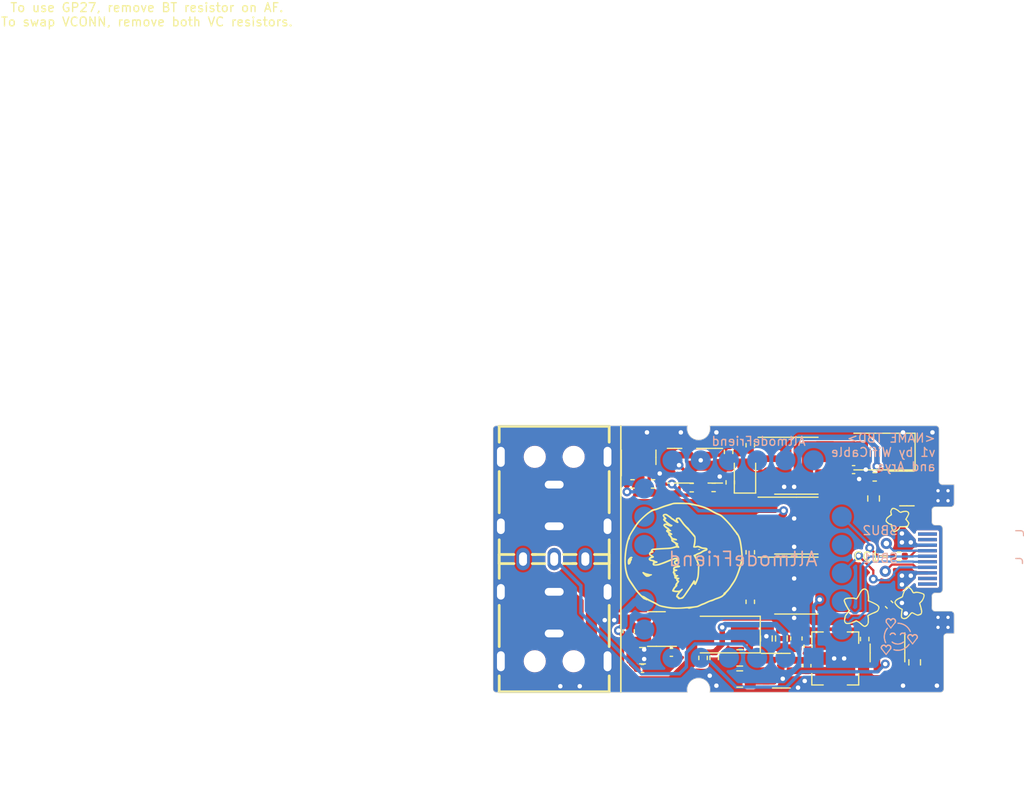
<source format=kicad_pcb>
(kicad_pcb (version 20240108) (generator "pcbnew") (generator_version "8.0")
  (layers (0 "F.Cu" signal) (31 "B.Cu" signal) (34 "B.Paste" user) (35 "F.Paste" user) (36 "B.SilkS" user "B.Silkscreen") (37 "F.SilkS" user "F.Silkscreen") (38 "B.Mask" user) (39 "F.Mask" user) (44 "Edge.Cuts" user))
  (net 0 "")
  (net 1 "1117_VIN")
  (net 2 "GND")
  (net 3 "+3.3V")
  (net 4 "+VDC")
  (net 5 "Net-(U2-BST)")
  (net 6 "Net-(D4-K)")
  (net 7 "Net-(U2-FB)")
  (net 8 "Net-(U1-ISET)")
  (net 9 "+5VA")
  (net 10 "Net-(D3-K)")
  (net 11 "CC1")
  (net 12 "SBU1")
  (net 13 "CC2")
  (net 14 "SBU2")
  (net 15 "/HD_PSID")
  (net 16 "+5V")
  (net 17 "VBUS")
  (net 18 "/VIN_ADC")
  (net 19 "/DISCH_EN")
  (net 21 "/SY_EN")
  (net 22 "/+5V_DIODE")
  (net 23 "/+5V_EN")
  (net 24 "/VDC_EN")
  (net 28 "/+VDC_G")
  (net 29 "Net-(Q2-S)")
  (net 30 "RP_D-")
  (net 31 "RP_D+")
  (net 32 "Net-(Q3-S)")
  (net 33 "Net-(Q4-S)")
  (net 34 "Net-(Q6-S)")
  (net 35 "/SW")
  (net 44 "Net-(J2-CC1)")
  (footprint "Inductor_SMD:L_Bourns-SRN4018" (layer "F.Cu") (at 131.3 88.95 90)
    (property "Reference" "L1" (hide yes))
    (property "Value" "Ls")
  )
  (footprint "LOGO" (layer "F.Cu") (at 117.539241 79.809331)
    (property "Reference" "G***" (hide yes))
    (property "Value" "LOGO" (hide yes))
  )
  (footprint "Package_TO_SOT_SMD:SOT-23" (layer "F.Cu") (at 113.6 70.8375 90)
    (property "Reference" "Q3" (hide yes))
    (property "Value" "2N7002")
  )
  (footprint "TestPoint:TestPoint_Pad_1.5x1.5mm" (layer "F.Cu") (at 141 74.3)
    (property "Reference" "TP1" (hide yes))
    (property "Value" "TestPoint")
  )
  (footprint "Resistor_SMD:R_0402_1005Metric" (layer "F.Cu") (at 123.65 79.390001 90)
    (property "Reference" "R4" (hide yes))
    (property "Value" "1K8")
  )
  (footprint "usbc_power_breakout_af:USB_C_Plug_Molex_105444" (layer "F.Cu") (at 140 80 -90)
    (property "Reference" "J2" (hide yes))
    (property "Value" "SMART")
    (fp_line (start -3.35 0) (end -4.3 0) (stroke (width 0.05)) (layer "Edge.Cuts"))
    (fp_line (start 3.35 0) (end 4.3 0) (stroke (width 0.05)) (layer "Edge.Cuts"))
    (fp_line (start -3.05 -0.66) (end -3.05 -0.3) (stroke (width 0.05)) (layer "Edge.Cuts"))
    (fp_line (start 3.05 -0.66) (end 3.05 -0.3) (stroke (width 0.05)) (layer "Edge.Cuts"))
    (fp_line (start -2.75 -0.96) (end 2.75 -0.96) (stroke (width 0.05)) (layer "Edge.Cuts"))
    (fp_arc (start 3.35 0) (mid 3.137868 -0.087868) (end 3.05 -0.3) (stroke (width 0.05)) (layer "Edge.Cuts"))
    (fp_arc (start -3.05 -0.3) (mid -3.137868 -0.087868) (end -3.35 0) (stroke (width 0.05)) (layer "Edge.Cuts"))
    (fp_arc (start -3.05 -0.66) (mid -2.962132 -0.872132) (end -2.75 -0.96) (stroke (width 0.05)) (layer "Edge.Cuts"))
    (fp_arc (start 2.75 -0.96) (mid 2.962132 -0.872132) (end 3.05 -0.66) (stroke (width 0.05)) (layer "Edge.Cuts"))
  )
  (footprint "Capacitor_SMD:C_0603_1608Metric" (layer "F.Cu") (at 112.7 86.5 90)
    (property "Reference" "C4" (hide yes))
    (property "Value" "Cout")
  )
  (footprint "Diode_SMD:D_SMA" (layer "F.Cu") (at 134.975 70.325 180)
    (property "Reference" "D3" (hide yes))
    (property "Value" "1N5819")
  )
  (footprint "Resistor_SMD:R_0402_1005Metric" (layer "F.Cu") (at 134.85 72.6 180)
    (property "Reference" "R20" (hide yes))
    (property "Value" "5K1")
  )
  (footprint "usbc_power_breakout_af:DC-IN-TH_DC-042E" (layer "F.Cu") (at 106 75.4 180)
    (property "Reference" "DC1" (hide yes))
    (property "Value" "DC-042E")
  )
  (footprint "Package_TO_SOT_SMD:TSOT-23-6" (layer "F.Cu") (at 126.450001 90.050001)
    (property "Reference" "U2" (hide yes))
    (property "Value" "AP63200WU")
  )
  (footprint "Resistor_SMD:R_0603_1608Metric" (layer "F.Cu") (at 126.45 87.15 -90)
    (property "Reference" "R16" (hide yes))
    (property "Value" "Rs1")
  )
  (footprint "Resistor_SMD:R_0402_1005Metric" (layer "F.Cu") (at 137.05 79.75)
    (property "Reference" "R1" (hide yes))
    (property "Value" "0R")
  )
  (footprint "Resistor_SMD:R_0402_1005Metric" (layer "F.Cu") (at 119.4 88.9 90)
    (property "Reference" "R23" (hide yes))
    (property "Value" "10K")
  )
  (footprint "Resistor_SMD:R_0402_1005Metric" (layer "F.Cu") (at 133.95 87.2 90)
    (property "Reference" "R21" (hide yes))
    (property "Value" "5K1")
  )
  (footprint "Package_SO:SO-8_3.9x4.9mm_P1.27mm" (layer "F.Cu") (at 127.8 82.39)
    (property "Reference" "Q1" (hide yes))
    (property "Value" "SI4909")
  )
  (footprint "Resistor_SMD:R_0402_1005Metric" (layer "F.Cu") (at 121.85 73.1 -90)
    (property "Reference" "R17" (hide yes))
    (property "Value" "1K8")
  )
  (footprint "Resistor_SMD:R_0402_1005Metric" (layer "F.Cu") (at 123.65 83.85 -90)
    (property "Reference" "R7" (hide yes))
    (property "Value" "1K8")
  )
  (footprint "usbc_power_breakout_af:DC-IN-TH_DC-042E" (layer "F.Cu") (at 106 84.6)
    (property "Reference" "DC2" (hide yes))
    (property "Value" "DC-042E")
  )
  (footprint "Package_TO_SOT_SMD:SOT-23" (layer "F.Cu") (at 120.5 71.6)
    (property "Reference" "Q6" (hide yes))
    (property "Value" "2N7002")
  )
  (footprint "Resistor_SMD:R_0402_1005Metric" (layer "F.Cu") (at 118.375 73.575)
    (property "Reference" "R10" (hide yes))
    (property "Value" "5K1")
  )
  (footprint "Resistor_SMD:R_0402_1005Metric" (layer "F.Cu") (at 123.65 69.75 -90)
    (property "Reference" "R12" (hide yes))
    (property "Value" "1K8")
  )
  (footprint "Capacitor_SMD:C_0805_2012Metric" (layer "F.Cu") (at 122.7 90.8 180)
    (property "Reference" "C2" (hide yes))
    (property "Value" "Cin")
  )
  (footprint "Capacitor_SMD:C_0402_1005Metric" (layer "F.Cu") (at 113.95 89.85)
    (property "Reference" "C7" (hide yes))
    (property "Value" "1uF")
  )
  (footprint "Resistor_SMD:R_0402_1005Metric" (layer "F.Cu") (at 120.35 73.55 180)
    (property "Reference" "R18" (hide yes))
    (property "Value" "1K8")
  )
  (footprint "Diode_SMD:D_SMA" (layer "F.Cu") (at 121.15 86.8 180)
    (property "Reference" "D1" (hide yes))
    (property "Value" "D_Small")
  )
  (footprint "Package_TO_SOT_SMD:SOT-23" (layer "F.Cu") (at 116.8375 71.599999 180)
    (property "Reference" "Q2" (hide yes))
    (property "Value" "2N7002")
  )
  (footprint "TestPoint:TestPoint_THTPad_D1.0mm_Drill0.5mm" (layer "F.Cu") (at 135.8 81.1)
    (property "Reference" "TP9" (hide yes))
    (property "Value" "SBU1")
  )
  (footprint "Capacitor_SMD:C_0805_2012Metric" (layer "F.Cu") (at 113.95 88.7)
    (property "Reference" "C3" (hide yes))
    (property "Value" "Cout")
  )
  (footprint "TestPoint:TestPoint_THTPad_D1.0mm_Drill0.5mm" (layer "F.Cu") (at 135.9 78.6)
    (property "Reference" "TP10" (hide yes))
    (property "Value" "SBU2")
  )
  (footprint "Capacitor_SMD:C_0805_2012Metric" (layer "F.Cu") (at 122.7 88.9 180)
    (property "Reference" "C1" (hide yes))
    (property "Value" "Cin")
  )
  (footprint "Package_SO:SO-8_3.9x4.9mm_P1.27mm" (layer "F.Cu") (at 127.8 71.6)
    (property "Reference" "Q5" (hide yes))
    (property "Value" "SI4909")
  )
  (footprint "Package_TO_SOT_SMD:SOT-23-5" (layer "F.Cu") (at 115.2 86.3 180)
    (property "Reference" "U3" (hide yes))
    (property "Value" "AP2112K-3.3")
  )
  (footprint "Capacitor_SMD:C_0402_1005Metric" (layer "F.Cu") (at 128.85 87.85 -90)
    (property "Reference" "C8" (hide yes))
    (property "Value" "1uF")
  )
  (footprint "Package_SO:SO-8_3.9x4.9mm_P1.27mm" (layer "F.Cu") (at 127.8 76.990001)
    (property "Reference" "Q7" (hide yes))
    (property "Value" "SI4909")
  )
  (footprint "Resistor_SMD:R_0402_1005Metric" (layer "F.Cu") (at 120.4 88.9 -90)
    (property "Reference" "R22" (hide yes))
    (property "Value" "1K")
  )
  (footprint "Resistor_SMD:R_0402_1005Metric" (layer "F.Cu") (at 113.05 73.2375)
    (property "Reference" "R9" (hide yes))
    (property "Value" "5K1")
  )
  (footprint "Resistor_SMD:R_0402_1005Metric" (layer "F.Cu") (at 114.9 73.2375 180)
    (property "Reference" "R8" (hide yes))
    (property "Value" "1K8")
  )
  (footprint "TestPoint:TestPoint_Pad_1.5x1.5mm" (layer "F.Cu") (at 141 85.7)
    (property "Reference" "TP3" (hide yes))
    (property "Value" "TestPoint")
  )
  (footprint "Capacitor_SMD:C_0603_1608Metric" (layer "F.Cu") (at 127.8 87.15 90)
    (property "Reference" "C6" (hide yes))
    (property "Value" "100pF")
  )
  (footprint "Resistor_SMD:R_0603_1608Metric" (layer "F.Cu") (at 125.099999 87.150002 90)
    (property "Reference" "R15" (hide yes))
    (property "Value" "Rs2")
  )
  (footprint "Resistor_SMD:R_0603_1608Metric" (layer "F.Cu") (at 134.75 74.55 90)
    (property "Reference" "R19" (hide yes))
    (property "Value" "1K")
  )
  (footprint "Resistor_SMD:R_0603_1608Metric" (layer "F.Cu") (at 138.45 89.3 -90)
    (property "Reference" "ISET1" (hide yes))
    (property "Value" "x")
  )
  (footprint "Resistor_SMD:R_0402_1005Metric" (layer "F.Cu") (at 121.7 70.35 -90)
    (property "Reference" "R13" (hide yes))
    (property "Value" "5K1")
  )
  (footprint "Package_TO_SOT_SMD:SOT-23-5" (layer "F.Cu") (at 136 88.45 -90)
    (property "Reference" "U1" (hide yes))
    (property "Value" "SY6280")
  )
  (footprint "Capacitor_SMD:C_0402_1005Metric" (layer "F.Cu") (at 128.750001 89.6 -90)
    (property "Reference" "C5" (hide yes))
    (property "Value" "100nF")
  )
  (footprint "Package_TO_SOT_SMD:SOT-23" (layer "F.Cu") (at 137.75 73.65)
    (property "Reference" "Q4" (hide yes))
    (property "Value" "2N7002")
  )
  (footprint "Capacitor_SMD:C_0402_1005Metric" (layer "F.Cu") (at 132.95 71.95)
    (property "Reference" "C10" (hide yes))
    (property "Value" "1uF")
  )
  (footprint "Capacitor_SMD:C_0402_1005Metric" (layer "F.Cu") (at 116.55 88.4 180)
    (property "Reference" "C9" (hide yes))
    (property "Value" "1uF")
  )
  (footprint "LOGO" (layer "F.Cu") (at 136.809014 81.177947 -112.5)
    (property "Reference" "G***" (hide yes))
    (property "Value" "LOGO" (hide yes))
  )
  (footprint "Capacitor_SMD:C_0402_1005Metric" (layer "F.Cu") (at 136.15 84.1 -45)
    (property "Reference" "C11" (hide yes))
    (property "Value" "1uF")
  )
  (footprint "Diode_SMD:D_0805_2012Metric" (layer "F.Cu") (at 123.175 72.375 90)
    (property "Reference" "D4" (hide yes))
    (property "Value" "5V1")
  )
  (footprint "TestPoint:TestPoint_Pad_1.5x1.5mm" (layer "B.Cu") (at 141 85.7 180)
    (property "Reference" "TP4" (hide yes))
    (property "Value" "TestPoint")
  )
  (footprint "TestPoint:TestPoint_Pad_1.5x1.5mm" (layer "B.Cu") (at 141 74.3 180)
    (property "Reference" "TP2" (hide yes))
    (property "Value" "TestPoint")
  )
  (footprint "usbc_power_breakout_af:altmode_friend" (layer "B.Cu") (at 123 80 90)
    (property "Reference" "M1" (hide yes))
    (property "Value" "AltmodeFriend")
  )
  (gr_line (start 138.257051 87.637492) (end 138.257051 87.637492) (stroke (width 0.105833)) (layer "B.SilkS"))
  (gr_line (start 135.910087 85.70889) (end 135.916372 85.717952) (stroke (width 0.105833)) (layer "B.SilkS"))
  (gr_line (start 135.716619 87.764676) (end 135.706577 87.76248) (stroke (width 0.052916)) (layer "B.SilkS"))
  (gr_line (start 136.382392 85.418385) (end 136.376472 85.422874) (stroke (width 0.105833)) (layer "B.SilkS"))
  (gr_line (start 136.300002 85.509248) (end 136.299099 85.50927) (stroke (width 0.052916)) (layer "B.SilkS"))
  (gr_line (start 138.58648 86.842701) (end 138.577786 86.837123) (stroke (width 0.105833)) (layer "B.SilkS"))
  (gr_line (start 136.309245 85.506263) (end 136.30858 85.506677) (stroke (width 0.105833)) (layer "B.SilkS"))
  (gr_line (start 136.295533 85.508927) (end 136.294663 85.508734) (stroke (width 0.052916)) (layer "B.SilkS"))
  (gr_line (start 138.520219 86.812843) (end 138.509851 86.810451) (stroke (width 0.105833)) (layer "B.SilkS"))
  (gr_line (start 135.452885 87.950103) (end 135.452044 87.960352) (stroke (width 0.105833)) (layer "B.SilkS"))
  (gr_line (start 135.890429 87.883325) (end 135.889941 87.883928) (stroke (width 0.052916)) (layer "B.SilkS"))
  (gr_line (start 136.300043 85.509249) (end 136.299136 85.50927) (stroke (width 0.105833)) (layer "B.SilkS"))
  (gr_line (start 136.652841 85.433024) (end 136.645063 85.42629) (stroke (width 0.105833)) (layer "B.SilkS"))
  (gr_line (start 136.205235 87.7952) (end 136.196537 87.789626) (stroke (width 0.105833)) (layer "B.SilkS"))
  (gr_line (start 138.413979 86.812523) (end 138.406743 86.814483) (stroke (width 0.105833)) (layer "B.SilkS"))
  (gr_line (start 135.876704 87.890497) (end 135.875804 87.890518) (stroke (width 0.105833)) (layer "B.SilkS"))
  (gr_line (start 135.862792 87.88527) (end 135.862156 87.884617) (stroke (width 0.052916)) (layer "B.SilkS"))
  (gr_line (start 138.259731 86.93782) (end 138.258823 86.937933) (stroke (width 0.052916)) (layer "B.SilkS"))
  (gr_line (start 138.627486 86.878847) (end 138.620388 86.871171) (stroke (width 0.052916)) (layer "B.SilkS"))
  (gr_line (start 136.64637 86.724912) (end 136.637758 86.717405) (stroke (width 0.105833)) (layer "B.SilkS"))
  (gr_line (start 136.292987 85.508227) (end 136.292149 85.507912) (stroke (width 0.105833)) (layer "B.SilkS"))
  (gr_line (start 135.65528 87.758812) (end 135.644931 87.759575) (stroke (width 0.052916)) (layer "B.SilkS"))
  (gr_line (start 136.077709 87.758703) (end 136.070058 87.759092) (stroke (width 0.105833)) (layer "B.SilkS"))
  (gr_line (start 136.265033 87.85614) (end 136.259189 87.847602) (stroke (width 0.052916)) (layer "B.SilkS"))
  (gr_line (start 137.278827 86.685908) (end 137.268206 86.691529) (stroke (width 0.105833)) (layer "B.SilkS"))
  (gr_line (start 148.15 80.4) (end 148.15 80.2) (stroke (width 0.12)) (layer "B.SilkS"))
  (gr_line (start 136.69912 85.690056) (end 136.702365 85.683502) (stroke (width 0.105833)) (layer "B.SilkS"))
  (gr_line (start 135.860459 87.88246) (end 135.859951 87.881674) (stroke (width 0.105833)) (layer "B.SilkS"))
  (gr_line (start 136.037369 85.383666) (end 136.027186 85.386483) (stroke (width 0.052916)) (layer "B.SilkS"))
  (gr_line (start 136.419019 85.397232) (end 136.409779 85.401763) (stroke (width 0.052916)) (layer "B.SilkS"))
  (gr_line (start 138.261531 86.937457) (end 138.260634 86.937661) (stroke (width 0.052916)) (layer "B.SilkS"))
  (gr_line (start 136.30091 85.509184) (end 136.300002 85.509248) (stroke (width 0.052916)) (layer "B.SilkS"))
  (gr_line (start 138.248407 86.935917) (end 138.247626 86.935485) (stroke (width 0.052916)) (layer "B.SilkS"))
  (gr_line (start 138.443708 86.807249) (end 138.436174 86.808178) (stroke (width 0.105833)) (layer "B.SilkS"))
  (gr_line (start 135.564177 87.784299) (end 135.554613 87.789791) (stroke (width 0.052916)) (layer "B.SilkS"))
  (gr_line (start 138.138862 86.826549) (end 138.129404 86.822355) (stroke (width 0.105833)) (layer "B.SilkS"))
  (gr_line (start 135.862193 87.884621) (end 135.861584 87.883934) (stroke (width 0.105833)) (layer "B.SilkS"))
  (gr_line (start 135.888925 87.88507) (end 135.888365 87.885607) (stroke (width 0.105833)) (layer "B.SilkS"))
  (gr_line (start 136.298689 87.993947) (end 136.299456 87.983521) (stroke (width 0.052916)) (layer "B.SilkS"))
  (gr_line (start 136.674112 85.455341) (end 136.667377 85.447565) (stroke (width 0.105833)) (layer "B.SilkS"))
  (gr_line (start 135.482052 87.862649) (end 135.476925 87.871718) (stroke (width 0.105833)) (layer "B.SilkS"))
  (gr_line (start 136.579331 86.681091) (end 136.579331 86.681091) (stroke (width 0.105833)) (layer "B.SilkS"))
  (gr_line (start 147.9 79.95) (end 147.55 79.95) (stroke (width 0.12)) (layer "B.SilkS"))
  (gr_line (start 136.116865 87.761026) (end 136.106437 87.759743) (stroke (width 0.052916)) (layer "B.SilkS"))
  (gr_line (start 136.714144 85.530787) (end 136.710981 85.521005) (stroke (width 0.052916)) (layer "B.SilkS"))
  (gr_line (start 136.188052 85.401441) (end 136.178774 85.396915) (stroke (width 0.052916)) (layer "B.SilkS"))
  (gr_line (start 137.238357 88.177182) (end 137.164591 88.19372) (stroke (width 0.105833)) (layer "B.SilkS"))
  (gr_line (start 138.678653 87.051872) (end 138.679943 87.041448) (stroke (width 0.052916)) (layer "B.SilkS"))
  (gr_line (start 137.456167 86.668262) (end 137.44402 86.665272) (stroke (width 0.105833)) (layer "B.SilkS"))
  (gr_line (start 137.581847 85.96777) (end 137.618892 85.992053) (stroke (width 0.105833)) (layer "B.SilkS"))
  (gr_line (start 138.529217 86.815561) (end 138.518896 86.812681) (stroke (width 0.052916)) (layer "B.SilkS"))
  (gr_line (start 136.716581 85.643906) (end 136.718925 85.633534) (stroke (width 0.052916)) (layer "B.SilkS"))
  (gr_line (start 136.485792 85.378498) (end 136.478255 85.379426) (stroke (width 0.105833)) (layer "B.SilkS"))
  (gr_line (start 136.359676 85.437572) (end 136.354413 85.442869) (stroke (width 0.105833)) (layer "B.SilkS"))
  (gr_line (start 136.171486 85.393605) (end 136.161857 85.389881) (stroke (width 0.105833)) (layer "B.SilkS"))
  (gr_line (start 136.306321 85.507811) (end 136.305438 85.508156) (stroke (width 0.105833)) (layer "B.SilkS"))
  (gr_line (start 136.290491 85.50717) (end 136.28971 85.506735) (stroke (width 0.052916)) (layer "B.SilkS"))
  (gr_line (start 136.338476 85.461753) (end 136.332202 85.470435) (stroke (width 0.052916)) (layer "B.SilkS"))
  (gr_line (start 136.287652 87.902257) (end 136.284026 87.892638) (stroke (width 0.052916)) (layer "B.SilkS"))
  (gr_line (start 135.728743 87.767881) (end 135.718829 87.765105) (stroke (width 0.105833)) (layer "B.SilkS"))
  (gr_line (start 135.721669 87.104528) (end 135.719146 87.06942) (stroke (width 0.105833)) (layer "B.SilkS"))
  (gr_line (start 136.152078 85.386634) (end 136.142165 85.383856) (stroke (width 0.105833)) (layer "B.SilkS"))
  (gr_line (start 136.299099 85.50927) (end 136.2982 85.50925) (stroke (width 0.052916)) (layer "B.SilkS"))
  (gr_line (start 135.878516 87.89032) (end 135.877612 87.890429) (stroke (width 0.105833)) (layer "B.SilkS"))
  (gr_line (start 138.328627 86.856319) (end 138.323025 86.861225) (stroke (width 0.105833)) (layer "B.SilkS"))
  (gr_line (start 135.50713 87.82883) (end 135.500182 87.836879) (stroke (width 0.105833)) (layer "B.SilkS"))
  (gr_line (start 137.567442 86.732801) (end 137.559183 86.724912) (stroke (width 0.105833)) (layer "B.SilkS"))
  (gr_line (start 138.230185 86.908969) (end 138.22422 86.899695) (stroke (width 0.052916)) (layer "B.SilkS"))
  (gr_line (start 135.530672 87.806553) (end 135.522376 87.813649) (stroke (width 0.105833)) (layer "B.SilkS"))
  (gr_line (start 135.717111 86.998411) (end 135.718323 86.943565) (stroke (width 0.105833)) (layer "B.SilkS"))
  (gr_line (start 135.899097 85.690167) (end 135.90433 85.699624) (stroke (width 0.105833)) (layer "B.SilkS"))
  (gr_line (start 136.20596 85.411859) (end 136.197119 85.406429) (stroke (width 0.052916)) (layer "B.SilkS"))
  (gr_line (start 135.798843 87.437813) (end 135.787086 87.406149) (stroke (width 0.105833)) (layer "B.SilkS"))
  (gr_line (start 136.448826 85.385733) (end 136.441677 85.38794) (stroke (width 0.105833)) (layer "B.SilkS"))
  (gr_line (start 136.701915 85.498752) (end 136.69718 85.489512) (stroke (width 0.105833)) (layer "B.SilkS"))
  (gr_line (start 136.187562 87.784463) (end 136.178321 87.77973) (stroke (width 0.105833)) (layer "B.SilkS"))
  (gr_line (start 135.665624 87.758559) (end 135.65528 87.758812) (stroke (width 0.052916)) (layer "B.SilkS"))
  (gr_line (start 136.291332 85.507561) (end 136.290528 85.507164) (stroke (width 0.105833)) (layer "B.SilkS"))
  (gr_line (start 135.856659 87.875282) (end 135.855441 87.872938) (stroke (width 0.052916)) (layer "B.SilkS"))
  (gr_line (start 135.963298 86.264371) (end 135.995032 86.224239) (stroke (width 0.105833)) (layer "B.SilkS"))
  (gr_line (start 135.874904 87.890498) (end 135.874007 87.890433) (stroke (width 0.105833)) (layer "B.SilkS"))
  (gr_line (start 136.287389 88.044529) (end 136.289707 88.03762) (stroke (width 0.105833)) (layer "B.SilkS"))
  (gr_line (start 136.610898 85.403213) (end 136.601656 85.398478) (stroke (width 0.105833)) (layer "B.SilkS"))
  (gr_line (start 136.296415 85.509074) (end 136.295533 85.508927) (stroke (width 0.052916)) (layer "B.SilkS"))
  (gr_line (start 135.457821 87.922106) (end 135.455625 87.932147) (stroke (width 0.052916)) (layer "B.SilkS"))
  (gr_line (start 136.322948 85.485128) (end 136.319287 85.491859) (stroke (width 0.105833)) (layer "B.SilkS"))
  (gr_line (start 137.431826 86.662912) (end 137.419613 86.661173) (stroke (width 0.105833)) (layer "B.SilkS"))
  (gr_line (start 136.660282 85.440119) (end 136.652841 85.433024) (stroke (width 0.105833)) (layer "B.SilkS"))
  (gr_line (start 135.886523 85.660857) (end 135.890198 85.670766) (stroke (width 0.105833)) (layer "B.SilkS"))
  (gr_line (start 135.861584 87.883934) (end 135.861005 87.883212) (stroke (width 0.105833)) (layer "B.SilkS"))
  (gr_line (start 138.415699 86.812428) (end 138.405774 86.815117) (stroke (width 0.052916)) (layer "B.SilkS"))
  (gr_line (start 135.482935 88.084114) (end 135.482935 88.084114) (stroke (width 0.052916)) (layer "B.SilkS"))
  (gr_line (start 138.67488 87.071096) (end 138.676486 87.063989) (stroke (width 0.105833)) (layer "B.SilkS"))
  (gr_line (start 136.502953 87.527681) (end 136.472873 87.508016) (stroke (width 0.105833)) (layer "B.SilkS"))
  (gr_line (start 135.87308 87.890326) (end 135.872194 87.890175) (stroke (width 0.052916)) (layer "B.SilkS"))
  (gr_line (start 135.849688 87.862627) (end 135.847103 87.858421) (stroke (width 0.105833)) (layer "B.SilkS"))
  (gr_line (start 135.916398 87.841148) (end 135.91189 87.847193) (stroke (width 0.105833)) (layer "B.SilkS"))
  (gr_line (start 138.60298 86.855038) (end 138.594885 86.848676) (stroke (width 0.105833)) (layer "B.SilkS"))
  (gr_line (start 138.235449 86.918114) (end 138.234177 86.915802) (stroke (width 0.052916)) (layer "B.SilkS"))
  (gr_line (start 138.578929 86.837998) (end 138.569486 86.832531) (stroke (width 0.052916)) (layer "B.SilkS"))
  (gr_line (start 136.040051 87.763316) (end 136.032729 87.765024) (stroke (width 0.105833)) (layer "B.SilkS"))
  (gr_line (start 136.72194 85.569754) (end 136.720578 85.55903) (stroke (width 0.105833)) (layer "B.SilkS"))
  (gr_line (start 136.284339 85.501964) (end 136.283795 85.50121) (stroke (width 0.105833)) (layer "B.SilkS"))
  (gr_line (start 136.434203 86.663351) (end 136.422413 86.665746) (stroke (width 0.105833)) (layer "B.SilkS"))
  (gr_line (start 136.26405 88.09124) (end 136.266682 88.087163) (stroke (width 0.052916)) (layer "B.SilkS"))
  (gr_line (start 138.04687 86.806062) (end 138.036528 86.806317) (stroke (width 0.052916)) (layer "B.SilkS"))
  (gr_line (start 137.608794 86.787425) (end 137.602942 86.777518) (stroke (width 0.105833)) (layer "B.SilkS"))
  (gr_line (start 138.446153 86.807225) (end 138.435905 86.808477) (stroke (width 0.052916)) (layer "B.SilkS"))
  (gr_line (start 136.50104 85.377455) (end 136.493388 85.377841) (stroke (width 0.105833)) (layer "B.SilkS"))
  (gr_line (start 138.508523 86.810337) (end 138.498112 86.808528) (stroke (width 0.052916)) (layer "B.SilkS"))
  (gr_line (start 136.282332 85.498754) (end 136.282332 85.498754) (stroke (width 0.052916)) (layer "B.SilkS"))
  (gr_line (start 136.248287 85.447907) (end 136.240854 85.440064) (stroke (width 0.105833)) (layer "B.SilkS"))
  (gr_line (start 135.45806 88.024689) (end 135.460875 88.034872) (stroke (width 0.052916)) (layer "B.SilkS"))
  (gr_line (start 138.240286 86.927501) (end 138.240286 86.927501) (stroke (width 0.105833)) (layer "B.SilkS"))
  (gr_line (start 138.657033 87.118807) (end 138.660282 87.112252) (stroke (width 0.105833)) (layer "B.SilkS"))
  (gr_line (start 137.502621 86.686038) (end 137.492141 86.681089) (stroke (width 0.105833)) (layer "B.SilkS"))
  (gr_line (start 138.63839 86.892189) (end 138.63203 86.884091) (stroke (width 0.105833)) (layer "B.SilkS"))
  (gr_line (start 136.286794 85.504635) (end 136.286126 85.50402) (stroke (width 0.052916)) (layer "B.SilkS"))
  (gr_line (start 136.281807 86.754182) (end 136.274343 86.764105) (stroke (width 0.105833)) (layer "B.SilkS"))
  (gr_line (start 136.250779 87.83659) (end 136.244045 87.828815) (stroke (width 0.105833)) (layer "B.SilkS"))
  (gr_line (start 138.241671 86.92996) (end 138.241163 86.929175) (stroke (width 0.052916)) (layer "B.SilkS"))
  (gr_line (start 136.278583 87.880001) (end 136.27385 87.870757) (stroke (width 0.105833)) (layer "B.SilkS"))
  (gr_line (start 136.289707 88.03762) (end 136.291788 88.030639) (stroke (width 0.105833)) (layer "B.SilkS"))
  (gr_line (start 138.594885 86.848676) (end 138.58648 86.842701) (stroke (width 0.105833)) (layer "B.SilkS"))
  (gr_line (start 136.677137 86.758629) (end 136.670026 86.749671) (stroke (width 0.105833)) (layer "B.SilkS"))
  (gr_line (start 138.272144 86.930197) (end 138.271679 86.930822) (stroke (width 0.052916)) (layer "B.SilkS"))
  (gr_line (start 136.246238 87.83135) (end 136.239137 87.823672) (stroke (width 0.052916)) (layer "B.SilkS"))
  (gr_line (start 137.45357 87.464306) (end 137.424912 87.486891) (stroke (width 0.105833)) (layer "B.SilkS"))
  (gr_line (start 138.25175 86.937246) (end 138.250902 86.936971) (stroke (width 0.105833)) (layer "B.SilkS"))
  (gr_line (start 136.007097 85.393696) (end 135.997232 85.398107) (stroke (width 0.052916)) (layer "B.SilkS"))
  (gr_line (start 135.688498 87.759667) (end 135.67825 87.758821) (stroke (width 0.105833)) (layer "B.SilkS"))
  (gr_line (start 135.82495 87.82916) (end 135.817524 87.821312) (stroke (width 0.105833)) (layer "B.SilkS"))
  (gr_line (start 138.678707 86.989668) (end 138.676969 86.97951) (stroke (width 0.052916)) (layer "B.SilkS"))
  (gr_line (start 136.288205 85.505762) (end 136.287488 85.505214) (stroke (width 0.052916)) (layer "B.SilkS"))
  (gr_line (start 136.213634 87.801176) (end 136.205235 87.7952) (stroke (width 0.105833)) (layer "B.SilkS"))
  (gr_line (start 136.062459 87.759751) (end 136.05492 87.760678) (stroke (width 0.105833)) (layer "B.SilkS"))
  (gr_line (start 135.997503 87.77727) (end 135.990779 87.780436) (stroke (width 0.105833)) (layer "B.SilkS"))
  (gr_line (start 136.796503 87.639135) (end 136.762447 87.632578) (stroke (width 0.105833)) (layer "B.SilkS"))
  (gr_line (start 138.676486 87.063989) (end 138.677846 87.056824) (stroke (width 0.105833)) (layer "B.SilkS"))
  (gr_line (start 136.282049 88.0581) (end 136.284835 88.051356) (stroke (width 0.105833)) (layer "B.SilkS"))
  (gr_line (start 138.2642 86.936558) (end 138.26332 86.936905) (stroke (width 0.052916)) (layer "B.SilkS"))
  (gr_line (start 138.680462 87.035072) (end 138.680835 87.027756) (stroke (width 0.105833)) (layer "B.SilkS"))
  (gr_line (start 135.885873 87.887511) (end 135.885207 87.887926) (stroke (width 0.052916)) (layer "B.SilkS"))
  (gr_line (start 135.875375 85.579102) (end 135.875021 85.589385) (stroke (width 0.105833)) (layer "B.SilkS"))
  (gr_line (start 136.579331 86.681091) (end 136.567433 86.676166) (stroke (width 0.105833)) (layer "B.SilkS"))
  (gr_line (start 137.210828 86.735679) (end 137.202517 86.744701) (stroke (width 0.105833)) (layer "B.SilkS"))
  (gr_line (start 137.839577 86.96727) (end 137.83728 86.977292) (stroke (width 0.105833)) (layer "B.SilkS"))
  (gr_line (start 135.879384 87.890162) (end 135.87848 87.890316) (stroke (width 0.052916)) (layer "B.SilkS"))
  (gr_line (start 137.888381 86.876329) (end 137.881431 86.884379) (stroke (width 0.105833)) (layer "B.SilkS"))
  (gr_line (start 136.266305 85.470943) (end 136.25994 85.462082) (stroke (width 0.052916)) (layer "B.SilkS"))
  (gr_line (start 135.606513 87.766809) (end 135.596493 87.769971) (stroke (width 0.105833)) (layer "B.SilkS"))
  (gr_line (start 136.616977 88.17374) (end 136.573957 88.161299) (stroke (width 0.105833)) (layer "B.SilkS"))
  (gr_line (start 135.886515 87.887075) (end 135.885873 87.887511) (stroke (width 0.052916)) (layer "B.SilkS"))
  (gr_line (start 136.550606 85.381588) (end 136.540194 85.379778) (stroke (width 0.052916)) (layer "B.SilkS"))
  (gr_line (start 137.849342 87.102461) (end 137.853747 87.112331) (stroke (width 0.052916)) (layer "B.SilkS"))
  (gr_line (start 137.874287 87.146702) (end 138.257051 87.637492) (stroke (width 0.105833)) (layer "B.SilkS"))
  (gr_line (start 138.191019 86.861411) (end 138.182971 86.854459) (stroke (width 0.105833)) (layer "B.SilkS"))
  (gr_line (start 137.582838 86.749673) (end 137.575328 86.741058) (stroke (width 0.105833)) (layer "B.SilkS"))
  (gr_line (start 137.948432 86.830046) (end 137.938978 86.835275) (stroke (width 0.105833)) (layer "B.SilkS"))
  (gr_line (start 135.495212 88.102224) (end 135.495212 88.102224) (stroke (width 0.052916)) (layer "B.SilkS"))
  (gr_line (start 136.230939 85.430806) (end 136.222889 85.424051) (stroke (width 0.052916)) (layer "B.SilkS"))
  (gr_line (start 138.67661 86.977223) (end 138.674218 86.966854) (stroke (width 0.105833)) (layer "B.SilkS"))
  (gr_line (start 136.710045 85.517977) (end 136.706206 85.508246) (stroke (width 0.105833)) (layer "B.SilkS"))
  (gr_line (start 136.287523 85.505215) (end 136.286832 85.504635) (stroke (width 0.105833)) (layer "B.SilkS"))
  (gr_line (start 138.297647 86.888646) (end 138.293145 86.894689) (stroke (width 0.105833)) (layer "B.SilkS"))
  (gr_line (start 135.905384 85.4814) (end 135.90026 85.490465) (stroke (width 0.105833)) (layer "B.SilkS"))
  (gr_line (start 136.027186 85.386483) (end 136.017089 85.389823) (stroke (width 0.052916)) (layer "B.SilkS"))
  (gr_line (start 137.832953 87.020604) (end 137.833209 87.030947) (stroke (width 0.052916)) (layer "B.SilkS"))
  (gr_line (start 138.257016 86.938021) (end 138.256115 86.937998) (stroke (width 0.052916)) (layer "B.SilkS"))
  (gr_line (start 136.296595 88.009324) (end 136.297711 88.002117) (stroke (width 0.105833)) (layer "B.SilkS"))
  (gr_line (start 136.434627 85.390396) (end 136.42768 85.393087) (stroke (width 0.105833)) (layer "B.SilkS"))
  (gr_line (start 136.540194 85.379778) (end 136.529766 85.378494) (stroke (width 0.052916)) (layer "B.SilkS"))
  (gr_line (start 136.286126 85.50402) (end 136.28549 85.503369) (stroke (width 0.052916)) (layer "B.SilkS"))
  (gr_line (start 137.874287 87.146702) (end 137.874287 87.146702) (stroke (width 0.105833)) (layer "B.SilkS"))
  (gr_line (start 136.091294 85.37722) (end 136.080993 85.37736) (stroke (width 0.105833)) (layer "B.SilkS"))
  (gr_line (start 135.856849 87.875578) (end 135.85456 87.871202) (stroke (width 0.105833)) (layer "B.SilkS"))
  (gr_line (start 136.93419 87.650793) (end 136.86515 87.647875) (stroke (width 0.105833)) (layer "B.SilkS"))
  (gr_line (start 135.869615 87.889475) (end 135.868779 87.889161) (stroke (width 0.052916)) (layer "B.SilkS"))
  (gr_line (start 135.91855 85.720971) (end 135.91855 85.720971) (stroke (width 0.052916)) (layer "B.SilkS"))
  (gr_line (start 136.706302 85.674637) (end 136.710275 85.664478) (stroke (width 0.052916)) (layer "B.SilkS"))
  (gr_line (start 137.900658 87.738272) (end 137.854489 87.794901) (stroke (width 0.105833)) (layer "B.SilkS"))
  (gr_line (start 136.299432 87.961886) (end 136.298606 87.951002) (stroke (width 0.105833)) (layer "B.SilkS"))
  (gr_line (start 136.702365 85.683502) (end 136.705384 85.676852) (stroke (width 0.105833)) (layer "B.SilkS"))
  (gr_line (start 136.407504 85.402578) (end 136.401024 85.4062) (stroke (width 0.105833)) (layer "B.SilkS"))
  (gr_line (start 136.312795 85.503256) (end 136.312258 85.50382) (stroke (width 0.105833)) (layer "B.SilkS"))
  (gr_line (start 135.460875 88.034872) (end 135.464218 88.044972) (stroke (width 0.052916)) (layer "B.SilkS"))
  (gr_line (start 137.955147 86.826854) (end 137.945424 86.831799) (stroke (width 0.052916)) (layer "B.SilkS"))
  (gr_line (start 135.851624 87.866006) (end 135.850291 87.863729) (stroke (width 0.052916)) (layer "B.SilkS"))
  (gr_line (start 136.315498 85.499455) (end 136.315115 85.50014) (stroke (width 0.105833)) (layer "B.SilkS"))
  (gr_line (start 135.892164 87.880705) (end 135.89178 87.881387) (stroke (width 0.105833)) (layer "B.SilkS"))
  (gr_line (start 135.746597 86.730919) (end 135.759267 86.679697) (stroke (width 0.105833)) (layer "B.SilkS"))
  (gr_line (start 135.884212 85.653622) (end 135.887552 85.663722) (stroke (width 0.052916)) (layer "B.SilkS"))
  (gr_line (start 135.876053 85.612546) (end 135.87732 85.622884) (stroke (width 0.052916)) (layer "B.SilkS"))
  (gr_line (start 135.807603 87.812055) (end 135.799556 87.805299) (stroke (width 0.052916)) (layer "B.SilkS"))
  (gr_line (start 137.619153 86.808104) (end 137.614203 86.797626) (stroke (width 0.105833)) (layer "B.SilkS"))
  (gr_line (start 136.085411 87.758591) (end 136.085411 87.758591) (stroke (width 0.105833)) (layer "B.SilkS"))
  (gr_line (start 138.225677 86.901778) (end 138.222899 86.897695) (stroke (width 0.105833)) (layer "B.SilkS"))
  (gr_line (start 138.264237 86.936556) (end 138.263356 86.936904) (stroke (width 0.105833)) (layer "B.SilkS"))
  (gr_line (start 136.294697 85.508732) (end 136.293836 85.5085) (stroke (width 0.105833)) (layer "B.SilkS"))
  (gr_line (start 136.017089 85.389823) (end 136.007097 85.393696) (stroke (width 0.052916)) (layer "B.SilkS"))
  (gr_line (start 138.679856 86.998505) (end 138.678495 86.987779) (stroke (width 0.105833)) (layer "B.SilkS"))
  (gr_line (start 136.161857 85.389881) (end 136.152078 85.386634) (stroke (width 0.105833)) (layer "B.SilkS"))
  (gr_line (start 135.461102 87.909859) (end 135.458327 87.91977) (stroke (width 0.105833)) (layer "B.SilkS"))
  (gr_line (start 136.139957 85.383424) (end 136.129916 85.38123) (stroke (width 0.052916)) (layer "B.SilkS"))
  (gr_line (start 138.435905 86.808477) (end 138.425748 86.81021) (stroke (width 0.052916)) (layer "B.SilkS"))
  (gr_line (start 137.31037 88.156249) (end 137.238357 88.177182) (stroke (width 0.105833)) (layer "B.SilkS"))
  (gr_line (start 136.293632 88.023592) (end 136.295234 88.016486) (stroke (width 0.105833)) (layer "B.SilkS"))
  (gr_line (start 136.660633 88.184629) (end 136.616977 88.17374) (stroke (width 0.105833)) (layer "B.SilkS"))
  (gr_line (start 138.211125 86.882383) (end 138.204036 86.874346) (stroke (width 0.052916)) (layer "B.SilkS"))
  (gr_line (start 138.612883 86.86382) (end 138.604979 86.856807) (stroke (width 0.052916)) (layer "B.SilkS"))
  (gr_line (start 137.465316 85.903024) (end 137.505024 85.923222) (stroke (width 0.105833)) (layer "B.SilkS"))
  (gr_line (start 136.119773 85.379517) (end 136.109557 85.378292) (stroke (width 0.052916)) (layer "B.SilkS"))
  (gr_line (start 136.335225 85.465945) (end 136.330924 85.472166) (stroke (width 0.105833)) (layer "B.SilkS"))
  (gr_line (start 136.313799 85.502071) (end 136.313309 85.502674) (stroke (width 0.105833)) (layer "B.SilkS"))
  (gr_line (start 135.886962 85.521139) (end 135.883822 85.530928) (stroke (width 0.052916)) (layer "B.SilkS"))
  (gr_line (start 138.24612 86.93451) (end 138.245403 86.933967) (stroke (width 0.052916)) (layer "B.SilkS"))
  (gr_line (start 136.391964 85.412147) (end 136.383424 85.417991) (stroke (width 0.052916)) (layer "B.SilkS"))
  (gr_line (start 135.885909 87.887513) (end 135.885244 87.887926) (stroke (width 0.105833)) (layer "B.SilkS"))
  (gr_line (start 138.649858 87.131601) (end 138.649858 87.131601) (stroke (width 0.105833)) (layer "B.SilkS"))
  (gr_line (start 135.738521 87.771133) (end 135.728743 87.767881) (stroke (width 0.105833)) (layer "B.SilkS"))
  (gr_line (start 135.879422 87.890158) (end 135.878516 87.89032) (stroke (width 0.105833)) (layer "B.SilkS"))
  (gr_line (start 135.90491 86.348603) (end 135.933242 86.305845) (stroke (width 0.105833)) (layer "B.SilkS"))
  (gr_line (start 138.243404 86.932118) (end 138.242796 86.931433) (stroke (width 0.052916)) (layer "B.SilkS"))
  (gr_line (start 136.272268 85.480219) (end 136.266305 85.470943) (stroke (width 0.052916)) (layer "B.SilkS"))
  (gr_line (start 136.713039 85.656366) (end 136.715122 85.649391) (stroke (width 0.105833)) (layer "B.SilkS"))
  (gr_line (start 136.137645 87.765182) (end 136.127274 87.762839) (stroke (width 0.052916)) (layer "B.SilkS"))
  (gr_line (start 135.890933 87.882697) (end 135.890466 87.883322) (stroke (width 0.105833)) (layer "B.SilkS"))
  (gr_line (start 138.4287 86.809369) (end 138.421302 86.810817) (stroke (width 0.105833)) (layer "B.SilkS"))
  (gr_line (start 137.38304 86.659606) (end 137.370948 86.660276) (stroke (width 0.105833)) (layer "B.SilkS"))
  (gr_line (start 135.877244 85.561036) (end 135.876018 85.571256) (stroke (width 0.052916)) (layer "B.SilkS"))
  (gr_line (start 138.242796 86.931433) (end 138.24222 86.930712) (stroke (width 0.052916)) (layer "B.SilkS"))
  (gr_line (start 135.464352 87.900078) (end 135.461102 87.909859) (stroke (width 0.105833)) (layer "B.SilkS"))
  (gr_line (start 136.246119 85.4456) (end 136.238686 85.437987) (stroke (width 0.052916)) (layer "B.SilkS"))
  (gr_line (start 136.279989 85.494027) (end 136.278777 85.49169) (stroke (width 0.052916)) (layer "B.SilkS"))
  (gr_line (start 137.541617 86.710295) (end 137.53233 86.703589) (stroke (width 0.105833)) (layer "B.SilkS"))
  (gr_line (start 136.299135 86.208746) (end 136.679665 85.720956) (stroke (width 0.105833)) (layer "B.SilkS"))
  (gr_line (start 135.848935 87.861466) (end 135.848935 87.861466) (stroke (width 0.052916)) (layer "B.SilkS"))
  (gr_line (start 135.458327 87.91977) (end 135.456032 87.929795) (stroke (width 0.105833)) (layer "B.SilkS"))
  (gr_line (start 138.188855 86.859554) (end 138.180805 86.852805) (stroke (width 0.052916)) (layer "B.SilkS"))
  (gr_line (start 136.252923 87.839333) (end 136.246238 87.83135) (stroke (width 0.052916)) (layer "B.SilkS"))
  (gr_line (start 136.409779 85.401763) (end 136.400756 85.406736) (stroke (width 0.052916)) (layer "B.SilkS"))
  (gr_line (start 135.717111 86.998411) (end 135.717111 86.998411) (stroke (width 0.105833)) (layer "B.SilkS"))
  (gr_line (start 138.665281 86.940136) (end 138.661198 86.9307) (stroke (width 0.052916)) (layer "B.SilkS"))
  (gr_line (start 136.122021 85.379745) (end 136.111831 85.378414) (stroke (width 0.105833)) (layer "B.SilkS"))
  (gr_line (start 138.018315 86.807881) (end 138.00807 86.809517) (stroke (width 0.105833)) (layer "B.SilkS"))
  (gr_line (start 136.718566 85.635236) (end 136.71993 85.628075) (stroke (width 0.105833)) (layer "B.SilkS"))
  (gr_line (start 137.654987 86.017625) (end 137.690095 86.044463) (stroke (width 0.105833)) (layer "B.SilkS"))
  (gr_line (start 136.716301 85.538105) (end 136.713412 85.527938) (stroke (width 0.105833)) (layer "B.SilkS"))
  (gr_line (start 136.28549 85.503369) (end 136.284879 85.502683) (stroke (width 0.052916)) (layer "B.SilkS"))
  (gr_line (start 136.541379 85.379811) (end 136.530658 85.37845) (stroke (width 0.105833)) (layer "B.SilkS"))
  (gr_line (start 138.499299 86.808564) (end 138.488572 86.807201) (stroke (width 0.105833)) (layer "B.SilkS"))
  (gr_line (start 136.070058 87.759092) (end 136.062459 87.759751) (stroke (width 0.105833)) (layer "B.SilkS"))
  (gr_line (start 135.890466 87.883322) (end 135.889977 87.883927) (stroke (width 0.105833)) (layer "B.SilkS"))
  (gr_line (start 136.288942 85.506266) (end 136.288205 85.505762) (stroke (width 0.052916)) (layer "B.SilkS"))
  (gr_line (start 136.197678 87.790501) (end 136.188237 87.785032) (stroke (width 0.052916)) (layer "B.SilkS"))
  (gr_line (start 135.91097 85.47256) (end 135.905384 85.4814) (stroke (width 0.105833)) (layer "B.SilkS"))
  (gr_line (start 135.971335 87.791293) (end 135.965127 87.795357) (stroke (width 0.105833)) (layer "B.SilkS"))
  (gr_line (start 135.900781 85.693301) (end 135.906271 85.702864) (stroke (width 0.052916)) (layer "B.SilkS"))
  (gr_line (start 135.657657 87.758613) (end 135.64735 87.759246) (stroke (width 0.105833)) (layer "B.SilkS"))
  (gr_line (start 135.727878 86.835794) (end 135.736119 86.782968) (stroke (width 0.105833)) (layer "B.SilkS"))
  (gr_line (start 135.793386 87.800462) (end 135.78479 87.794423) (stroke (width 0.105833)) (layer "B.SilkS"))
  (gr_line (start 136.127274 87.762839) (end 136.116865 87.761026) (stroke (width 0.052916)) (layer "B.SilkS"))
  (gr_line (start 135.935715 85.442122) (end 135.928532 85.449872) (stroke (width 0.052916)) (layer "B.SilkS"))
  (gr_line (start 136.508743 85.377343) (end 136.50104 85.377455) (stroke (width 0.105833)) (layer "B.SilkS"))
  (gr_line (start 136.387979 86.676235) (end 136.376884 86.68081) (stroke (width 0.105833)) (layer "B.SilkS"))
  (gr_line (start 135.698689 87.760998) (end 135.688498 87.759667) (stroke (width 0.105833)) (layer "B.SilkS"))
  (gr_line (start 136.282964 88.055885) (end 136.286943 88.045728) (stroke (width 0.052916)) (layer "B.SilkS"))
  (gr_line (start 138.240286 86.927501) (end 138.238101 86.923075) (stroke (width 0.105833)) (layer "B.SilkS"))
  (gr_line (start 136.299711 87.973108) (end 136.299455 87.962738) (stroke (width 0.052916)) (layer "B.SilkS"))
  (gr_line (start 136.470783 85.380619) (end 136.46338 85.382068) (stroke (width 0.105833)) (layer "B.SilkS"))
  (gr_line (start 136.293836 85.5085) (end 136.292987 85.508227) (stroke (width 0.105833)) (layer "B.SilkS"))
  (gr_line (start 136.149138 87.768229) (end 136.138969 87.765341) (stroke (width 0.105833)) (layer "B.SilkS"))
  (gr_line (start 138.436174 86.808178) (end 138.4287 86.809369) (stroke (width 0.105833)) (layer "B.SilkS"))
  (gr_line (start 136.531205 86.665272) (end 136.519012 86.66291) (stroke (width 0.105833)) (layer "B.SilkS"))
  (gr_line (start 138.238101 86.923075) (end 138.235815 86.918702) (stroke (width 0.105833)) (layer "B.SilkS"))
  (gr_line (start 136.029846 85.38556) (end 136.019826 85.38872) (stroke (width 0.105833)) (layer "B.SilkS"))
  (gr_line (start 136.638762 85.421403) (end 136.630076 85.415128) (stroke (width 0.052916)) (layer "B.SilkS"))
  (gr_line (start 138.269031 86.933613) (end 138.268431 86.934105) (stroke (width 0.105833)) (layer "B.SilkS"))
  (gr_line (start 138.610756 86.861776) (end 138.60298 86.855038) (stroke (width 0.105833)) (layer "B.SilkS"))
  (gr_line (start 137.370948 86.660276) (end 137.358929 86.661527) (stroke (width 0.105833)) (layer "B.SilkS"))
  (gr_line (start 138.049212 86.805972) (end 138.038906 86.80611) (stroke (width 0.105833)) (layer "B.SilkS"))
  (gr_line (start 135.717619 87.034044) (end 135.717111 86.998411) (stroke (width 0.105833)) (layer "B.SilkS"))
  (gr_line (start 138.145966 86.830192) (end 138.13669 86.825665) (stroke (width 0.052916)) (layer "B.SilkS"))
  (gr_line (start 138.680835 87.027756) (end 138.680963 87.020416) (stroke (width 0.105833)) (layer "B.SilkS"))
  (gr_line (start 136.601656 85.398478) (end 136.592162 85.394188) (stroke (width 0.105833)) (layer "B.SilkS"))
  (gr_line (start 148.25 77.9) (end 148.25 77.7) (stroke (width 0.12)) (layer "B.SilkS"))
  (gr_line (start 135.884563 87.888309) (end 135.88386 87.888668) (stroke (width 0.105833)) (layer "B.SilkS"))
  (gr_line (start 136.722919 85.599006) (end 136.723042 85.591664) (stroke (width 0.105833)) (layer "B.SilkS"))
  (gr_line (start 138.271189 86.931426) (end 138.270675 86.932008) (stroke (width 0.052916)) (layer "B.SilkS"))
  (gr_line (start 136.262116 85.464928) (end 136.255379 85.456201) (stroke (width 0.105833)) (layer "B.SilkS"))
  (gr_line (start 137.834852 87.049031) (end 137.836489 87.059282) (stroke (width 0.105833)) (layer "B.SilkS"))
  (gr_line (start 137.028507 85.784932) (end 137.074943 85.78938) (stroke (width 0.105833)) (layer "B.SilkS"))
  (gr_line (start 136.303617 85.508704) (end 136.302717 85.508909) (stroke (width 0.052916)) (layer "B.SilkS"))
  (gr_line (start 138.257051 87.637492) (end 138.63758 87.149708) (stroke (width 0.105833)) (layer "B.SilkS"))
  (gr_line (start 135.874865 87.890498) (end 135.873968 87.890433) (stroke (width 0.052916)) (layer "B.SilkS"))
  (gr_line (start 135.8542 87.870615) (end 135.852926 87.868302) (stroke (width 0.052916)) (layer "B.SilkS"))
  (gr_line (start 137.514324 88.0686) (end 137.448501 88.101808) (stroke (width 0.105833)) (layer "B.SilkS"))
  (gr_line (start 135.536477 87.802117) (end 135.528027 87.808855) (stroke (width 0.052916)) (layer "B.SilkS"))
  (gr_line (start 137.857087 86.921508) (end 137.852559 86.930785) (stroke (width 0.052916)) (layer "B.SilkS"))
  (gr_line (start 137.956256 86.337328) (end 137.979686 86.374972) (stroke (width 0.105833)) (layer "B.SilkS"))
  (gr_line (start 135.475836 87.874009) (end 135.47131 87.883282) (stroke (width 0.052916)) (layer "B.SilkS"))
  (gr_line (start 138.180805 86.852805) (end 138.172473 86.846487) (stroke (width 0.052916)) (layer "B.SilkS"))
  (gr_line (start 138.659684 87.113437) (end 138.664217 87.103387) (stroke (width 0.052916)) (layer "B.SilkS"))
  (gr_line (start 136.699608 85.689042) (end 136.701765 85.684687) (stroke (width 0.052916)) (layer "B.SilkS"))
  (gr_line (start 136.684655 85.714011) (end 136.687384 85.709992) (stroke (width 0.052916)) (layer "B.SilkS"))
  (gr_line (start 136.567433 86.676166) (end 136.555438 86.671892) (stroke (width 0.105833)) (layer "B.SilkS"))
  (gr_line (start 136.284026 87.892638) (end 136.279948 87.8832) (stroke (width 0.052916)) (layer "B.SilkS"))
  (gr_line (start 138.451308 86.806591) (end 138.443708 86.807249) (stroke (width 0.105833)) (layer "B.SilkS"))
  (gr_line (start 135.862832 87.885269) (end 135.862193 87.884621) (stroke (width 0.105833)) (layer "B.SilkS"))
  (gr_line (start 136.28277 85.499604) (end 136.282332 85.498754) (stroke (width 0.052916)) (layer "B.SilkS"))
  (gr_line (start 136.695641 85.696506) (end 136.69912 85.690056) (stroke (width 0.105833)) (layer "B.SilkS"))
  (gr_line (start 135.887552 85.663722) (end 135.891426 85.673711) (stroke (width 0.052916)) (layer "B.SilkS"))
  (gr_line (start 136.047624 85.381368) (end 136.037369 85.383666) (stroke (width 0.052916)) (layer "B.SilkS"))
  (gr_line (start 136.637758 86.717405) (end 136.628804 86.710291) (stroke (width 0.105833)) (layer "B.SilkS"))
  (gr_line (start 135.857842 87.877633) (end 135.856659 87.875282) (stroke (width 0.052916)) (layer "B.SilkS"))
  (gr_line (start 136.299077 86.208758) (end 136.299077 86.208758) (stroke (width 0.052916)) (layer "B.SilkS"))
  (gr_line (start 135.487638 87.853809) (end 135.482052 87.862649) (stroke (width 0.105833)) (layer "B.SilkS"))
  (gr_line (start 135.872234 87.890176) (end 135.871364 87.889982) (stroke (width 0.105833)) (layer "B.SilkS"))
  (gr_line (start 138.272617 86.929548) (end 138.272181 86.930189) (stroke (width 0.105833)) (layer "B.SilkS"))
  (gr_line (start 136.060401 85.379131) (end 136.050154 85.380766) (stroke (width 0.105833)) (layer "B.SilkS"))
  (gr_line (start 136.22173 87.807537) (end 136.213634 87.801176) (stroke (width 0.105833)) (layer "B.SilkS"))
  (gr_line (start 137.987764 86.814308) (end 137.977745 86.817469) (stroke (width 0.105833)) (layer "B.SilkS"))
  (gr_line (start 135.89917 85.492758) (end 135.894642 85.502036) (stroke (width 0.052916)) (layer "B.SilkS"))
  (gr_line (start 136.018345 87.76919) (end 136.011293 87.771645) (stroke (width 0.105833)) (layer "B.SilkS"))
  (gr_line (start 138.015843 86.808343) (end 138.00554 86.81012) (stroke (width 0.052916)) (layer "B.SilkS"))
  (gr_line (start 136.713699 85.654232) (end 136.716581 85.643906) (stroke (width 0.052916)) (layer "B.SilkS"))
  (gr_line (start 136.238686 85.437987) (end 136.230939 85.430806) (stroke (width 0.052916)) (layer "B.SilkS"))
  (gr_line (start 137.323572 86.668691) (end 137.312088 86.672189) (stroke (width 0.105833)) (layer "B.SilkS"))
  (gr_line (start 137.239217 87.591783) (end 137.206433 87.604169) (stroke (width 0.105833)) (layer "B.SilkS"))
  (gr_line (start 137.842125 87.082373) (end 137.845471 87.092469) (stroke (width 0.052916)) (layer "B.SilkS"))
  (gr_line (start 135.486753 88.09014) (end 135.493041 88.0992) (stroke (width 0.105833)) (layer "B.SilkS"))
  (gr_line (start 138.680707 87.031023) (end 138.680961 87.020608) (stroke (width 0.052916)) (layer "B.SilkS"))
  (gr_line (start 136.272308 88.077757) (end 136.275785 88.071303) (stroke (width 0.105833)) (layer "B.SilkS"))
  (gr_line (start 136.706338 86.808103) (end 136.70139 86.797625) (stroke (width 0.105833)) (layer "B.SilkS"))
  (gr_line (start 136.168375 87.775464) (end 136.158216 87.771488) (stroke (width 0.052916)) (layer "B.SilkS"))
  (gr_line (start 137.8456 86.947576) (end 137.842351 86.957356) (stroke (width 0.105833)) (layer "B.SilkS"))
  (gr_line (start 137.835236 87.051634) (end 137.837014 87.061933) (stroke (width 0.052916)) (layer "B.SilkS"))
  (gr_line (start 137.863299 86.910149) (end 137.858176 86.919215) (stroke (width 0.105833)) (layer "B.SilkS"))
  (gr_line (start 138.270716 86.932001) (end 138.270178 86.932564) (stroke (width 0.105833)) (layer "B.SilkS"))
  (gr_line (start 135.596493 87.769971) (end 135.586582 87.773647) (stroke (width 0.105833)) (layer "B.SilkS"))
  (gr_line (start 135.480997 88.080874) (end 135.486753 88.09014) (stroke (width 0.105833)) (layer "B.SilkS"))
  (gr_line (start 136.981579 85.782233) (end 137.028507 85.784932) (stroke (width 0.105833)) (layer "B.SilkS"))
  (gr_line (start 138.26243 86.937205) (end 138.261531 86.937457) (stroke (width 0.052916)) (layer "B.SilkS"))
  (gr_line (start 135.887178 87.886609) (end 135.886555 87.887075) (stroke (width 0.105833)) (layer "B.SilkS"))
  (gr_line (start 136.470229 86.659606) (end 136.458132 86.660274) (stroke (width 0.105833)) (layer "B.SilkS"))
  (gr_line (start 137.271556 87.577946) (end 137.239217 87.591783) (stroke (width 0.105833)) (layer "B.SilkS"))
  (gr_line (start 138.232873 86.913509) (end 138.231543 86.911227) (stroke (width 0.052916)) (layer "B.SilkS"))
  (gr_line (start 137.979686 86.374972) (end 138.001773 86.413509) (stroke (width 0.105833)) (layer "B.SilkS"))
  (gr_line (start 138.234177 86.915802) (end 138.232873 86.913509) (stroke (width 0.052916)) (layer "B.SilkS"))
  (gr_line (start 138.680963 87.020416) (end 138.680681 87.009387) (stroke (width 0.105833)) (layer "B.SilkS"))
  (gr_line (start 135.90026 85.490465) (end 135.895601 85.499741) (stroke (width 0.105833)) (layer "B.SilkS"))
  (gr_line (start 137.448501 88.101808) (end 137.380469 88.131073) (stroke (width 0.105833)) (layer "B.SilkS"))
  (gr_line (start 137.849693 86.196418) (end 137.87819 86.230133) (stroke (width 0.105833)) (layer "B.SilkS"))
  (gr_line (start 136.286165 85.504022) (end 136.285526 85.50337) (stroke (width 0.105833)) (layer "B.SilkS"))
  (gr_line (start 138.620388 86.871171) (end 138.612883 86.86382) (stroke (width 0.052916)) (layer "B.SilkS"))
  (gr_line (start 136.311698 85.504358) (end 136.311115 85.504875) (stroke (width 0.105833)) (layer "B.SilkS"))
  (gr_line (start 136.068264 85.378324) (end 136.05793 85.379591) (stroke (width 0.052916)) (layer "B.SilkS"))
  (gr_line (start 136.311115 85.504875) (end 136.310508 85.505361) (stroke (width 0.105833)) (layer "B.SilkS"))
  (gr_line (start 135.891407 85.5092) (end 135.887687 85.518829) (stroke (width 0.105833)) (layer "B.SilkS"))
  (gr_line (start 135.98417 87.783828) (end 135.977685 87.787451) (stroke (width 0.105833)) (layer "B.SilkS"))
  (gr_line (start 136.297245 87.940278) (end 136.295361 87.929724) (stroke (width 0.105833)) (layer "B.SilkS"))
  (gr_line (start 136.307894 85.507061) (end 136.307193 85.507416) (stroke (width 0.105833)) (layer "B.SilkS"))
  (gr_line (start 138.539466 86.818986) (end 138.529217 86.815561) (stroke (width 0.052916)) (layer "B.SilkS"))
  (gr_line (start 138.230185 86.908969) (end 138.230185 86.908969) (stroke (width 0.052916)) (layer "B.SilkS"))
  (gr_line (start 136.279033 88.064753) (end 136.282049 88.0581) (stroke (width 0.105833)) (layer "B.SilkS"))
  (gr_line (start 135.47131 87.883282) (end 135.467236 87.892751) (stroke (width 0.052916)) (layer "B.SilkS"))
  (gr_line (start 135.456032 87.929795) (end 135.454216 87.93991) (stroke (width 0.105833)) (layer "B.SilkS"))
  (gr_line (start 136.206743 87.796379) (end 136.197678 87.790501) (stroke (width 0.052916)) (layer "B.SilkS"))
  (gr_line (start 136.707357 85.511388) (end 136.703281 85.501947) (stroke (width 0.052916)) (layer "B.SilkS"))
  (gr_line (start 136.669567 85.450099) (end 136.662469 85.442424) (stroke (width 0.052916)) (layer "B.SilkS"))
  (gr_line (start 136.551934 85.381698) (end 136.541379 85.379811) (stroke (width 0.105833)) (layer "B.SilkS"))
  (gr_line (start 137.383472 85.866942) (end 137.424788 85.884252) (stroke (width 0.105833)) (layer "B.SilkS"))
  (gr_line (start 135.88299 87.889059) (end 135.882105 87.889405) (stroke (width 0.105833)) (layer "B.SilkS"))
  (gr_line (start 136.215429 87.802651) (end 136.206743 87.796379) (stroke (width 0.052916)) (layer "B.SilkS"))
  (gr_line (start 137.975005 86.818575) (end 137.965011 86.82245) (stroke (width 0.052916)) (layer "B.SilkS"))
  (gr_line (start 136.722021 85.612698) (end 136.722785 85.602271) (stroke (width 0.052916)) (layer "B.SilkS"))
  (gr_line (start 137.876463 87.149725) (end 137.876463 87.149725) (stroke (width 0.052916)) (layer "B.SilkS"))
  (gr_line (start 136.508743 85.377343) (end 136.508743 85.377343) (stroke (width 0.105833)) (layer "B.SilkS"))
  (gr_line (start 136.284835 88.051356) (end 136.287389 88.044529) (stroke (width 0.105833)) (layer "B.SilkS"))
  (gr_line (start 138.253484 86.937674) (end 138.252613 86.93748) (stroke (width 0.105833)) (layer "B.SilkS"))
  (gr_line (start 135.472269 87.880989) (end 135.468076 87.890449) (stroke (width 0.105833)) (layer "B.SilkS"))
  (gr_line (start 135.454216 87.93991) (end 135.452885 87.950103) (stroke (width 0.105833)) (layer "B.SilkS"))
  (gr_line (start 136.099278 85.377555) (end 136.088955 85.377311) (stroke (width 0.052916)) (layer "B.SilkS"))
  (gr_line (start 138.240247 86.927504) (end 138.239092 86.925136) (stroke (width 0.052916)) (layer "B.SilkS"))
  (gr_line (start 135.862156 87.884617) (end 135.861545 87.883935) (stroke (width 0.052916)) (layer "B.SilkS"))
  (gr_line (start 138.242255 86.930707) (end 138.241709 86.929956) (stroke (width 0.105833)) (layer "B.SilkS"))
  (gr_line (start 138.349879 86.840892) (end 138.341339 86.846744) (stroke (width 0.052916)) (layer "B.SilkS"))
  (gr_line (start 136.304549 85.50845) (end 136.303654 85.508705) (stroke (width 0.105833)) (layer "B.SilkS"))
  (gr_line (start 136.456063 85.383772) (end 136.448826 85.385733) (stroke (width 0.105833)) (layer "B.SilkS"))
  (gr_line (start 137.901247 86.863445) (end 137.893631 86.870874) (stroke (width 0.052916)) (layer "B.SilkS"))
  (gr_line (start 135.887141 87.886611) (end 135.886515 87.887075) (stroke (width 0.052916)) (layer "B.SilkS"))
  (gr_line (start 137.312088 86.672189) (end 137.30079 86.676231) (stroke (width 0.105833)) (layer "B.SilkS"))
  (gr_line (start 135.923514 85.455627) (end 135.917016 85.463965) (stroke (width 0.105833)) (layer "B.SilkS"))
  (gr_line (start 137.255116 85.824085) (end 137.298603 85.836822) (stroke (width 0.105833)) (layer "B.SilkS"))
  (gr_line (start 136.305438 85.508156) (end 136.304549 85.50845) (stroke (width 0.105833)) (layer "B.SilkS"))
  (gr_line (start 135.880285 87.889956) (end 135.879384 87.890162) (stroke (width 0.052916)) (layer "B.SilkS"))
  (gr_line (start 137.862244 87.128372) (end 137.868003 87.13764) (stroke (width 0.105833)) (layer "B.SilkS"))
  (gr_line (start 138.107793 86.814844) (end 138.097867 86.812175) (stroke (width 0.052916)) (layer "B.SilkS"))
  (gr_line (start 138.247626 86.935485) (end 138.246863 86.935014) (stroke (width 0.052916)) (layer "B.SilkS"))
  (gr_line (start 136.710275 85.664478) (end 136.713699 85.654232) (stroke (width 0.052916)) (layer "B.SilkS"))
  (gr_line (start 138.671616 87.082978) (end 138.674499 87.072657) (stroke (width 0.052916)) (layer "B.SilkS"))
  (gr_line (start 136.661951 87.604171) (end 136.629171 87.591784) (stroke (width 0.105833)) (layer "B.SilkS"))
  (gr_line (start 137.854489 87.794901) (end 137.805066 87.84864) (stroke (width 0.105833)) (layer "B.SilkS"))
  (gr_line (start 135.971793 85.412285) (end 135.96273 85.418572) (stroke (width 0.105833)) (layer "B.SilkS"))
  (gr_line (start 138.477688 86.806372) (end 138.46666 86.806094) (stroke (width 0.105833)) (layer "B.SilkS"))
  (gr_line (start 135.990779 87.780436) (end 135.98417 87.783828) (stroke (width 0.105833)) (layer "B.SilkS"))
  (gr_line (start 135.875766 87.890518) (end 135.874865 87.890498) (stroke (width 0.052916)) (layer "B.SilkS"))
  (gr_line (start 135.844428 87.854279) (end 135.841648 87.850196) (stroke (width 0.105833)) (layer "B.SilkS"))
  (gr_line (start 136.688364 85.474892) (end 136.68252 85.466351) (stroke (width 0.052916)) (layer "B.SilkS"))
  (gr_line (start 136.278433 88.065937) (end 136.282964 88.055885) (stroke (width 0.052916)) (layer "B.SilkS"))
  (gr_line (start 138.254332 86.937826) (end 138.253447 86.937676) (stroke (width 0.052916)) (layer "B.SilkS"))
  (gr_line (start 135.79096 86.579941) (end 135.809889 86.531506) (stroke (width 0.105833)) (layer "B.SilkS"))
  (gr_line (start 138.642571 87.142761) (end 138.6453 87.13874) (stroke (width 0.052916)) (layer "B.SilkS"))
  (gr_line (start 137.967836 86.821143) (end 137.958056 86.825335) (stroke (width 0.105833)) (layer "B.SilkS"))
  (gr_line (start 136.272268 85.480219) (end 136.272268 85.480219) (stroke (width 0.052916)) (layer "B.SilkS"))
  (gr_line (start 135.493682 87.845212) (end 135.487638 87.853809) (stroke (width 0.105833)) (layer "B.SilkS"))
  (gr_line (start 135.634594 87.760841) (end 135.624288 87.762619) (stroke (width 0.052916)) (layer "B.SilkS"))
  (gr_line (start 135.486253 87.856097) (end 135.480821 87.864939) (stroke (width 0.052916)) (layer "B.SilkS"))
  (gr_line (start 138.676969 86.97951) (end 138.674754 86.969459) (stroke (width 0.052916)) (layer "B.SilkS"))
  (gr_line (start 136.25633 88.102207) (end 136.268604 88.084095) (stroke (width 0.105833)) (layer "B.SilkS"))
  (gr_line (start 136.159669 85.389235) (end 136.14988 85.386092) (stroke (width 0.052916)) (layer "B.SilkS"))
  (gr_line (start 138.231543 86.911227) (end 138.230185 86.908969) (stroke (width 0.052916)) (layer "B.SilkS"))
  (gr_line (start 138.385595 86.821837) (end 138.378753 86.82477) (stroke (width 0.105833)) (layer "B.SilkS"))
  (gr_line (start 136.297456 87.942169) (end 136.295722 87.932012) (stroke (width 0.052916)) (layer "B.SilkS"))
  (gr_line (start 138.206201 86.876657) (end 138.198772 86.868813) (stroke (width 0.105833)) (layer "B.SilkS"))
  (gr_line (start 138.244041 86.932771) (end 138.243404 86.932118) (stroke (width 0.052916)) (layer "B.SilkS"))
  (gr_line (start 136.109557 85.378292) (end 136.099278 85.377555) (stroke (width 0.052916)) (layer "B.SilkS"))
  (gr_line (start 135.986445 87.783013) (end 135.97742 87.787986) (stroke (width 0.052916)) (layer "B.SilkS"))
  (gr_line (start 136.309884 85.505825) (end 136.309245 85.506263) (stroke (width 0.105833)) (layer "B.SilkS"))
  (gr_line (start 135.836609 87.843332) (end 135.829873 87.834881) (stroke (width 0.052916)) (layer "B.SilkS"))
  (gr_line (start 135.906271 85.702864) (end 135.906271 85.702864) (stroke (width 0.052916)) (layer "B.SilkS"))
  (gr_line (start 135.729664 87.17389) (end 135.725183 87.139358) (stroke (width 0.105833)) (layer "B.SilkS"))
  (gr_line (start 137.849326 86.937949) (end 137.8456 86.947576) (stroke (width 0.105833)) (layer "B.SilkS"))
  (gr_line (start 137.468247 86.671889) (end 137.456167 86.668262) (stroke (width 0.105833)) (layer "B.SilkS"))
  (gr_line (start 137.852307 87.109293) (end 137.857014 87.11892) (stroke (width 0.105833)) (layer "B.SilkS"))
  (gr_line (start 136.706206 85.508246) (end 136.701915 85.498752) (stroke (width 0.105833)) (layer "B.SilkS"))
  (gr_line (start 135.960088 87.799242) (end 135.951821 87.805507) (stroke (width 0.052916)) (layer "B.SilkS"))
  (gr_line (start 138.559673 86.827496) (end 138.559673 86.827496) (stroke (width 0.052916)) (layer "B.SilkS"))
  (gr_line (start 135.92178 85.457923) (end 135.915464 85.466252) (stroke (width 0.052916)) (layer "B.SilkS"))
  (gr_line (start 136.268604 88.084095) (end 136.272308 88.077757) (stroke (width 0.105833)) (layer "B.SilkS"))
  (gr_line (start 136.292149 85.507912) (end 136.291332 85.507561) (stroke (width 0.105833)) (layer "B.SilkS"))
  (gr_line (start 136.190218 85.402458) (end 136.180944 85.397799) (stroke (width 0.105833)) (layer "B.SilkS"))
  (gr_line (start 135.921102 87.835289) (end 135.916398 87.841148) (stroke (width 0.105833)) (layer "B.SilkS"))
  (gr_line (start 136.728638 87.624566) (end 136.695123 87.615096) (stroke (width 0.105833)) (layer "B.SilkS"))
  (gr_line (start 138.680681 87.009387) (end 138.679856 86.998505) (stroke (width 0.105833)) (layer "B.SilkS"))
  (gr_line (start 138.518896 86.812681) (end 138.508523 86.810337) (stroke (width 0.052916)) (layer "B.SilkS"))
  (gr_line (start 136.68252 85.466351) (end 136.676251 85.458078) (stroke (width 0.052916)) (layer "B.SilkS"))
  (gr_line (start 137.173609 86.785258) (end 137.167569 86.796474) (stroke (width 0.105833)) (layer "B.SilkS"))
  (gr_line (start 135.718829 87.765105) (end 135.708811 87.762808) (stroke (width 0.105833)) (layer "B.SilkS"))
  (gr_line (start 138.664217 87.103387) (end 138.668193 87.093229) (stroke (width 0.052916)) (layer "B.SilkS"))
  (gr_line (start 138.253447 86.937676) (end 138.252578 86.937486) (stroke (width 0.052916)) (layer "B.SilkS"))
  (gr_line (start 138.650472 87.130526) (end 138.652919 87.126339) (stroke (width 0.052916)) (layer "B.SilkS"))
  (gr_line (start 135.883823 87.888667) (end 135.882951 87.889058) (stroke (width 0.052916)) (layer "B.SilkS"))
  (gr_line (start 136.080993 85.37736) (end 136.070689 85.377995) (stroke (width 0.105833)) (layer "B.SilkS"))
  (gr_line (start 137.879697 86.886672) (end 137.873381 86.895005) (stroke (width 0.052916)) (layer "B.SilkS"))
  (gr_line (start 138.63203 86.884091) (end 138.625293 86.876314) (stroke (width 0.105833)) (layer "B.SilkS"))
  (gr_line (start 135.736119 86.782968) (end 135.746597 86.730919) (stroke (width 0.105833)) (layer "B.SilkS"))
  (gr_line (start 137.480246 86.676163) (end 137.468247 86.671889) (stroke (width 0.105833)) (layer "B.SilkS"))
  (gr_line (start 136.299456 87.983521) (end 136.299711 87.973108) (stroke (width 0.052916)) (layer "B.SilkS"))
  (gr_line (start 136.313762 85.502075) (end 136.313273 85.502677) (stroke (width 0.052916)) (layer "B.SilkS"))
  (gr_line (start 136.722035 85.571166) (end 136.72079 85.56092) (stroke (width 0.052916)) (layer "B.SilkS"))
  (gr_line (start 136.307193 85.507416) (end 136.306321 85.507811) (stroke (width 0.105833)) (layer "B.SilkS"))
  (gr_line (start 138.559673 86.827496) (end 138.549624 86.822964) (stroke (width 0.052916)) (layer "B.SilkS"))
  (gr_line (start 138.378753 86.82477) (end 138.372029 86.827934) (stroke (width 0.105833)) (layer "B.SilkS"))
  (gr_line (start 148 77.45) (end 147.55 77.45) (stroke (width 0.12)) (layer "B.SilkS"))
  (gr_line (start 136.309848 85.505822) (end 136.309205 85.506264) (stroke (width 0.052916)) (layer "B.SilkS"))
  (gr_line (start 138.256991 87.637509) (end 138.256991 87.637509) (stroke (width 0.052916)) (layer "B.SilkS"))
  (gr_line (start 137.238034 86.711417) (end 137.228609 86.71903) (stroke (width 0.105833)) (layer "B.SilkS"))
  (gr_line (start 135.867999 87.888809) (end 135.867197 87.888422) (stroke (width 0.105833)) (layer "B.SilkS"))
  (gr_line (start 135.890571 85.511501) (end 135.886962 85.521139) (stroke (width 0.052916)) (layer "B.SilkS"))
  (gr_line (start 138.174638 86.847961) (end 138.166039 86.841918) (stroke (width 0.105833)) (layer "B.SilkS"))
  (gr_line (start 136.887376 88.214613) (end 136.841006 88.211982) (stroke (width 0.105833)) (layer "B.SilkS"))
  (gr_line (start 138.255256 86.937928) (end 138.254368 86.93782) (stroke (width 0.105833)) (layer "B.SilkS"))
  (gr_line (start 136.054656 87.760974) (end 136.0445 87.762709) (stroke (width 0.052916)) (layer "B.SilkS"))
  (gr_line (start 136.414111 85.399181) (end 136.407504 85.402578) (stroke (width 0.105833)) (layer "B.SilkS"))
  (gr_line (start 135.512385 87.823374) (end 135.5052 87.83112) (stroke (width 0.052916)) (layer "B.SilkS"))
  (gr_line (start 136.229508 87.814275) (end 136.22173 87.807537) (stroke (width 0.105833)) (layer "B.SilkS"))
  (gr_line (start 137.99788 86.81166) (end 137.987764 86.814308) (stroke (width 0.105833)) (layer "B.SilkS"))
  (gr_line (start 136.701765 85.684687) (end 136.701765 85.684687) (stroke (width 0.052916)) (layer "B.SilkS"))
  (gr_line (start 136.592162 85.394188) (end 136.582431 85.390351) (stroke (width 0.105833)) (layer "B.SilkS"))
  (gr_line (start 135.766171 87.341619) (end 135.757037 87.308777) (stroke (width 0.105833)) (layer "B.SilkS"))
  (gr_line (start 136.722785 85.602271) (end 136.723044 85.591859) (stroke (width 0.052916)) (layer "B.SilkS"))
  (gr_line (start 135.718323 86.943565) (end 135.721927 86.889343) (stroke (width 0.105833)) (layer "B.SilkS"))
  (gr_line (start 135.799556 87.805299) (end 135.791224 87.798985) (stroke (width 0.052916)) (layer "B.SilkS"))
  (gr_line (start 137.848487 86.940249) (end 137.844881 86.949888) (stroke (width 0.052916)) (layer "B.SilkS"))
  (gr_line (start 135.824877 87.499855) (end 135.811444 87.46905) (stroke (width 0.105833)) (layer "B.SilkS"))
  (gr_line (start 135.937865 85.439829) (end 135.930463 85.447577) (stroke (width 0.105833)) (layer "B.SilkS"))
  (gr_line (start 136.692024 85.480537) (end 136.68645 85.47184) (stroke (width 0.105833)) (layer "B.SilkS"))
  (gr_line (start 136.376472 85.422874) (end 136.370709 85.42757) (stroke (width 0.105833)) (layer "B.SilkS"))
  (gr_line (start 137.697044 87.946809) (end 137.638747 87.990953) (stroke (width 0.105833)) (layer "B.SilkS"))
  (gr_line (start 135.554613 87.789791) (end 135.54534 87.79576) (stroke (width 0.052916)) (layer "B.SilkS"))
  (gr_line (start 135.791224 87.798985) (end 135.782629 87.79311) (stroke (width 0.052916)) (layer "B.SilkS"))
  (gr_line (start 135.848935 87.861466) (end 135.842967 87.852194) (stroke (width 0.052916)) (layer "B.SilkS"))
  (gr_line (start 136.288982 85.506264) (end 136.288241 85.505761) (stroke (width 0.105833)) (layer "B.SilkS"))
  (gr_line (start 135.888889 87.885069) (end 135.888327 87.885608) (stroke (width 0.052916)) (layer "B.SilkS"))
  (gr_line (start 138.263356 86.936904) (end 138.262464 86.937197) (stroke (width 0.105833)) (layer "B.SilkS"))
  (gr_line (start 135.865615 87.887514) (end 135.864871 87.88701) (stroke (width 0.052916)) (layer "B.SilkS"))
  (gr_line (start 137.833291 87.007852) (end 137.832939 87.018138) (stroke (width 0.105833)) (layer "B.SilkS"))
  (gr_line (start 136.30858 85.506677) (end 136.307894 85.507061) (stroke (width 0.105833)) (layer "B.SilkS"))
  (gr_line (start 136.293506 87.921962) (end 136.29081 87.912037) (stroke (width 0.052916)) (layer "B.SilkS"))
  (gr_line (start 135.719146 87.06942) (end 135.717619 87.034044) (stroke (width 0.105833)) (layer "B.SilkS"))
  (gr_line (start 138.668193 87.093229) (end 138.671616 87.082978) (stroke (width 0.052916)) (layer "B.SilkS"))
  (gr_line (start 135.759267 86.679697) (end 135.774071 86.629352) (stroke (width 0.105833)) (layer "B.SilkS"))
  (gr_line (start 136.14988 85.386092) (end 136.139957 85.383424) (stroke (width 0.052916)) (layer "B.SilkS"))
  (gr_line (start 136.299712 87.972916) (end 136.299432 87.961886) (stroke (width 0.105833)) (layer "B.SilkS"))
  (gr_line (start 137.602942 86.777518) (end 137.596656 86.767911) (stroke (width 0.105833)) (layer "B.SilkS"))
  (gr_line (start 135.861545 87.883935) (end 135.860969 87.883212) (stroke (width 0.052916)) (layer "B.SilkS"))
  (gr_line (start 138.163877 86.840611) (end 138.155036 86.835175) (stroke (width 0.052916)) (layer "B.SilkS"))
  (gr_line (start 136.286832 85.504635) (end 136.286165 85.504022) (stroke (width 0.105833)) (layer "B.SilkS"))
  (gr_line (start 138.661198 86.9307) (end 138.656665 86.921458) (stroke (width 0.052916)) (layer "B.SilkS"))
  (gr_line (start 135.915464 85.466252) (end 135.909588 85.474846) (stroke (width 0.052916)) (layer "B.SilkS"))
  (gr_line (start 136.295593 88.014784) (end 136.297405 88.004373) (stroke (width 0.052916)) (layer "B.SilkS"))
  (gr_line (start 138.266457 86.935427) (end 138.265771 86.935809) (stroke (width 0.052916)) (layer "B.SilkS"))
  (gr_line (start 136.291788 88.030639) (end 136.293632 88.023592) (stroke (width 0.105833)) (layer "B.SilkS"))
  (gr_line (start 136.299135 86.208746) (end 136.299135 86.208746) (stroke (width 0.105833)) (layer "B.SilkS"))
  (gr_line (start 138.036528 86.806317) (end 138.026179 86.807077) (stroke (width 0.052916)) (layer "B.SilkS"))
  (gr_line (start 138.268996 86.933624) (end 138.268391 86.934109) (stroke (width 0.052916)) (layer "B.SilkS"))
  (gr_line (start 138.254368 86.93782) (end 138.253484 86.937674) (stroke (width 0.105833)) (layer "B.SilkS"))
  (gr_line (start 138.256115 86.937998) (end 138.255223 86.937934) (stroke (width 0.052916)) (layer "B.SilkS"))
  (gr_line (start 136.721917 85.613616) (end 136.722543 85.606326) (stroke (width 0.105833)) (layer "B.SilkS"))
  (gr_line (start 136.301813 85.50907) (end 136.30091 85.509184) (stroke (width 0.052916)) (layer "B.SilkS"))
  (gr_line (start 137.841739 86.959683) (end 137.839066 86.969606) (stroke (width 0.052916)) (layer "B.SilkS"))
  (gr_line (start 135.875804 87.890518) (end 135.874904 87.890498) (stroke (width 0.105833)) (layer "B.SilkS"))
  (gr_line (start 136.313309 85.502674) (end 136.312795 85.503256) (stroke (width 0.105833)) (layer "B.SilkS"))
  (gr_line (start 135.886555 87.887075) (end 135.885909 87.887513) (stroke (width 0.105833)) (layer "B.SilkS"))
  (gr_line (start 135.930463 85.447577) (end 135.923514 85.455627) (stroke (width 0.105833)) (layer "B.SilkS"))
  (gr_line (start 138.273418 86.9282) (end 138.27303 86.928884) (stroke (width 0.105833)) (layer "B.SilkS"))
  (gr_line (start 136.27385 87.870757) (end 136.268689 87.861784) (stroke (width 0.105833)) (layer "B.SilkS"))
  (gr_line (start 138.196604 86.866739) (end 138.188855 86.859554) (stroke (width 0.052916)) (layer "B.SilkS"))
  (gr_line (start 136.159096 87.7716) (end 136.149138 87.768229) (stroke (width 0.105833)) (layer "B.SilkS"))
  (gr_line (start 136.325223 86.711415) (end 136.315797 86.719031) (stroke (width 0.105833)) (layer "B.SilkS"))
  (gr_line (start 135.725183 87.139358) (end 135.721669 87.104528) (stroke (width 0.105833)) (layer "B.SilkS"))
  (gr_line (start 135.859036 87.880003) (end 135.856849 87.875578) (stroke (width 0.105833)) (layer "B.SilkS"))
  (gr_line (start 135.774071 86.629352) (end 135.79096 86.579941) (stroke (width 0.105833)) (layer "B.SilkS"))
  (gr_line (start 138.346378 86.842857) (end 138.340311 86.847132) (stroke (width 0.105833)) (layer "B.SilkS"))
  (gr_line (start 138.273735 86.927504) (end 138.273378 86.928206) (stroke (width 0.052916)) (layer "B.SilkS"))
  (gr_line (start 135.891332 87.882052) (end 135.890894 87.882696) (stroke (width 0.052916)) (layer "B.SilkS"))
  (gr_line (start 135.468076 87.890449) (end 135.464352 87.900078) (stroke (width 0.105833)) (layer "B.SilkS"))
  (gr_line (start 138.27377 86.927496) (end 138.273418 86.9282) (stroke (width 0.105833)) (layer "B.SilkS"))
  (gr_line (start 138.63758 87.149708) (end 138.63758 87.149708) (stroke (width 0.105833)) (layer "B.SilkS"))
  (gr_line (start 136.259189 87.847602) (end 136.252923 87.839333) (stroke (width 0.052916)) (layer "B.SilkS"))
  (gr_line (start 135.839128 87.530207) (end 135.824877 87.499855) (stroke (width 0.105833)) (layer "B.SilkS"))
  (gr_line (start 137.868003 87.13764) (end 137.874287 87.146702) (stroke (width 0.105833)) (layer "B.SilkS"))
  (gr_line (start 138.273735 86.927504) (end 138.273735 86.927504) (stroke (width 0.052916)) (layer "B.SilkS"))
  (gr_line (start 135.907588 87.853415) (end 135.903493 87.859812) (stroke (width 0.105833)) (layer "B.SilkS"))
  (gr_line (start 137.833082 87.028442) (end 137.833714 87.038746) (stroke (width 0.105833)) (layer "B.SilkS"))
  (gr_line (start 136.196537 87.789626) (end 136.187562 87.784463) (stroke (width 0.105833)) (layer "B.SilkS"))
  (gr_line (start 136.311657 85.504357) (end 136.31108 85.504873) (stroke (width 0.052916)) (layer "B.SilkS"))
  (gr_line (start 135.863458 87.885884) (end 135.862792 87.88527) (stroke (width 0.052916)) (layer "B.SilkS"))
  (gr_line (start 136.718925 85.633534) (end 136.720736 85.623127) (stroke (width 0.052916)) (layer "B.SilkS"))
  (gr_line (start 136.705384 85.676852) (end 136.70817 85.670106) (stroke (width 0.105833)) (layer "B.SilkS"))
  (gr_line (start 135.498447 87.839169) (end 135.492129 87.847504) (stroke (width 0.052916)) (layer "B.SilkS"))
  (gr_line (start 135.890894 87.882696) (end 135.890429 87.883325) (stroke (width 0.052916)) (layer "B.SilkS"))
  (gr_line (start 138.676842 87.062283) (end 138.678653 87.051872) (stroke (width 0.052916)) (layer "B.SilkS"))
  (gr_line (start 137.931504 86.300622) (end 137.956256 86.337328) (stroke (width 0.105833)) (layer "B.SilkS"))
  (gr_line (start 136.636966 85.419925) (end 136.628563 85.413952) (stroke (width 0.105833)) (layer "B.SilkS"))
  (gr_line (start 135.809889 86.531506) (end 135.830796 86.484103) (stroke (width 0.105833)) (layer "B.SilkS"))
  (gr_line (start 138.679953 86.999915) (end 138.678707 86.989668) (stroke (width 0.052916)) (layer "B.SilkS"))
  (gr_line (start 138.222899 86.897695) (end 138.220029 86.893678) (stroke (width 0.105833)) (layer "B.SilkS"))
  (gr_line (start 136.132141 85.38156) (end 136.122021 85.379745) (stroke (width 0.105833)) (layer "B.SilkS"))
  (gr_line (start 136.600004 86.691449) (end 136.589809 86.68604) (stroke (width 0.105833)) (layer "B.SilkS"))
  (gr_line (start 135.936161 87.819295) (end 135.928806 87.826798) (stroke (width 0.052916)) (layer "B.SilkS"))
  (gr_line (start 137.839066 86.969606) (end 137.836877 86.979649) (stroke (width 0.052916)) (layer "B.SilkS"))
  (gr_line (start 136.691938 85.702848) (end 136.695641 85.696506) (stroke (width 0.105833)) (layer "B.SilkS"))
  (gr_line (start 136.628563 85.413952) (end 136.619871 85.408374) (stroke (width 0.105833)) (layer "B.SilkS"))
  (gr_line (start 138.242832 86.931429) (end 138.242255 86.930707) (stroke (width 0.105833)) (layer "B.SilkS"))
  (gr_line (start 136.596833 87.577943) (end 136.564984 87.562648) (stroke (width 0.105833)) (layer "B.SilkS"))
  (gr_line (start 135.96273 85.418572) (end 135.96273 85.418572) (stroke (width 0.105833)) (layer "B.SilkS"))
  (gr_line (start 136.687384 85.709992) (end 136.690015 85.705915) (stroke (width 0.052916)) (layer "B.SilkS"))
  (gr_line (start 138.265075 86.936167) (end 138.265075 86.936167) (stroke (width 0.052916)) (layer "B.SilkS"))
  (gr_line (start 135.859951 87.881674) (end 135.859472 87.880852) (stroke (width 0.105833)) (layer "B.SilkS"))
  (gr_line (start 135.987508 85.403051) (end 135.977945 85.408538) (stroke (width 0.052916)) (layer "B.SilkS"))
  (gr_line (start 136.277894 85.489951) (end 136.275508 85.485636) (stroke (width 0.105833)) (layer "B.SilkS"))
  (gr_line (start 138.038906 86.80611) (end 138.028601 86.806747) (stroke (width 0.105833)) (layer "B.SilkS"))
  (gr_line (start 135.863497 87.885886) (end 135.862832 87.885269) (stroke (width 0.105833)) (layer "B.SilkS"))
  (gr_line (start 136.31582 85.498754) (end 136.31582 85.498754) (stroke (width 0.052916)) (layer "B.SilkS"))
  (gr_line (start 136.085411 87.758591) (end 136.077709 87.758703) (stroke (width 0.105833)) (layer "B.SilkS"))
  (gr_line (start 136.290079 87.909186) (end 136.286708 87.899227) (stroke (width 0.105833)) (layer "B.SilkS"))
  (gr_line (start 135.951821 87.805507) (end 135.943839 87.812195) (stroke (width 0.052916)) (layer "B.SilkS"))
  (gr_line (start 136.009916 85.392394) (end 136.000139 85.396589) (stroke (width 0.105833)) (layer "B.SilkS"))
  (gr_line (start 138.6182 86.868873) (end 138.610756 86.861776) (stroke (width 0.105833)) (layer "B.SilkS"))
  (gr_line (start 135.859472 87.880852) (end 135.859036 87.880003) (stroke (width 0.105833)) (layer "B.SilkS"))
  (gr_line (start 136.319287 85.491859) (end 136.315856 85.498754) (stroke (width 0.105833)) (layer "B.SilkS"))
  (gr_line (start 135.891747 87.881389) (end 135.891332 87.882052) (stroke (width 0.052916)) (layer "B.SilkS"))
  (gr_line (start 136.589809 86.68604) (end 136.579331 86.681091) (stroke (width 0.105833)) (layer "B.SilkS"))
  (gr_line (start 138.325089 86.859692) (end 138.317411 86.866792) (stroke (width 0.052916)) (layer "B.SilkS"))
  (gr_line (start 135.852174 87.866885) (end 135.849688 87.862627) (stroke (width 0.105833)) (layer "B.SilkS"))
  (gr_line (start 138.069747 86.807165) (end 138.059501 86.806321) (stroke (width 0.105833)) (layer "B.SilkS"))
  (gr_line (start 136.282332 85.498754) (end 136.282332 85.498754) (stroke (width 0.052916)) (layer "B.SilkS"))
  (gr_line (start 136.273022 85.481375) (end 136.270439 85.47717) (stroke (width 0.105833)) (layer "B.SilkS"))
  (gr_line (start 136.61157 85.403781) (end 136.601759 85.398748) (stroke (width 0.052916)) (layer "B.SilkS"))
  (gr_line (start 136.199285 85.407586) (end 136.190218 85.402458) (stroke (width 0.105833)) (layer "B.SilkS"))
  (gr_line (start 138.265109 86.93616) (end 138.265109 86.93616) (stroke (width 0.105833)) (layer "B.SilkS"))
  (gr_line (start 138.284238 86.908256) (end 138.27877 86.917691) (stroke (width 0.052916)) (layer "B.SilkS"))
  (gr_line (start 138.028601 86.806747) (end 138.018315 86.807881) (stroke (width 0.105833)) (layer "B.SilkS"))
  (gr_line (start 136.601759 85.398748) (end 136.591707 85.394212) (stroke (width 0.052916)) (layer "B.SilkS"))
  (gr_line (start 138.265807 86.935806) (end 138.265109 86.93616) (stroke (width 0.105833)) (layer "B.SilkS"))
  (gr_line (start 136.28287 87.889498) (end 136.278583 87.880001) (stroke (width 0.105833)) (layer "B.SilkS"))
  (gr_line (start 138.639754 87.146718) (end 138.642571 87.142761) (stroke (width 0.052916)) (layer "B.SilkS"))
  (gr_line (start 136.283795 85.50121) (end 136.283281 85.500425) (stroke (width 0.105833)) (layer "B.SilkS"))
  (gr_line (start 135.593757 87.771076) (end 135.583765 87.774945) (stroke (width 0.052916)) (layer "B.SilkS"))
  (gr_line (start 137.752533 87.89932) (end 137.697044 87.946809) (stroke (width 0.105833)) (layer "B.SilkS"))
  (gr_line (start 136.28971 85.506735) (end 136.288942 85.506266) (stroke (width 0.052916)) (layer "B.SilkS"))
  (gr_line (start 136.710722 85.663278) (end 136.713039 85.656366) (stroke (width 0.105833)) (layer "B.SilkS"))
  (gr_line (start 135.928532 85.449872) (end 135.92178 85.457923) (stroke (width 0.052916)) (layer "B.SilkS"))
  (gr_line (start 138.303046 86.882202) (end 138.296393 86.890503) (stroke (width 0.052916)) (layer "B.SilkS"))
  (gr_line (start 136.70139 86.797625) (end 136.695981 86.787425) (stroke (width 0.105833)) (layer "B.SilkS"))
  (gr_line (start 138.117585 86.817987) (end 138.107793 86.814844) (stroke (width 0.052916)) (layer "B.SilkS"))
  (gr_line (start 136.208125 85.413169) (end 136.199285 85.407586) (stroke (width 0.105833)) (layer "B.SilkS"))
  (gr_line (start 136.315856 85.498754) (end 136.315498 85.499455) (stroke (width 0.105833)) (layer "B.SilkS"))
  (gr_line (start 137.522728 86.697301) (end 137.512817 86.691447) (stroke (width 0.105833)) (layer "B.SilkS"))
  (gr_line (start 137.492141 86.681089) (end 137.480246 86.676163) (stroke (width 0.105833)) (layer "B.SilkS"))
  (gr_line (start 138.246863 86.935014) (end 138.24612 86.93451) (stroke (width 0.052916)) (layer "B.SilkS"))
  (gr_line (start 138.272994 86.928887) (end 138.272585 86.929549) (stroke (width 0.052916)) (layer "B.SilkS"))
  (gr_line (start 136.695981 86.787425) (end 136.690126 86.777516) (stroke (width 0.105833)) (layer "B.SilkS"))
  (gr_line (start 136.282332 85.498754) (end 136.281176 85.496385) (stroke (width 0.052916)) (layer "B.SilkS"))
  (gr_line (start 138.07769 86.80827) (end 138.067467 86.807043) (stroke (width 0.052916)) (layer "B.SilkS"))
  (gr_line (start 136.178426 87.779995) (end 136.178426 87.779995) (stroke (width 0.052916)) (layer "B.SilkS"))
  (gr_line (start 138.634169 86.886831) (end 138.627486 86.878847) (stroke (width 0.052916)) (layer "B.SilkS"))
  (gr_line (start 138.6453 87.13874) (end 138.647934 87.134664) (stroke (width 0.052916)) (layer "B.SilkS"))
  (gr_line (start 137.575328 86.741058) (end 137.567442 86.732801) (stroke (width 0.105833)) (layer "B.SilkS"))
  (gr_line (start 138.678962 87.049616) (end 138.679832 87.042363) (stroke (width 0.105833)) (layer "B.SilkS"))
  (gr_line (start 136.019826 85.38872) (end 136.009916 85.392394) (stroke (width 0.105833)) (layer "B.SilkS"))
  (gr_line (start 135.94571 85.432399) (end 135.937865 85.439829) (stroke (width 0.105833)) (layer "B.SilkS"))
  (gr_line (start 137.395198 86.659527) (end 137.38304 86.659606) (stroke (width 0.105833)) (layer "B.SilkS"))
  (gr_line (start 137.757222 86.10179) (end 137.789175 86.132215) (stroke (width 0.105833)) (layer "B.SilkS"))
  (gr_line (start 138.680704 87.010235) (end 138.679953 86.999915) (stroke (width 0.052916)) (layer "B.SilkS"))
  (gr_line (start 137.424788 85.884252) (end 137.465316 85.903024) (stroke (width 0.105833)) (layer "B.SilkS"))
  (gr_line (start 136.399278 86.672191) (end 136.387979 86.676235) (stroke (width 0.105833)) (layer "B.SilkS"))
  (gr_line (start 138.664123 86.936995) (end 138.659832 86.927502) (stroke (width 0.105833)) (layer "B.SilkS"))
  (gr_line (start 135.45196 87.983448) (end 135.452722 87.993797) (stroke (width 0.052916)) (layer "B.SilkS"))
  (gr_line (start 136.332202 85.470435) (end 136.32632 85.479504) (stroke (width 0.052916)) (layer "B.SilkS"))
  (gr_line (start 135.480821 87.864939) (end 135.475836 87.874009) (stroke (width 0.052916)) (layer "B.SilkS"))
  (gr_line (start 135.959809 85.420868) (end 135.951363 85.427604) (stroke (width 0.052916)) (layer "B.SilkS"))
  (gr_line (start 136.034447 87.764927) (end 136.024527 87.767617) (stroke (width 0.052916)) (layer "B.SilkS"))
  (gr_line (start 136.258507 88.099216) (end 136.261325 88.095262) (stroke (width 0.052916)) (layer "B.SilkS"))
  (gr_line (start 135.881153 85.540855) (end 135.87896 85.5509) (stroke (width 0.052916)) (layer "B.SilkS"))
  (gr_line (start 136.681836 85.717964) (end 136.681836 85.717964) (stroke (width 0.052916)) (layer "B.SilkS"))
  (gr_line (start 135.644931 87.759575) (end 135.634594 87.760841) (stroke (width 0.052916)) (layer "B.SilkS"))
  (gr_line (start 136.269227 88.083028) (end 136.271671 88.078836) (stroke (width 0.052916)) (layer "B.SilkS"))
  (gr_line (start 136.118047 87.761063) (end 136.10732 87.759698) (stroke (width 0.105833)) (layer "B.SilkS"))
  (gr_line (start 136.283758 85.501209) (end 136.283245 85.500425) (stroke (width 0.052916)) (layer "B.SilkS"))
  (gr_line (start 138.250902 86.936971) (end 138.250069 86.936656) (stroke (width 0.105833)) (layer "B.SilkS"))
  (gr_line (start 135.887687 85.518829) (end 135.884437 85.528606) (stroke (width 0.105833)) (layer "B.SilkS"))
  (gr_line (start 135.451706 87.973105) (end 135.45196 87.983448) (stroke (width 0.052916)) (layer "B.SilkS"))
  (gr_line (start 137.876463 87.149725) (end 138.256991 87.637509) (stroke (width 0.052916)) (layer "B.SilkS"))
  (gr_line (start 135.735106 87.208113) (end 135.729664 87.17389) (stroke (width 0.105833)) (layer "B.SilkS"))
  (gr_line (start 136.410762 86.66869) (end 136.399278 86.672191) (stroke (width 0.105833)) (layer "B.SilkS"))
  (gr_line (start 136.31582 85.498754) (end 136.315464 85.499453) (stroke (width 0.052916)) (layer "B.SilkS"))
  (gr_line (start 137.83728 86.977292) (end 137.835467 86.987409) (stroke (width 0.105833)) (layer "B.SilkS"))
  (gr_line (start 136.749737 88.201604) (end 136.704898 88.193928) (stroke (width 0.105833)) (layer "B.SilkS"))
  (gr_line (start 136.619515 86.703586) (end 136.609914 86.697299) (stroke (width 0.105833)) (layer "B.SilkS"))
  (gr_line (start 136.070689 85.377995) (end 136.060401 85.379131) (stroke (width 0.105833)) (layer "B.SilkS"))
  (gr_line (start 138.257957 86.937993) (end 138.257054 86.938017) (stroke (width 0.105833)) (layer "B.SilkS"))
  (gr_line (start 138.198772 86.868813) (end 138.191019 86.861411) (stroke (width 0.105833)) (layer "B.SilkS"))
  (gr_line (start 138.392545 86.81914) (end 138.385595 86.821837) (stroke (width 0.105833)) (layer "B.SilkS"))
  (gr_line (start 135.861005 87.883212) (end 135.860459 87.88246) (stroke (width 0.105833)) (layer "B.SilkS"))
  (gr_line (start 135.801717 87.806958) (end 135.793386 87.800462) (stroke (width 0.105833)) (layer "B.SilkS"))
  (gr_line (start 138.257054 86.938017) (end 138.256153 86.937992) (stroke (width 0.105833)) (layer "B.SilkS"))
  (gr_line (start 138.666084 87.098855) (end 138.668639 87.092026) (stroke (width 0.105833)) (layer "B.SilkS"))
  (gr_line (start 135.866374 87.887986) (end 135.865615 87.887514) (stroke (width 0.052916)) (layer "B.SilkS"))
  (gr_line (start 138.271716 86.930819) (end 138.271224 86.93142) (stroke (width 0.105833)) (layer "B.SilkS"))
  (gr_line (start 136.691938 85.702848) (end 136.691938 85.702848) (stroke (width 0.105833)) (layer "B.SilkS"))
  (gr_line (start 138.317588 86.866321) (end 138.31233 86.87162) (stroke (width 0.105833)) (layer "B.SilkS"))
  (gr_line (start 135.452465 87.991246) (end 135.453601 88.001532) (stroke (width 0.105833)) (layer "B.SilkS"))
  (gr_line (start 137.943421 87.678894) (end 137.900658 87.738272) (stroke (width 0.105833)) (layer "B.SilkS"))
  (gr_line (start 136.231634 87.816318) (end 136.223727 87.809306) (stroke (width 0.052916)) (layer "B.SilkS"))
  (gr_line (start 137.844881 86.949888) (end 137.841739 86.959683) (stroke (width 0.052916)) (layer "B.SilkS"))
  (gr_line (start 137.86419 87.131613) (end 137.876463 87.149725) (stroke (width 0.052916)) (layer "B.SilkS"))
  (gr_line (start 137.690095 86.044463) (end 137.724181 86.072526) (stroke (width 0.105833)) (layer "B.SilkS"))
  (gr_line (start 138.596679 86.850154) (end 138.587995 86.843879) (stroke (width 0.052916)) (layer "B.SilkS"))
  (gr_line (start 136.723042 85.591664) (end 136.722766 85.580638) (stroke (width 0.105833)) (layer "B.SilkS"))
  (gr_line (start 135.748807 87.275568) (end 135.741489 87.24201) (stroke (width 0.105833)) (layer "B.SilkS"))
  (gr_line (start 137.867505 86.903599) (end 137.86207 86.912439) (stroke (width 0.052916)) (layer "B.SilkS"))
  (gr_line (start 135.881179 87.889704) (end 135.880285 87.889956) (stroke (width 0.052916)) (layer "B.SilkS"))
  (gr_line (start 135.877576 87.890429) (end 135.876672 87.890497) (stroke (width 0.052916)) (layer "B.SilkS"))
  (gr_line (start 136.307193 85.507416) (end 136.307193 85.507416) (stroke (width 0.105833)) (layer "B.SilkS"))
  (gr_line (start 135.493041 88.0992) (end 135.493041 88.0992) (stroke (width 0.105833)) (layer "B.SilkS"))
  (gr_line (start 135.637065 87.760381) (end 135.62682 87.762019) (stroke (width 0.105833)) (layer "B.SilkS"))
  (gr_line (start 136.282371 85.498755) (end 136.282371 85.498755) (stroke (width 0.105833)) (layer "B.SilkS"))
  (gr_line (start 135.460028 88.032089) (end 135.463191 88.042108) (stroke (width 0.105833)) (layer "B.SilkS"))
  (gr_line (start 138.270675 86.932008) (end 138.270138 86.932571) (stroke (width 0.052916)) (layer "B.SilkS"))
  (gr_line (start 136.222889 85.424051) (end 136.214557 85.417736) (stroke (width 0.052916)) (layer "B.SilkS"))
  (gr_line (start 135.741489 87.24201) (end 135.735106 87.208113) (stroke (width 0.105833)) (layer "B.SilkS"))
  (gr_line (start 136.285526 85.50337) (end 136.28492 85.502686) (stroke (width 0.105833)) (layer "B.SilkS"))
  (gr_line (start 135.98106 85.406527) (end 135.971793 85.412285) (stroke (width 0.105833)) (layer "B.SilkS"))
  (gr_line (start 136.138969 87.765341) (end 136.128603 87.762946) (stroke (width 0.105833)) (layer "B.SilkS"))
  (gr_line (start 135.892486 87.880005) (end 135.89213 87.880704) (stroke (width 0.052916)) (layer "B.SilkS"))
  (gr_line (start 135.567182 87.782541) (end 135.557731 87.787778) (stroke (width 0.105833)) (layer "B.SilkS"))
  (gr_line (start 138.27877 86.917691) (end 138.273735 86.927504) (stroke (width 0.052916)) (layer "B.SilkS"))
  (gr_line (start 137.833937 87.000007) (end 137.8332 87.010281) (stroke (width 0.052916)) (layer "B.SilkS"))
  (gr_line (start 137.228609 86.71903) (end 137.219531 86.727119) (stroke (width 0.105833)) (layer "B.SilkS"))
  (gr_line (start 138.559573 86.82723) (end 138.550077 86.822937) (stroke (width 0.105833)) (layer "B.SilkS"))
  (gr_line (start 137.395514 87.508016) (end 137.36543 87.527681) (stroke (width 0.105833)) (layer "B.SilkS"))
  (gr_line (start 136.683844 86.767912) (end 136.677137 86.758629) (stroke (width 0.105833)) (layer "B.SilkS"))
  (gr_line (start 138.256153 86.937992) (end 138.255256 86.937928) (stroke (width 0.105833)) (layer "B.SilkS"))
  (gr_line (start 136.304514 85.508455) (end 136.303617 85.508704) (stroke (width 0.052916)) (layer "B.SilkS"))
  (gr_line (start 137.938978 86.835275) (end 137.929709 86.841036) (stroke (width 0.105833)) (layer "B.SilkS"))
  (gr_line (start 136.690126 86.777516) (end 136.683844 86.767912) (stroke (width 0.105833)) (layer "B.SilkS"))
  (gr_line (start 136.278777 85.49169) (end 136.277532 85.489362) (stroke (width 0.052916)) (layer "B.SilkS"))
  (gr_line (start 137.257854 86.69766) (end 137.247788 86.704288) (stroke (width 0.105833)) (layer "B.SilkS"))
  (gr_line (start 136.275508 85.485636) (end 136.273022 85.481375) (stroke (width 0.105833)) (layer "B.SilkS"))
  (gr_line (start 138.246899 86.935013) (end 138.246157 86.934505) (stroke (width 0.105833)) (layer "B.SilkS"))
  (gr_line (start 136.701765 85.684687) (end 136.706302 85.674637) (stroke (width 0.052916)) (layer "B.SilkS"))
  (gr_line (start 137.86207 86.912439) (end 137.857087 86.921508) (stroke (width 0.052916)) (layer "B.SilkS"))
  (gr_line (start 136.506803 86.66117) (end 136.494583 86.660045) (stroke (width 0.105833)) (layer "B.SilkS"))
  (gr_line (start 135.875742 88.590007) (end 136.258507 88.099216) (stroke (width 0.052916)) (layer "B.SilkS"))
  (gr_line (start 135.472498 88.06483) (end 135.477448 88.07455) (stroke (width 0.052916)) (layer "B.SilkS"))
  (gr_line (start 136.722788 85.581485) (end 136.722035 85.571166) (stroke (width 0.052916)) (layer "B.SilkS"))
  (gr_line (start 135.869653 87.889478) (end 135.868819 87.889164) (stroke (width 0.105833)) (layer "B.SilkS"))
  (gr_line (start 136.299455 87.962738) (end 136.2987 87.952416) (stroke (width 0.052916)) (layer "B.SilkS"))
  (gr_line (start 137.089204 88.205716) (end 137.012356 88.213025) (stroke (width 0.105833)) (layer "B.SilkS"))
  (gr_line (start 138.386375 86.821905) (end 138.376937 86.825982) (stroke (width 0.052916)) (layer "B.SilkS"))
  (gr_line (start 135.492129 87.847504) (end 135.486253 87.856097) (stroke (width 0.052916)) (layer "B.SilkS"))
  (gr_line (start 137.358929 86.661527) (end 137.347015 86.66335) (stroke (width 0.105833)) (layer "B.SilkS"))
  (gr_line (start 135.463191 88.042108) (end 135.466864 88.052019) (stroke (width 0.105833)) (layer "B.SilkS"))
  (gr_line (start 135.476925 87.871718) (end 135.472269 87.880989) (stroke (width 0.105833)) (layer "B.SilkS"))
  (gr_line (start 136.339733 85.459899) (end 136.335225 85.465945) (stroke (width 0.105833)) (layer "B.SilkS"))
  (gr_line (start 136.05793 85.379591) (end 136.047624 85.381368) (stroke (width 0.052916)) (layer "B.SilkS"))
  (gr_line (start 135.876935 85.620283) (end 135.878572 85.630531) (stroke (width 0.105833)) (layer "B.SilkS"))
  (gr_line (start 138.652919 87.126339) (end 138.655272 87.122088) (stroke (width 0.052916)) (layer "B.SilkS"))
  (gr_line (start 137.003234 87.647878) (end 136.93419 87.650793) (stroke (width 0.105833)) (layer "B.SilkS"))
  (gr_line (start 137.347015 86.66335) (end 137.335225 86.665745) (stroke (width 0.105833)) (layer "B.SilkS"))
  (gr_arc (start 148 77.45) (mid 148.176777 77.523223) (end 148.25 77.7) (stroke (width 0.12)) (layer "B.SilkS"))
  (gr_line (start 136.560982 85.383933) (end 136.550606 85.381588) (stroke (width 0.052916)) (layer "B.SilkS"))
  (gr_line (start 135.557731 87.787778) (end 135.54846 87.793535) (stroke (width 0.105833)) (layer "B.SilkS"))
  (gr_line (start 136.628804 86.710291) (end 136.619515 86.703586) (stroke (width 0.105833)) (layer "B.SilkS"))
  (gr_line (start 138.109994 86.815383) (end 138.10008 86.812607) (stroke (width 0.105833)) (layer "B.SilkS"))
  (gr_line (start 136.270444 87.864934) (end 136.265033 87.85614) (stroke (width 0.052916)) (layer "B.SilkS"))
  (gr_line (start 135.880712 85.64072) (end 135.883362 85.650838) (stroke (width 0.105833)) (layer "B.SilkS"))
  (gr_line (start 135.453912 87.94229) (end 135.452687 87.952503) (stroke (width 0.052916)) (layer "B.SilkS"))
  (gr_line (start 137.835467 86.987409) (end 137.834133 86.997603) (stroke (width 0.105833)) (layer "B.SilkS"))
  (gr_line (start 136.292115 85.507915) (end 136.291295 85.507561) (stroke (width 0.052916)) (layer "B.SilkS"))
  (gr_line (start 137.868885 86.901312) (end 137.863299 86.910149) (stroke (width 0.105833)) (layer "B.SilkS"))
  (gr_line (start 136.703281 85.501947) (end 136.698748 85.49271) (stroke (width 0.052916)) (layer "B.SilkS"))
  (gr_line (start 135.475765 88.071417) (end 135.480997 88.080874) (stroke (width 0.105833)) (layer "B.SilkS"))
  (gr_line (start 135.879361 85.548545) (end 135.877549 85.558658) (stroke (width 0.105833)) (layer "B.SilkS"))
  (gr_line (start 137.835162 86.989788) (end 137.833937 87.000007) (stroke (width 0.052916)) (layer "B.SilkS"))
  (gr_line (start 136.240854 85.440064) (end 136.233107 85.432663) (stroke (width 0.105833)) (layer "B.SilkS"))
  (gr_line (start 136.307858 85.507063) (end 136.307158 85.507417) (stroke (width 0.052916)) (layer "B.SilkS"))
  (gr_line (start 135.576809 87.777836) (end 135.567182 87.782541) (stroke (width 0.105833)) (layer "B.SilkS"))
  (gr_line (start 136.158216 87.771488) (end 136.147969 87.768061) (stroke (width 0.052916)) (layer "B.SilkS"))
  (gr_line (start 136.299077 86.208758) (end 136.681836 85.717964) (stroke (width 0.052916)) (layer "B.SilkS"))
  (gr_line (start 135.764718 87.782692) (end 135.75544 87.778163) (stroke (width 0.052916)) (layer "B.SilkS"))
  (gr_line (start 136.315076 85.500137) (end 136.314663 85.500802) (stroke (width 0.052916)) (layer "B.SilkS"))
  (gr_line (start 137.805066 87.84864) (end 137.752533 87.89932) (stroke (width 0.105833)) (layer "B.SilkS"))
  (gr_line (start 136.458132 86.660274) (end 136.446117 86.661526) (stroke (width 0.105833)) (layer "B.SilkS"))
  (gr_line (start 138.678495 86.987779) (end 138.67661 86.977223) (stroke (width 0.105833)) (layer "B.SilkS"))
  (gr_line (start 138.00807 86.809517) (end 137.99788 86.81166) (stroke (width 0.105833)) (layer "B.SilkS"))
  (gr_line (start 136.721044 85.620865) (end 136.721917 85.613616) (stroke (width 0.105833)) (layer "B.SilkS"))
  (gr_line (start 136.352141 85.445546) (end 136.345129 85.453453) (stroke (width 0.052916)) (layer "B.SilkS"))
  (gr_line (start 135.951363 85.427604) (end 135.943328 85.434697) (stroke (width 0.052916)) (layer "B.SilkS"))
  (gr_line (start 138.265075 86.936167) (end 138.2642 86.936558) (stroke (width 0.052916)) (layer "B.SilkS"))
  (gr_line (start 136.662517 86.741056) (end 136.654631 86.732802) (stroke (width 0.105833)) (layer "B.SilkS"))
  (gr_line (start 137.965011 86.82245) (end 137.955147 86.826854) (stroke (width 0.052916)) (layer "B.SilkS"))
  (gr_line (start 138.466847 86.80622) (end 138.456475 86.806473) (stroke (width 0.052916)) (layer "B.SilkS"))
  (gr_line (start 137.789175 86.132215) (end 137.820004 86.163766) (stroke (width 0.105833)) (layer "B.SilkS"))
  (gr_line (start 137.857014 87.11892) (end 137.862244 87.128372) (stroke (width 0.105833)) (layer "B.SilkS"))
  (gr_line (start 135.892523 87.880005) (end 135.892523 87.880005) (stroke (width 0.105833)) (layer "B.SilkS"))
  (gr_line (start 135.870503 87.889751) (end 135.869653 87.889478) (stroke (width 0.105833)) (layer "B.SilkS"))
  (gr_line (start 136.376884 86.68081) (end 136.366016 86.685909) (stroke (width 0.105833)) (layer "B.SilkS"))
  (gr_line (start 136.267331 86.774468) (end 136.260798 86.785259) (stroke (width 0.105833)) (layer "B.SilkS"))
  (gr_line (start 135.906271 85.702864) (end 135.91855 85.720971) (stroke (width 0.052916)) (layer "B.SilkS"))
  (gr_line (start 135.97742 87.787986) (end 135.968631 87.793398) (stroke (width 0.052916)) (layer "B.SilkS"))
  (gr_line (start 138.265109 86.93616) (end 138.264237 86.936556) (stroke (width 0.105833)) (layer "B.SilkS"))
  (gr_line (start 138.33439 86.851623) (end 138.328627 86.856319) (stroke (width 0.105833)) (layer "B.SilkS"))
  (gr_line (start 137.86419 87.131613) (end 137.86419 87.131613) (stroke (width 0.052916)) (layer "B.SilkS"))
  (gr_line (start 138.240247 86.927505) (end 138.240247 86.927504) (stroke (width 0.052916)) (layer "B.SilkS"))
  (gr_line (start 135.85456 87.871202) (end 135.852174 87.866885) (stroke (width 0.105833)) (layer "B.SilkS"))
  (gr_line (start 135.943839 87.812195) (end 135.936161 87.819295) (stroke (width 0.052916)) (layer "B.SilkS"))
  (gr_line (start 136.270439 85.47717) (end 136.26776 85.473027) (stroke (width 0.105833)) (layer "B.SilkS"))
  (gr_line (start 136.529766 85.378494) (end 136.519343 85.377724) (stroke (width 0.052916)) (layer "B.SilkS"))
  (gr_line (start 138.272585 86.929549) (end 138.272144 86.930197) (stroke (width 0.052916)) (layer "B.SilkS"))
  (gr_line (start 136.645063 85.42629) (end 136.636966 85.419925) (stroke (width 0.105833)) (layer "B.SilkS"))
  (gr_line (start 137.84128 87.079586) (end 137.844436 87.089609) (stroke (width 0.105833)) (layer "B.SilkS"))
  (gr_line (start 138.249214 86.936311) (end 138.248407 86.935917) (stroke (width 0.052916)) (layer "B.SilkS"))
  (gr_line (start 137.935863 86.837291) (end 137.92659 86.843259) (stroke (width 0.052916)) (layer "B.SilkS"))
  (gr_line (start 138.261571 86.93745) (end 138.260669 86.937653) (stroke (width 0.105833)) (layer "B.SilkS"))
  (gr_line (start 137.92659 86.843259) (end 137.917729 86.849616) (stroke (width 0.052916)) (layer "B.SilkS"))
  (gr_line (start 136.283281 85.500425) (end 136.282809 85.499609) (stroke (width 0.105833)) (layer "B.SilkS"))
  (gr_line (start 135.902985 87.860751) (end 135.897521 87.870193) (stroke (width 0.052916)) (layer "B.SilkS"))
  (gr_line (start 136.05492 87.760678) (end 136.04745 87.761866) (stroke (width 0.105833)) (layer "B.SilkS"))
  (gr_line (start 137.559183 86.724912) (end 137.550571 86.717406) (stroke (width 0.105833)) (layer "B.SilkS"))
  (gr_line (start 138.284744 86.907308) (end 138.280864 86.913875) (stroke (width 0.105833)) (layer "B.SilkS"))
  (gr_line (start 137.724181 86.072526) (end 137.757222 86.10179) (stroke (width 0.105833)) (layer "B.SilkS"))
  (gr_line (start 137.298603 85.836822) (end 137.341399 85.851119) (stroke (width 0.105833)) (layer "B.SilkS"))
  (gr_line (start 138.672061 86.959539) (end 138.668903 86.949756) (stroke (width 0.052916)) (layer "B.SilkS"))
  (gr_line (start 136.282371 85.498755) (end 136.280182 85.494326) (stroke (width 0.105833)) (layer "B.SilkS"))
  (gr_line (start 137.492141 86.681089) (end 137.492141 86.681089) (stroke (width 0.105833)) (layer "B.SilkS"))
  (gr_line (start 136.278433 88.065937) (end 136.278433 88.065937) (stroke (width 0.052916)) (layer "B.SilkS"))
  (gr_line (start 135.748149 87.774856) (end 135.738521 87.771133) (stroke (width 0.105833)) (layer "B.SilkS"))
  (gr_line (start 136.345039 86.697657) (end 136.334975 86.70429) (stroke (width 0.105833)) (layer "B.SilkS"))
  (gr_line (start 135.573899 87.779355) (end 135.564177 87.784299) (stroke (width 0.052916)) (layer "B.SilkS"))
  (gr_line (start 136.271671 88.078836) (end 136.27402 88.074588) (stroke (width 0.052916)) (layer "B.SilkS"))
  (gr_line (start 138.604979 86.856807) (end 138.596679 86.850154) (stroke (width 0.052916)) (layer "B.SilkS"))
  (gr_line (start 136.302717 85.508909) (end 136.301813 85.50907) (stroke (width 0.052916)) (layer "B.SilkS"))
  (gr_line (start 138.268391 86.934109) (end 138.267767 86.934571) (stroke (width 0.052916)) (layer "B.SilkS"))
  (gr_line (start 137.911918 86.854054) (end 137.903628 86.861147) (stroke (width 0.105833)) (layer "B.SilkS"))
  (gr_line (start 138.244745 86.933381) (end 138.244082 86.932764) (stroke (width 0.105833)) (layer "B.SilkS"))
  (gr_line (start 136.088955 85.377311) (end 136.078612 85.377564) (stroke (width 0.052916)) (layer "B.SilkS"))
  (gr_line (start 135.875802 88.589991) (end 135.875802 88.589991) (stroke (width 0.105833)) (layer "B.SilkS"))
  (gr_line (start 136.50893 85.377471) (end 136.498556 85.377724) (stroke (width 0.052916)) (layer "B.SilkS"))
  (gr_line (start 138.241198 86.929169) (end 138.240725 86.92835) (stroke (width 0.105833)) (layer "B.SilkS"))
  (gr_line (start 136.571299 85.386811) (end 136.560982 85.383933) (stroke (width 0.052916)) (layer "B.SilkS"))
  (gr_line (start 138.568812 86.831964) (end 138.559573 86.82723) (stroke (width 0.105833)) (layer "B.SilkS"))
  (gr_line (start 136.078612 85.377564) (end 136.068264 85.378324) (stroke (width 0.052916)) (layer "B.SilkS"))
  (gr_line (start 135.925999 87.82961) (end 135.921102 87.835289) (stroke (width 0.105833)) (layer "B.SilkS"))
  (gr_line (start 138.041765 86.493152) (end 138.05961 86.534189) (stroke (width 0.105833)) (layer "B.SilkS"))
  (gr_line (start 135.943328 85.434697) (end 135.935715 85.442122) (stroke (width 0.052916)) (layer "B.SilkS"))
  (gr_line (start 135.868779 87.889161) (end 135.867964 87.888809) (stroke (width 0.052916)) (layer "B.SilkS"))
  (gr_line (start 138.267767 86.934571) (end 138.267121 86.935013) (stroke (width 0.052916)) (layer "B.SilkS"))
  (gr_line (start 137.893631 86.870874) (end 137.886448 86.878622) (stroke (width 0.052916)) (layer "B.SilkS"))
  (gr_line (start 135.67825 87.758821) (end 135.667963 87.758469) (stroke (width 0.105833)) (layer "B.SilkS"))
  (gr_line (start 135.858999 87.880001) (end 135.857842 87.877633) (stroke (width 0.052916)) (layer "B.SilkS"))
  (gr_line (start 138.341339 86.846744) (end 138.333069 86.853006) (stroke (width 0.052916)) (layer "B.SilkS"))
  (gr_line (start 135.875164 85.599695) (end 135.875797 85.609998) (stroke (width 0.105833)) (layer "B.SilkS"))
  (gr_line (start 136.314266 85.501448) (end 136.313799 85.502071) (stroke (width 0.105833)) (layer "B.SilkS"))
  (gr_line (start 135.870465 87.889751) (end 135.869615 87.889475) (stroke (width 0.052916)) (layer "B.SilkS"))
  (gr_line (start 135.885207 87.887926) (end 135.884524 87.88831) (stroke (width 0.052916)) (layer "B.SilkS"))
  (gr_line (start 136.344436 85.454037) (end 136.339733 85.459899) (stroke (width 0.105833)) (layer "B.SilkS"))
  (gr_line (start 135.89213 87.880704) (end 135.891747 87.881389) (stroke (width 0.052916)) (layer "B.SilkS"))
  (gr_line (start 137.845471 87.092469) (end 137.849342 87.102461) (stroke (width 0.052916)) (layer "B.SilkS"))
  (gr_line (start 135.745975 87.774093) (end 135.736335 87.770484) (stroke (width 0.052916)) (layer "B.SilkS"))
  (gr_line (start 138.269578 86.933108) (end 138.268996 86.933624) (stroke (width 0.052916)) (layer "B.SilkS"))
  (gr_line (start 138.670957 87.085122) (end 138.673038 87.078142) (stroke (width 0.105833)) (layer "B.SilkS"))
  (gr_line (start 136.289706 86.744702) (end 136.281807 86.754182) (stroke (width 0.105833)) (layer "B.SilkS"))
  (gr_line (start 136.315464 85.499453) (end 136.315076 85.500137) (stroke (width 0.052916)) (layer "B.SilkS"))
  (gr_line (start 138.07994 86.808495) (end 138.069747 86.807165) (stroke (width 0.105833)) (layer "B.SilkS"))
  (gr_line (start 136.279948 87.8832) (end 136.27542 87.873958) (stroke (width 0.052916)) (layer "B.SilkS"))
  (gr_line (start 138.477256 86.806474) (end 138.466847 86.80622) (stroke (width 0.052916)) (layer "B.SilkS"))
  (gr_line (start 136.306284 85.50781) (end 136.305402 85.508155) (stroke (width 0.052916)) (layer "B.SilkS"))
  (gr_line (start 136.572472 85.386984) (end 136.562304 85.38409) (stroke (width 0.105833)) (layer "B.SilkS"))
  (gr_line (start 135.997232 85.398107) (end 135.987508 85.403051) (stroke (width 0.052916)) (layer "B.SilkS"))
  (gr_line (start 136.86515 87.647875) (end 136.796503 87.639135) (stroke (width 0.105833)) (layer "B.SilkS"))
  (gr_line (start 136.299136 85.50927) (end 136.298236 85.509248) (stroke (width 0.105833)) (layer "B.SilkS"))
  (gr_line (start 138.233427 86.914382) (end 138.230937 86.910122) (stroke (width 0.105833)) (layer "B.SilkS"))
  (gr_line (start 136.443477 87.486888) (end 136.414815 87.464308) (stroke (width 0.105833)) (layer "B.SilkS"))
  (gr_line (start 138.358671 86.835486) (end 138.349879 86.840892) (stroke (width 0.052916)) (layer "B.SilkS"))
  (gr_line (start 135.968631 87.793398) (end 135.960088 87.799242) (stroke (width 0.052916)) (layer "B.SilkS"))
  (gr_line (start 135.708811 87.762808) (end 135.698689 87.760998) (stroke (width 0.105833)) (layer "B.SilkS"))
  (gr_line (start 135.853639 86.437785) (end 135.87836 86.3926) (stroke (width 0.105833)) (layer "B.SilkS"))
  (gr_line (start 135.757613 87.779049) (end 135.748149 87.774856) (stroke (width 0.105833)) (layer "B.SilkS"))
  (gr_line (start 138.129404 86.822355) (end 138.11977 86.818631) (stroke (width 0.105833)) (layer "B.SilkS"))
  (gr_line (start 136.716966 85.642344) (end 136.718566 85.635236) (stroke (width 0.105833)) (layer "B.SilkS"))
  (gr_line (start 137.881431 86.884379) (end 137.874929 86.892714) (stroke (width 0.105833)) (layer "B.SilkS"))
  (gr_line (start 135.87732 85.622884) (end 135.879095 85.633185) (stroke (width 0.052916)) (layer "B.SilkS"))
  (gr_line (start 136.394673 85.410044) (end 136.388461 85.414107) (stroke (width 0.105833)) (layer "B.SilkS"))
  (gr_line (start 138.293145 86.894689) (end 138.288836 86.900911) (stroke (width 0.105833)) (layer "B.SilkS"))
  (gr_line (start 137.3034 87.562648) (end 137.271556 87.577946) (stroke (width 0.105833)) (layer "B.SilkS"))
  (gr_line (start 136.268689 87.861784) (end 136.263117 87.853092) (stroke (width 0.105833)) (layer "B.SilkS"))
  (gr_line (start 138.358938 86.83495) (end 138.352589 86.838797) (stroke (width 0.105833)) (layer "B.SilkS"))
  (gr_line (start 137.596656 86.767911) (end 137.589949 86.758628) (stroke (width 0.105833)) (layer "B.SilkS"))
  (gr_line (start 136.169309 85.392843) (end 136.159669 85.389235) (stroke (width 0.052916)) (layer "B.SilkS"))
  (gr_line (start 135.977945 85.408538) (end 135.968675 85.414507) (stroke (width 0.052916)) (layer "B.SilkS"))
  (gr_line (start 135.864152 87.886466) (end 135.863458 87.885884) (stroke (width 0.052916)) (layer "B.SilkS"))
  (gr_line (start 138.166039 86.841918) (end 138.157199 86.836332) (stroke (width 0.105833)) (layer "B.SilkS"))
  (gr_line (start 137.407395 86.660051) (end 137.395198 86.659527) (stroke (width 0.105833)) (layer "B.SilkS"))
  (gr_line (start 137.33471 87.545893) (end 137.3034 87.562648) (stroke (width 0.105833)) (layer "B.SilkS"))
  (gr_line (start 136.298018 86.73568) (end 136.289706 86.744702) (stroke (width 0.105833)) (layer "B.SilkS"))
  (gr_line (start 135.884437 85.528606) (end 135.88166 85.538519) (stroke (width 0.105833)) (layer "B.SilkS"))
  (gr_line (start 135.860969 87.883212) (end 135.860426 87.882463) (stroke (width 0.052916)) (layer "B.SilkS"))
  (gr_line (start 136.260798 86.785259) (end 136.254756 86.796474) (stroke (width 0.105833)) (layer "B.SilkS"))
  (gr_line (start 135.875797 85.609998) (end 135.876935 85.620283) (stroke (width 0.105833)) (layer "B.SilkS"))
  (gr_line (start 136.629171 87.591784) (end 136.596833 87.577943) (stroke (width 0.105833)) (layer "B.SilkS"))
  (gr_line (start 136.308541 85.506676) (end 136.307858 85.507063) (stroke (width 0.052916)) (layer "B.SilkS"))
  (gr_line (start 138.399594 86.816692) (end 138.392545 86.81914) (stroke (width 0.105833)) (layer "B.SilkS"))
  (gr_line (start 135.452722 87.993797) (end 135.453985 88.004131) (stroke (width 0.052916)) (layer "B.SilkS"))
  (gr_line (start 135.859436 87.880856) (end 135.859004 87.880002) (stroke (width 0.052916)) (layer "B.SilkS"))
  (gr_line (start 138.260669 86.937653) (end 138.259767 86.937812) (stroke (width 0.105833)) (layer "B.SilkS"))
  (gr_line (start 136.295568 85.508927) (end 136.294697 85.508732) (stroke (width 0.105833)) (layer "B.SilkS"))
  (gr_line (start 138.204036 86.874346) (end 138.196604 86.866739) (stroke (width 0.052916)) (layer "B.SilkS"))
  (gr_line (start 135.867197 87.888422) (end 135.866415 87.887984) (stroke (width 0.105833)) (layer "B.SilkS"))
  (gr_line (start 138.245403 86.933967) (end 138.244709 86.933384) (stroke (width 0.052916)) (layer "B.SilkS"))
  (gr_line (start 137.44402 86.665272) (end 137.431826 86.662912) (stroke (width 0.105833)) (layer "B.SilkS"))
  (gr_line (start 137.832939 87.018138) (end 137.833082 87.028442) (stroke (width 0.105833)) (layer "B.SilkS"))
  (gr_line (start 135.894386 85.68054) (end 135.899097 85.690167) (stroke (width 0.105833)) (layer "B.SilkS"))
  (gr_line (start 136.630076 85.415128) (end 136.621006 85.409249) (stroke (width 0.052916)) (layer "B.SilkS"))
  (gr_line (start 136.314702 85.500803) (end 136.314266 85.501448) (stroke (width 0.105833)) (layer "B.SilkS"))
  (gr_line (start 137.167569 86.796474) (end 137.162047 86.808103) (stroke (width 0.105833)) (layer "B.SilkS"))
  (gr_line (start 138.270178 86.932564) (end 138.269615 86.933106) (stroke (width 0.105833)) (layer "B.SilkS"))
  (gr_line (start 138.127224 86.821593) (end 138.117585 86.817987) (stroke (width 0.052916)) (layer "B.SilkS"))
  (gr_line (start 136.422413 86.665746) (end 136.410762 86.66869) (stroke (width 0.105833)) (layer "B.SilkS"))
  (gr_line (start 137.638747 87.990953) (end 137.577792 88.031598) (stroke (width 0.105833)) (layer "B.SilkS"))
  (gr_line (start 136.147969 87.768061) (end 136.137645 87.765182) (stroke (width 0.052916)) (layer "B.SilkS"))
  (gr_line (start 138.022477 86.452913) (end 138.041765 86.493152) (stroke (width 0.105833)) (layer "B.SilkS"))
  (gr_line (start 137.012356 88.213025) (end 136.934191 88.215496) (stroke (width 0.105833)) (layer "B.SilkS"))
  (gr_line (start 135.5394 87.799821) (end 135.530672 87.806553) (stroke (width 0.105833)) (layer "B.SilkS"))
  (gr_line (start 135.91855 85.720971) (end 136.299077 86.208758) (stroke (width 0.052916)) (layer "B.SilkS"))
  (gr_line (start 136.307158 85.507417) (end 136.306284 85.50781) (stroke (width 0.052916)) (layer "B.SilkS"))
  (gr_line (start 135.897521 87.870193) (end 135.892486 87.880005) (stroke (width 0.052916)) (layer "B.SilkS"))
  (gr_line (start 137.618892 85.992053) (end 137.654987 86.017625) (stroke (width 0.105833)) (layer "B.SilkS"))
  (gr_line (start 137.848114 87.099516) (end 137.852307 87.109293) (stroke (width 0.105833)) (layer "B.SilkS"))
  (gr_line (start 136.562304 85.38409) (end 136.551934 85.381698) (stroke (width 0.105833)) (layer "B.SilkS"))
  (gr_line (start 136.315797 86.719031) (end 136.306719 86.72712) (stroke (width 0.105833)) (layer "B.SilkS"))
  (gr_line (start 136.296451 85.509076) (end 136.295568 85.508927) (stroke (width 0.105833)) (layer "B.SilkS"))
  (gr_line (start 136.693776 85.483684) (end 136.688364 85.474892) (stroke (width 0.052916)) (layer "B.SilkS"))
  (gr_line (start 138.655272 87.122088) (end 138.657524 87.117786) (stroke (width 0.052916)) (layer "B.SilkS"))
  (gr_line (start 135.867964 87.888809) (end 135.867157 87.888418) (stroke (width 0.052916)) (layer "B.SilkS"))
  (gr_line (start 136.365111 85.43247) (end 136.359676 85.437572) (stroke (width 0.105833)) (layer "B.SilkS"))
  (gr_line (start 135.881217 87.889705) (end 135.880322 87.889956) (stroke (width 0.105833)) (layer "B.SilkS"))
  (gr_line (start 138.252578 86.937486) (end 138.251712 86.937252) (stroke (width 0.052916)) (layer "B.SilkS"))
  (gr_line (start 138.267121 86.935013) (end 138.266457 86.935427) (stroke (width 0.052916)) (layer "B.SilkS"))
  (gr_line (start 136.180944 85.397799) (end 136.171486 85.393605) (stroke (width 0.105833)) (layer "B.SilkS"))
  (gr_line (start 136.014743 87.770776) (end 136.005125 87.774402) (stroke (width 0.052916)) (layer "B.SilkS"))
  (gr_line (start 136.106437 87.759743) (end 136.096008 87.758973) (stroke (width 0.052916)) (layer "B.SilkS"))
  (gr_line (start 135.675942 87.758801) (end 135.665624 87.758559) (stroke (width 0.052916)) (layer "B.SilkS"))
  (gr_line (start 136.555438 86.671892) (end 136.543353 86.668261) (stroke (width 0.105833)) (layer "B.SilkS"))
  (gr_line (start 135.908867 87.851686) (end 135.902985 87.860751) (stroke (width 0.052916)) (layer "B.SilkS"))
  (gr_line (start 136.286943 88.045728) (end 136.290368 88.035478) (stroke (width 0.052916)) (layer "B.SilkS"))
  (gr_line (start 136.216722 85.419211) (end 136.208125 85.413169) (stroke (width 0.105833)) (layer "B.SilkS"))
  (gr_line (start 135.721927 86.889343) (end 135.727878 86.835794) (stroke (width 0.105833)) (layer "B.SilkS"))
  (gr_line (start 135.455765 88.014435) (end 135.45806 88.024689) (stroke (width 0.052916)) (layer "B.SilkS"))
  (gr_line (start 136.300945 85.509181) (end 136.300043 85.509249) (stroke (width 0.105833)) (layer "B.SilkS"))
  (gr_line (start 138.241709 86.929956) (end 138.241198 86.929169) (stroke (width 0.105833)) (layer "B.SilkS"))
  (gr_line (start 138.157199 86.836332) (end 138.148133 86.831211) (stroke (width 0.105833)) (layer "B.SilkS"))
  (gr_line (start 137.164591 88.19372) (end 137.089204 88.205716) (stroke (width 0.105833)) (layer "B.SilkS"))
  (gr_line (start 137.8332 87.010281) (end 137.832953 87.020604) (stroke (width 0.052916)) (layer "B.SilkS"))
  (gr_line (start 135.860426 87.882463) (end 135.859911 87.881673) (stroke (width 0.052916)) (layer "B.SilkS"))
  (gr_line (start 136.467834 85.381459) (end 136.457783 85.383677) (stroke (width 0.052916)) (layer "B.SilkS"))
  (gr_line (start 135.868819 87.889164) (end 135.867999 87.888809) (stroke (width 0.105833)) (layer "B.SilkS"))
  (gr_line (start 138.090058 86.810308) (end 138.07994 86.808495) (stroke (width 0.105833)) (layer "B.SilkS"))
  (gr_line (start 135.583765 87.774945) (end 135.573899 87.779355) (stroke (width 0.052916)) (layer "B.SilkS"))
  (gr_line (start 138.250069 86.936656) (end 138.249252 86.936304) (stroke (width 0.105833)) (layer "B.SilkS"))
  (gr_line (start 135.455239 88.011779) (end 135.457381 88.021972) (stroke (width 0.105833)) (layer "B.SilkS"))
  (gr_line (start 136.312258 85.50382) (end 136.311698 85.504358) (stroke (width 0.105833)) (layer "B.SilkS"))
  (gr_line (start 138.639754 87.146718) (end 138.639754 87.146718) (stroke (width 0.052916)) (layer "B.SilkS"))
  (gr_line (start 136.299212 87.987574) (end 136.299583 87.980257) (stroke (width 0.105833)) (layer "B.SilkS"))
  (gr_line (start 138.640438 86.895104) (end 138.634169 86.886831) (stroke (width 0.052916)) (layer "B.SilkS"))
  (gr_line (start 136.679665 85.720956) (end 136.679665 85.720956) (stroke (width 0.105833)) (layer "B.SilkS"))
  (gr_line (start 136.493388 85.377841) (end 136.485792 85.378498) (stroke (width 0.105833)) (layer "B.SilkS"))
  (gr_line (start 138.269615 86.933106) (end 138.269031 86.933613) (stroke (width 0.105833)) (layer "B.SilkS"))
  (gr_line (start 136.69718 85.489512) (end 136.692024 85.480537) (stroke (width 0.105833)) (layer "B.SilkS"))
  (gr_line (start 136.085596 87.758722) (end 136.075225 87.758973) (stroke (width 0.052916)) (layer "B.SilkS"))
  (gr_line (start 137.90547 86.26488) (end 137.931504 86.300622) (stroke (width 0.105833)) (layer "B.SilkS"))
  (gr_line (start 136.050154 85.380766) (end 136.039964 85.38291) (stroke (width 0.105833)) (layer "B.SilkS"))
  (gr_line (start 136.264981 85.468947) (end 136.262116 85.464928) (stroke (width 0.105833)) (layer "B.SilkS"))
  (gr_line (start 136.307158 85.507417) (end 136.307158 85.507417) (stroke (width 0.052916)) (layer "B.SilkS"))
  (gr_line (start 138.668639 87.092026) (end 138.670957 87.085122) (stroke (width 0.105833)) (layer "B.SilkS"))
  (gr_line (start 135.953135 87.804125) (end 135.947377 87.808823) (stroke (width 0.105833)) (layer "B.SilkS"))
  (gr_line (start 136.168827 87.77544) (end 136.159096 87.7716) (stroke (width 0.105833)) (layer "B.SilkS"))
  (gr_line (start 138.260634 86.937661) (end 138.259731 86.93782) (stroke (width 0.052916)) (layer "B.SilkS"))
  (gr_line (start 138.365421 86.831328) (end 138.358938 86.83495) (stroke (width 0.105833)) (layer "B.SilkS"))
  (gr_line (start 136.286708 87.899227) (end 136.28287 87.889498) (stroke (width 0.105833)) (layer "B.SilkS"))
  (gr_line (start 135.62682 87.762019) (end 135.616629 87.764162) (stroke (width 0.105833)) (layer "B.SilkS"))
  (gr_line (start 138.405774 86.815117) (end 138.395995 86.818278) (stroke (width 0.052916)) (layer "B.SilkS"))
  (gr_line (start 137.839312 87.072191) (end 137.842125 87.082373) (stroke (width 0.052916)) (layer "B.SilkS"))
  (gr_line (start 136.654631 86.732802) (end 136.64637 86.724912) (stroke (width 0.105833)) (layer "B.SilkS"))
  (gr_line (start 136.695004 85.69759) (end 136.697353 85.69334) (stroke (width 0.052916)) (layer "B.SilkS"))
  (gr_line (start 138.240725 86.92835) (end 138.240286 86.927501) (stroke (width 0.105833)) (layer "B.SilkS"))
  (gr_line (start 136.647058 85.428057) (end 136.638762 85.421403) (stroke (width 0.052916)) (layer "B.SilkS"))
  (gr_line (start 136.288241 85.505761) (end 136.287523 85.505215) (stroke (width 0.105833)) (layer "B.SilkS"))
  (gr_line (start 138.270138 86.932571) (end 138.269578 86.933108) (stroke (width 0.052916)) (layer "B.SilkS"))
  (gr_line (start 136.301848 85.509066) (end 136.300945 85.509181) (stroke (width 0.105833)) (layer "B.SilkS"))
  (gr_line (start 135.603854 87.767729) (end 135.593757 87.771076) (stroke (width 0.052916)) (layer "B.SilkS"))
  (gr_line (start 137.874929 86.892714) (end 137.868885 86.901312) (stroke (width 0.105833)) (layer "B.SilkS"))
  (gr_line (start 135.891373 87.882054) (end 135.890933 87.882697) (stroke (width 0.105833)) (layer "B.SilkS"))
  (gr_line (start 137.071881 87.639133) (end 137.003234 87.647878) (stroke (width 0.105833)) (layer "B.SilkS"))
  (gr_line (start 136.330924 85.472166) (end 136.326827 85.478563) (stroke (width 0.105833)) (layer "B.SilkS"))
  (gr_line (start 135.451947 87.962783) (end 135.451706 87.973105) (stroke (width 0.052916)) (layer "B.SilkS"))
  (gr_line (start 138.540347 86.8191) (end 138.530388 86.815729) (stroke (width 0.105833)) (layer "B.SilkS"))
  (gr_line (start 136.178774 85.396915) (end 136.169309 85.392843) (stroke (width 0.052916)) (layer "B.SilkS"))
  (gr_line (start 135.864191 87.886467) (end 135.863497 87.885886) (stroke (width 0.105833)) (layer "B.SilkS"))
  (gr_line (start 138.67133 86.956682) (end 138.667958 86.946728) (stroke (width 0.105833)) (layer "B.SilkS"))
  (gr_line (start 138.659684 87.113437) (end 138.659684 87.113437) (stroke (width 0.052916)) (layer "B.SilkS"))
  (gr_line (start 135.706577 87.76248) (end 135.696439 87.760767) (stroke (width 0.052916)) (layer "B.SilkS"))
  (gr_line (start 135.895835 85.683578) (end 135.900781 85.693301) (stroke (width 0.052916)) (layer "B.SilkS"))
  (gr_line (start 138.272181 86.930189) (end 138.271716 86.930819) (stroke (width 0.105833)) (layer "B.SilkS"))
  (gr_line (start 136.723044 85.591859) (end 136.722788 85.581485) (stroke (width 0.052916)) (layer "B.SilkS"))
  (gr_line (start 136.306719 86.72712) (end 136.298018 86.73568) (stroke (width 0.105833)) (layer "B.SilkS"))
  (gr_line (start 137.836489 87.059282) (end 137.838628 87.069472) (stroke (width 0.105833)) (layer "B.SilkS"))
  (gr_line (start 135.86491 87.88701) (end 135.864191 87.886467) (stroke (width 0.105833)) (layer "B.SilkS"))
  (gr_line (start 136.178426 87.779995) (end 136.168375 87.775464) (stroke (width 0.052916)) (layer "B.SilkS"))
  (gr_line (start 137.194619 86.75418) (end 137.187153 86.764103) (stroke (width 0.105833)) (layer "B.SilkS"))
  (gr_line (start 138.649858 87.131601) (end 138.653558 87.125254) (stroke (width 0.105833)) (layer "B.SilkS"))
  (gr_line (start 138.31233 86.87162) (end 138.307248 86.877106) (stroke (width 0.105833)) (layer "B.SilkS"))
  (gr_line (start 136.680475 85.463438) (end 136.674112 85.455341) (stroke (width 0.105833)) (layer "B.SilkS"))
  (gr_line (start 137.53233 86.703589) (end 137.522728 86.697301) (stroke (width 0.105833)) (layer "B.SilkS"))
  (gr_line (start 136.315115 85.50014) (end 136.314702 85.500803) (stroke (width 0.105833)) (layer "B.SilkS"))
  (gr_line (start 135.832045 87.837446) (end 135.82495 87.82916) (stroke (width 0.105833)) (layer "B.SilkS"))
  (gr_line (start 138.267159 86.935009) (end 138.266494 86.935419) (stroke (width 0.105833)) (layer "B.SilkS"))
  (gr_line (start 138.217858 86.89083) (end 138.211125 86.882383) (stroke (width 0.052916)) (layer "B.SilkS"))
  (gr_line (start 137.833714 87.038746) (end 137.834852 87.049031) (stroke (width 0.105833)) (layer "B.SilkS"))
  (gr_line (start 136.297405 88.004373) (end 136.298689 87.993947) (stroke (width 0.052916)) (layer "B.SilkS"))
  (gr_line (start 135.873117 87.890325) (end 135.872234 87.890176) (stroke (width 0.105833)) (layer "B.SilkS"))
  (gr_line (start 138.251712 86.937252) (end 138.250866 86.936976) (stroke (width 0.052916)) (layer "B.SilkS"))
  (gr_line (start 135.954002 85.425305) (end 135.94571 85.432399) (stroke (width 0.105833)) (layer "B.SilkS"))
  (gr_line (start 136.313273 85.502677) (end 136.31276 85.50326) (stroke (width 0.052916)) (layer "B.SilkS"))
  (gr_line (start 135.874007 87.890433) (end 135.873117 87.890325) (stroke (width 0.105833)) (layer "B.SilkS"))
  (gr_line (start 135.452687 87.952503) (end 135.451947 87.962783) (stroke (width 0.052916)) (layer "B.SilkS"))
  (gr_line (start 136.354413 85.442869) (end 136.349332 85.448357) (stroke (width 0.105833)) (layer "B.SilkS"))
  (gr_line (start 138.488572 86.807201) (end 138.477688 86.806372) (stroke (width 0.105833)) (layer "B.SilkS"))
  (gr_line (start 135.773788 87.787674) (end 135.764718 87.782692) (stroke (width 0.052916)) (layer "B.SilkS"))
  (gr_line (start 136.064904 87.759726) (end 136.054656 87.760974) (stroke (width 0.052916)) (layer "B.SilkS"))
  (gr_line (start 136.314229 85.501448) (end 136.313762 85.502075) (stroke (width 0.052916)) (layer "B.SilkS"))
  (gr_line (start 136.268604 88.084095) (end 136.268604 88.084095) (stroke (width 0.105833)) (layer "B.SilkS"))
  (gr_line (start 137.92065 86.84732) (end 137.911918 86.854054) (stroke (width 0.105833)) (layer "B.SilkS"))
  (gr_line (start 135.88386 87.888668) (end 135.88386 87.888668) (stroke (width 0.105833)) (layer "B.SilkS"))
  (gr_line (start 136.42768 85.393087) (end 136.420837 85.39602) (stroke (width 0.105833)) (layer "B.SilkS"))
  (gr_line (start 135.889977 87.883927) (end 135.889464 87.884508) (stroke (width 0.105833)) (layer "B.SilkS"))
  (gr_line (start 137.219531 86.727119) (end 137.210828 86.735679) (stroke (width 0.105833)) (layer "B.SilkS"))
  (gr_line (start 138.667958 86.946728) (end 138.664123 86.936995) (stroke (width 0.105833)) (layer "B.SilkS"))
  (gr_line (start 136.305402 85.508155) (end 136.304514 85.508455) (stroke (width 0.052916)) (layer "B.SilkS"))
  (gr_line (start 136.225055 85.425709) (end 136.216722 85.419211) (stroke (width 0.105833)) (layer "B.SilkS"))
  (gr_line (start 138.340311 86.847132) (end 138.33439 86.851623) (stroke (width 0.105833)) (layer "B.SilkS"))
  (gr_line (start 136.698748 85.49271) (end 136.693776 85.483684) (stroke (width 0.052916)) (layer "B.SilkS"))
  (gr_line (start 136.718691 85.548476) (end 136.716301 85.538105) (stroke (width 0.105833)) (layer "B.SilkS"))
  (gr_line (start 136.2982 85.50925) (end 136.297303 85.509182) (stroke (width 0.052916)) (layer "B.SilkS"))
  (gr_line (start 136.075225 87.758973) (end 136.064904 87.759726) (stroke (width 0.052916)) (layer "B.SilkS"))
  (gr_line (start 138.288836 86.900911) (end 138.284744 86.907308) (stroke (width 0.105833)) (layer "B.SilkS"))
  (gr_line (start 137.289698 86.680807) (end 137.278827 86.685908) (stroke (width 0.105833)) (layer "B.SilkS"))
  (gr_line (start 136.10732 87.759698) (end 136.096438 87.758871) (stroke (width 0.105833)) (layer "B.SilkS"))
  (gr_line (start 136.58155 85.390236) (end 136.571299 85.386811) (stroke (width 0.052916)) (layer "B.SilkS"))
  (gr_line (start 136.32632 85.479504) (end 136.320855 85.488943) (stroke (width 0.052916)) (layer "B.SilkS"))
  (gr_line (start 135.859036 87.880003) (end 135.859036 87.880003) (stroke (width 0.105833)) (layer "B.SilkS"))
  (gr_line (start 135.757037 87.308777) (end 135.748807 87.275568) (stroke (width 0.105833)) (layer "B.SilkS"))
  (gr_line (start 138.290117 86.899189) (end 138.284238 86.908256) (stroke (width 0.052916)) (layer "B.SilkS"))
  (gr_line (start 137.844436 87.089609) (end 137.848114 87.099516) (stroke (width 0.105833)) (layer "B.SilkS"))
  (gr_line (start 138.673038 87.078142) (end 138.67488 87.071096) (stroke (width 0.105833)) (layer "B.SilkS"))
  (gr_line (start 135.811444 87.46905) (end 135.798843 87.437813) (stroke (width 0.105833)) (layer "B.SilkS"))
  (gr_line (start 135.965127 87.795357) (end 135.95906 87.799634) (stroke (width 0.105833)) (layer "B.SilkS"))
  (gr_line (start 137.995286 86.812415) (end 137.985102 86.815233) (stroke (width 0.052916)) (layer "B.SilkS"))
  (gr_line (start 136.188237 87.785032) (end 136.178426 87.779995) (stroke (width 0.052916)) (layer "B.SilkS"))
  (gr_line (start 135.883362 85.650838) (end 135.886523 85.660857) (stroke (width 0.105833)) (layer "B.SilkS"))
  (gr_line (start 138.674218 86.966854) (end 138.67133 86.956682) (stroke (width 0.105833)) (layer "B.SilkS"))
  (gr_line (start 135.892523 87.880005) (end 135.892164 87.880705) (stroke (width 0.105833)) (layer "B.SilkS"))
  (gr_line (start 138.679832 87.042363) (end 138.680462 87.035072) (stroke (width 0.105833)) (layer "B.SilkS"))
  (gr_line (start 138.656665 86.921458) (end 138.651692 86.912433) (stroke (width 0.052916)) (layer "B.SilkS"))
  (gr_line (start 138.458959 86.806207) (end 138.451308 86.806591) (stroke (width 0.105833)) (layer "B.SilkS"))
  (gr_line (start 136.320855 85.488943) (end 136.31582 85.498754) (stroke (width 0.052916)) (layer "B.SilkS"))
  (gr_line (start 136.261325 88.095262) (end 136.26405 88.09124) (stroke (width 0.052916)) (layer "B.SilkS"))
  (gr_line (start 135.451687 87.970638) (end 135.451831 87.980943) (stroke (width 0.105833)) (layer "B.SilkS"))
  (gr_line (start 135.776193 87.374078) (end 135.766171 87.341619) (stroke (width 0.105833)) (layer "B.SilkS"))
  (gr_line (start 136.70817 85.670106) (end 136.710722 85.663278) (stroke (width 0.105833)) (layer "B.SilkS"))
  (gr_line (start 135.838779 87.846179) (end 135.838779 87.846179) (stroke (width 0.105833)) (layer "B.SilkS"))
  (gr_line (start 138.00554 86.81012) (end 137.995286 86.812415) (stroke (width 0.052916)) (layer "B.SilkS"))
  (gr_line (start 138.182971 86.854459) (end 138.174638 86.847961) (stroke (width 0.105833)) (layer "B.SilkS"))
  (gr_line (start 138.267805 86.93457) (end 138.267159 86.935009) (stroke (width 0.105833)) (layer "B.SilkS"))
  (gr_line (start 136.472873 87.508016) (end 136.443477 87.486888) (stroke (width 0.105833)) (layer "B.SilkS"))
  (gr_line (start 138.067467 86.807043) (end 138.057191 86.806302) (stroke (width 0.052916)) (layer "B.SilkS"))
  (gr_line (start 136.273627 85.482478) (end 136.272268 85.480219) (stroke (width 0.052916)) (layer "B.SilkS"))
  (gr_line (start 135.887747 87.88612) (end 135.887141 87.886611) (stroke (width 0.052916)) (layer "B.SilkS"))
  (gr_line (start 137.87819 86.230133) (end 137.90547 86.26488) (stroke (width 0.105833)) (layer "B.SilkS"))
  (gr_line (start 136.295722 87.932012) (end 136.293506 87.921962) (stroke (width 0.052916)) (layer "B.SilkS"))
  (gr_line (start 138.244709 86.933384) (end 138.244041 86.932771) (stroke (width 0.052916)) (layer "B.SilkS"))
  (gr_line (start 136.299583 87.980257) (end 136.299712 87.972916) (stroke (width 0.105833)) (layer "B.SilkS"))
  (gr_line (start 136.297303 85.509182) (end 136.296415 85.509074) (stroke (width 0.052916)) (layer "B.SilkS"))
  (gr_line (start 137.247788 86.704288) (end 137.238034 86.711417) (stroke (width 0.105833)) (layer "B.SilkS"))
  (gr_line (start 136.281176 85.496385) (end 136.279989 85.494027) (stroke (width 0.052916)) (layer "B.SilkS"))
  (gr_line (start 135.782629 87.79311) (end 135.773788 87.787674) (stroke (width 0.052916)) (layer "B.SilkS"))
  (gr_line (start 136.43808 85.389527) (end 136.428461 85.393153) (stroke (width 0.052916)) (layer "B.SilkS"))
  (gr_line (start 135.990516 85.401295) (end 135.98106 85.406527) (stroke (width 0.105833)) (layer "B.SilkS"))
  (gr_line (start 136.71993 85.628075) (end 136.721044 85.620865) (stroke (width 0.105833)) (layer "B.SilkS"))
  (gr_line (start 135.471056 88.061794) (end 135.475765 88.071417) (stroke (width 0.105833)) (layer "B.SilkS"))
  (gr_line (start 135.875039 85.591855) (end 135.875295 85.602198) (stroke (width 0.052916)) (layer "B.SilkS"))
  (gr_line (start 136.025491 87.766982) (end 136.018345 87.76919) (stroke (width 0.105833)) (layer "B.SilkS"))
  (gr_line (start 135.877612 87.890429) (end 135.876704 87.890497) (stroke (width 0.105833)) (layer "B.SilkS"))
  (gr_line (start 138.148133 86.831211) (end 138.138862 86.826549) (stroke (width 0.105833)) (layer "B.SilkS"))
  (gr_line (start 136.334975 86.70429) (end 136.325223 86.711415) (stroke (width 0.105833)) (layer "B.SilkS"))
  (gr_line (start 136.129916 85.38123) (end 136.119773 85.379517) (stroke (width 0.052916)) (layer "B.SilkS"))
  (gr_line (start 135.933242 86.305845) (end 135.963298 86.264371) (stroke (width 0.105833)) (layer "B.SilkS"))
  (gr_line (start 135.452044 87.960352) (end 135.451687 87.970638) (stroke (width 0.105833)) (layer "B.SilkS"))
  (gr_line (start 136.670026 86.749671) (end 136.662517 86.741056) (stroke (width 0.105833)) (layer "B.SilkS"))
  (gr_line (start 137.268206 86.691529) (end 137.257854 86.69766) (stroke (width 0.105833)) (layer "B.SilkS"))
  (gr_line (start 135.865648 87.887514) (end 135.86491 87.88701) (stroke (width 0.105833)) (layer "B.SilkS"))
  (gr_line (start 136.004345 87.774336) (end 135.997503 87.77727) (stroke (width 0.105833)) (layer "B.SilkS"))
  (gr_line (start 136.44786 85.386366) (end 136.43808 85.389527) (stroke (width 0.052916)) (layer "B.SilkS"))
  (gr_line (start 136.315856 85.498754) (end 136.315856 85.498754) (stroke (width 0.105833)) (layer "B.SilkS"))
  (gr_line (start 136.31108 85.504873) (end 136.310473 85.50536) (stroke (width 0.052916)) (layer "B.SilkS"))
  (gr_line (start 138.26332 86.936905) (end 138.26243 86.937205) (stroke (width 0.052916)) (layer "B.SilkS"))
  (gr_line (start 138.550077 86.822937) (end 138.540347 86.8191) (stroke (width 0.105833)) (layer "B.SilkS"))
  (gr_line (start 135.888365 87.885607) (end 135.887782 87.88612) (stroke (width 0.105833)) (layer "B.SilkS"))
  (gr_line (start 138.268431 86.934105) (end 138.267805 86.93457) (stroke (width 0.105833)) (layer "B.SilkS"))
  (gr_line (start 135.889425 87.884508) (end 135.888889 87.885069) (stroke (width 0.052916)) (layer "B.SilkS"))
  (gr_line (start 137.424912 87.486891) (end 137.395514 87.508016) (stroke (width 0.105833)) (layer "B.SilkS"))
  (gr_line (start 138.644366 86.900589) (end 138.63839 86.892189) (stroke (width 0.105833)) (layer "B.SilkS"))
  (gr_line (start 135.528027 87.808855) (end 135.519993 87.815945) (stroke (width 0.052916)) (layer "B.SilkS"))
  (gr_line (start 138.530388 86.815729) (end 138.520219 86.812843) (stroke (width 0.105833)) (layer "B.SilkS"))
  (gr_line (start 136.654963 85.435066) (end 136.647058 85.428057) (stroke (width 0.052916)) (layer "B.SilkS"))
  (gr_line (start 136.27402 88.074588) (end 136.276275 88.07029) (stroke (width 0.052916)) (layer "B.SilkS"))
  (gr_line (start 135.850291 87.863729) (end 135.848935 87.861466) (stroke (width 0.052916)) (layer "B.SilkS"))
  (gr_line (start 138.660282 87.112252) (end 138.663301 87.105599) (stroke (width 0.105833)) (layer "B.SilkS"))
  (gr_line (start 136.263117 87.853092) (end 136.257141 87.844686) (stroke (width 0.105833)) (layer "B.SilkS"))
  (gr_line (start 136.214557 85.417736) (end 136.20596 85.411859) (stroke (width 0.052916)) (layer "B.SilkS"))
  (gr_line (start 135.460488 87.912182) (end 135.457821 87.922106) (stroke (width 0.052916)) (layer "B.SilkS"))
  (gr_line (start 136.375153 85.42426) (end 136.367171 85.430945) (stroke (width 0.052916)) (layer "B.SilkS"))
  (gr_line (start 136.697353 85.69334) (end 136.699608 85.689042) (stroke (width 0.052916)) (layer "B.SilkS"))
  (gr_line (start 136.292965 87.919354) (end 136.290079 87.909186) (stroke (width 0.105833)) (layer "B.SilkS"))
  (gr_line (start 136.601759 85.398748) (end 136.601759 85.398748) (stroke (width 0.052916)) (layer "B.SilkS"))
  (gr_line (start 135.859911 87.881673) (end 135.859436 87.880856) (stroke (width 0.052916)) (layer "B.SilkS"))
  (gr_line (start 138.395995 86.818278) (end 138.386375 86.821905) (stroke (width 0.052916)) (layer "B.SilkS"))
  (gr_line (start 136.290528 85.507164) (end 136.289743 85.506739) (stroke (width 0.105833)) (layer "B.SilkS"))
  (gr_line (start 138.258823 86.937933) (end 138.25792 86.937997) (stroke (width 0.052916)) (layer "B.SilkS"))
  (gr_line (start 136.519343 85.377724) (end 136.50893 85.377471) (stroke (width 0.052916)) (layer "B.SilkS"))
  (gr_line (start 135.864871 87.88701) (end 135.864152 87.886466) (stroke (width 0.052916)) (layer "B.SilkS"))
  (gr_line (start 136.388461 85.414107) (end 136.382392 85.418385) (stroke (width 0.105833)) (layer "B.SilkS"))
  (gr_line (start 138.679943 87.041448) (end 138.680707 87.031023) (stroke (width 0.052916)) (layer "B.SilkS"))
  (gr_line (start 138.248445 86.93591) (end 138.247663 86.935478) (stroke (width 0.105833)) (layer "B.SilkS"))
  (gr_line (start 137.853747 87.112331) (end 137.858696 87.122054) (stroke (width 0.052916)) (layer "B.SilkS"))
  (gr_line (start 135.46363 87.902389) (end 135.460488 87.912182) (stroke (width 0.052916)) (layer "B.SilkS"))
  (gr_line (start 135.903493 87.859812) (end 135.899611 87.866379) (stroke (width 0.105833)) (layer "B.SilkS"))
  (gr_line (start 135.519993 87.815945) (end 135.512385 87.823374) (stroke (width 0.052916)) (layer "B.SilkS"))
  (gr_line (start 135.855441 87.872938) (end 135.8542 87.870615) (stroke (width 0.052916)) (layer "B.SilkS"))
  (gr_line (start 135.495212 88.102224) (end 135.875742 88.590007) (stroke (width 0.052916)) (layer "B.SilkS"))
  (gr_line (start 138.11977 86.818631) (end 138.109994 86.815383) (stroke (width 0.105833)) (layer "B.SilkS"))
  (gr_line (start 136.128603 87.762946) (end 136.118047 87.761063) (stroke (width 0.105833)) (layer "B.SilkS"))
  (gr_line (start 137.341399 85.851119) (end 137.383472 85.866942) (stroke (width 0.105833)) (layer "B.SilkS"))
  (gr_line (start 138.249252 86.936304) (end 138.248445 86.93591) (stroke (width 0.105833)) (layer "B.SilkS"))
  (gr_line (start 136.295234 88.016486) (end 136.296595 88.009324) (stroke (width 0.105833)) (layer "B.SilkS"))
  (gr_line (start 135.96273 85.418572) (end 135.954002 85.425305) (stroke (width 0.105833)) (layer "B.SilkS"))
  (gr_line (start 135.916372 85.717952) (end 135.916372 85.717952) (stroke (width 0.105833)) (layer "B.SilkS"))
  (gr_line (start 135.54534 87.79576) (end 135.536477 87.802117) (stroke (width 0.052916)) (layer "B.SilkS"))
  (gr_line (start 138.258861 86.937926) (end 138.257957 86.937993) (stroke (width 0.105833)) (layer "B.SilkS"))
  (gr_line (start 137.833209 87.030947) (end 137.833971 87.041296) (stroke (width 0.052916)) (layer "B.SilkS"))
  (gr_line (start 136.085411 87.758591) (end 136.085411 87.758591) (stroke (width 0.105833)) (layer "B.SilkS"))
  (gr_line (start 135.616629 87.764162) (end 135.606513 87.766809) (stroke (width 0.105833)) (layer "B.SilkS"))
  (gr_line (start 135.876672 87.890497) (end 135.875766 87.890518) (stroke (width 0.052916)) (layer "B.SilkS"))
  (gr_line (start 138.323025 86.861225) (end 138.317588 86.866321) (stroke (width 0.105833)) (layer "B.SilkS"))
  (gr_line (start 138.244082 86.932764) (end 138.243443 86.932113) (stroke (width 0.105833)) (layer "B.SilkS"))
  (gr_line (start 136.29734 85.509184) (end 136.296451 85.509076) (stroke (width 0.105833)) (layer "B.SilkS"))
  (gr_line (start 137.120859 85.795556) (end 137.16621 85.803417) (stroke (width 0.105833)) (layer "B.SilkS"))
  (gr_line (start 135.5394 87.799821) (end 135.5394 87.799821) (stroke (width 0.105833)) (layer "B.SilkS"))
  (gr_line (start 136.28492 85.502686) (end 136.284339 85.501964) (stroke (width 0.105833)) (layer "B.SilkS"))
  (gr_line (start 136.277532 85.489362) (end 136.276257 85.487053) (stroke (width 0.052916)) (layer "B.SilkS"))
  (gr_line (start 136.262116 85.464928) (end 136.262116 85.464928) (stroke (width 0.105833)) (layer "B.SilkS"))
  (gr_line (start 138.245439 86.93396) (end 138.244745 86.933381) (stroke (width 0.105833)) (layer "B.SilkS"))
  (gr_line (start 135.78479 87.794423) (end 135.775951 87.788831) (stroke (width 0.105833)) (layer "B.SilkS"))
  (gr_line (start 136.704898 88.193928) (end 136.660633 88.184629) (stroke (width 0.105833)) (layer "B.SilkS"))
  (gr_line (start 135.95906 87.799634) (end 135.953135 87.804125) (stroke (width 0.105833)) (layer "B.SilkS"))
  (gr_line (start 135.890198 85.670766) (end 135.894386 85.68054) (stroke (width 0.105833)) (layer "B.SilkS"))
  (gr_line (start 136.299712 87.972916) (end 136.299712 87.972916) (stroke (width 0.105833)) (layer "B.SilkS"))
  (gr_line (start 135.87848 87.890316) (end 135.877576 87.890429) (stroke (width 0.052916)) (layer "B.SilkS"))
  (gr_line (start 136.762447 87.632578) (end 136.728638 87.624566) (stroke (width 0.105833)) (layer "B.SilkS"))
  (gr_line (start 136.27542 87.873958) (end 136.270444 87.864934) (stroke (width 0.052916)) (layer "B.SilkS"))
  (gr_line (start 136.04745 87.761866) (end 136.040051 87.763316) (stroke (width 0.105833)) (layer "B.SilkS"))
  (gr_line (start 135.883822 85.530928) (end 135.881153 85.540855) (stroke (width 0.052916)) (layer "B.SilkS"))
  (gr_line (start 135.822786 87.826848) (end 135.815356 87.819241) (stroke (width 0.052916)) (layer "B.SilkS"))
  (gr_line (start 136.309205 85.506264) (end 136.308541 85.506676) (stroke (width 0.052916)) (layer "B.SilkS"))
  (gr_line (start 138.625293 86.876314) (end 138.6182 86.868873) (stroke (width 0.105833)) (layer "B.SilkS"))
  (gr_line (start 136.667377 85.447565) (end 136.660282 85.440119) (stroke (width 0.105833)) (layer "B.SilkS"))
  (gr_line (start 136.274343 86.764105) (end 136.267331 86.774468) (stroke (width 0.105833)) (layer "B.SilkS"))
  (gr_line (start 136.312222 85.503818) (end 136.311657 85.504357) (stroke (width 0.052916)) (layer "B.SilkS"))
  (gr_line (start 138.247663 86.935478) (end 138.246899 86.935013) (stroke (width 0.105833)) (layer "B.SilkS"))
  (gr_line (start 136.253204 85.453631) (end 136.246119 85.4456) (stroke (width 0.052916)) (layer "B.SilkS"))
  (gr_line (start 135.904156 85.483689) (end 135.89917 85.492758) (stroke (width 0.052916)) (layer "B.SilkS"))
  (gr_line (start 135.477448 88.07455) (end 135.482935 88.084114) (stroke (width 0.052916)) (layer "B.SilkS"))
  (gr_line (start 136.681836 85.717964) (end 136.684655 85.714011) (stroke (width 0.052916)) (layer "B.SilkS"))
  (gr_line (start 136.197119 85.406429) (end 136.188052 85.401441) (stroke (width 0.052916)) (layer "B.SilkS"))
  (gr_line (start 135.87836 86.3926) (end 135.90491 86.348603) (stroke (width 0.105833)) (layer "B.SilkS"))
  (gr_line (start 138.235815 86.918702) (end 138.233427 86.914382) (stroke (width 0.105833)) (layer "B.SilkS"))
  (gr_line (start 138.262464 86.937197) (end 138.261571 86.93745) (stroke (width 0.105833)) (layer "B.SilkS"))
  (gr_line (start 137.36543 87.527681) (end 137.33471 87.545893) (stroke (width 0.105833)) (layer "B.SilkS"))
  (gr_line (start 135.87896 85.5509) (end 135.877244 85.561036) (stroke (width 0.052916)) (layer "B.SilkS"))
  (gr_line (start 136.47799 85.379726) (end 136.467834 85.381459) (stroke (width 0.052916)) (layer "B.SilkS"))
  (gr_line (start 138.569486 86.832531) (end 138.559673 86.827496) (stroke (width 0.052916)) (layer "B.SilkS"))
  (gr_line (start 137.886448 86.878622) (end 137.879697 86.886672) (stroke (width 0.052916)) (layer "B.SilkS"))
  (gr_line (start 138.220029 86.893678) (end 138.213298 86.884949) (stroke (width 0.105833)) (layer "B.SilkS"))
  (gr_line (start 137.17326 87.615098) (end 137.139748 87.624567) (stroke (width 0.105833)) (layer "B.SilkS"))
  (gr_line (start 137.873381 86.895005) (end 137.867505 86.903599) (stroke (width 0.052916)) (layer "B.SilkS"))
  (gr_line (start 135.889941 87.883928) (end 135.889425 87.884508) (stroke (width 0.052916)) (layer "B.SilkS"))
  (gr_line (start 136.676251 85.458078) (end 136.669567 85.450099) (stroke (width 0.052916)) (layer "B.SilkS"))
  (gr_line (start 135.482935 88.084114) (end 135.495212 88.102224) (stroke (width 0.052916)) (layer "B.SilkS"))
  (gr_line (start 136.31276 85.50326) (end 136.312222 85.503818) (stroke (width 0.052916)) (layer "B.SilkS"))
  (gr_line (start 136.359494 85.438042) (end 136.352141 85.445546) (stroke (width 0.052916)) (layer "B.SilkS"))
  (gr_line (start 135.5052 87.83112) (end 135.498447 87.839169) (stroke (width 0.052916)) (layer "B.SilkS"))
  (gr_line (start 135.881393 85.643439) (end 135.884212 85.653622) (stroke (width 0.052916)) (layer "B.SilkS"))
  (gr_line (start 138.46666 86.806094) (end 138.46666 86.806094) (stroke (width 0.105833)) (layer "B.SilkS"))
  (gr_line (start 135.875281 85.581532) (end 135.875039 85.591855) (stroke (width 0.052916)) (layer "B.SilkS"))
  (gr_line (start 136.26776 85.473027) (end 136.264981 85.468947) (stroke (width 0.105833)) (layer "B.SilkS"))
  (gr_line (start 135.947377 87.808823) (end 135.941773 87.813721) (stroke (width 0.105833)) (layer "B.SilkS"))
  (gr_line (start 138.237905 86.922779) (end 138.23669 86.920439) (stroke (width 0.052916)) (layer "B.SilkS"))
  (gr_line (start 136.233107 85.432663) (end 136.225055 85.425709) (stroke (width 0.105833)) (layer "B.SilkS"))
  (gr_line (start 138.271224 86.93142) (end 138.270716 86.932001) (stroke (width 0.105833)) (layer "B.SilkS"))
  (gr_line (start 135.815356 87.819241) (end 135.807603 87.812055) (stroke (width 0.052916)) (layer "B.SilkS"))
  (gr_line (start 136.25994 85.462082) (end 136.253204 85.453631) (stroke (width 0.052916)) (layer "B.SilkS"))
  (gr_line (start 135.883823 87.888667) (end 135.883823 87.888667) (stroke (width 0.052916)) (layer "B.SilkS"))
  (gr_line (start 136.679665 85.720956) (end 136.691938 85.702848) (stroke (width 0.105833)) (layer "B.SilkS"))
  (gr_line (start 136.289743 85.506739) (end 136.288982 85.506264) (stroke (width 0.105833)) (layer "B.SilkS"))
  (gr_line (start 136.934191 88.215496) (end 136.887376 88.214613) (stroke (width 0.105833)) (layer "B.SilkS"))
  (gr_line (start 135.887782 87.88612) (end 135.887178 87.886609) (stroke (width 0.105833)) (layer "B.SilkS"))
  (gr_line (start 138.228357 86.905921) (end 138.225677 86.901778) (stroke (width 0.105833)) (layer "B.SilkS"))
  (gr_line (start 138.250033 86.936662) (end 138.249214 86.936311) (stroke (width 0.052916)) (layer "B.SilkS"))
  (gr_line (start 136.498556 85.377724) (end 136.488236 85.378474) (stroke (width 0.052916)) (layer "B.SilkS"))
  (gr_line (start 136.401024 85.4062) (end 136.394673 85.410044) (stroke (width 0.105833)) (layer "B.SilkS"))
  (gr_line (start 136.719055 85.550763) (end 136.716832 85.54071) (stroke (width 0.052916)) (layer "B.SilkS"))
  (gr_line (start 138.087828 86.809981) (end 138.07769 86.80827) (stroke (width 0.052916)) (layer "B.SilkS"))
  (gr_line (start 136.609914 86.697299) (end 136.600004 86.691449) (stroke (width 0.105833)) (layer "B.SilkS"))
  (gr_line (start 135.493041 88.0992) (end 135.875802 88.589991) (stroke (width 0.105833)) (layer "B.SilkS"))
  (gr_line (start 136.291295 85.507561) (end 136.290491 85.50717) (stroke (width 0.052916)) (layer "B.SilkS"))
  (gr_line (start 138.302353 86.882783) (end 138.297647 86.888646) (stroke (width 0.105833)) (layer "B.SilkS"))
  (gr_line (start 135.882105 87.889405) (end 135.881217 87.889705) (stroke (width 0.105833)) (layer "B.SilkS"))
  (gr_line (start 136.695123 87.615096) (end 136.661951 87.604171) (stroke (width 0.105833)) (layer "B.SilkS"))
  (gr_line (start 136.000139 85.396589) (end 135.990516 85.401295) (stroke (width 0.105833)) (layer "B.SilkS"))
  (gr_line (start 135.736335 87.770484) (end 135.726546 87.767341) (stroke (width 0.052916)) (layer "B.SilkS"))
  (gr_line (start 136.0445 87.762709) (end 136.034447 87.764927) (stroke (width 0.052916)) (layer "B.SilkS"))
  (gr_line (start 135.451831 87.980943) (end 135.452465 87.991246) (stroke (width 0.105833)) (layer "B.SilkS"))
  (gr_line (start 138.22422 86.899695) (end 138.217858 86.89083) (stroke (width 0.052916)) (layer "B.SilkS"))
  (gr_line (start 137.977745 86.817469) (end 137.967836 86.821143) (stroke (width 0.105833)) (layer "B.SilkS"))
  (gr_line (start 135.64735 87.759246) (end 135.637065 87.760381) (stroke (width 0.105833)) (layer "B.SilkS"))
  (gr_line (start 138.097867 86.812175) (end 138.087828 86.809981) (stroke (width 0.052916)) (layer "B.SilkS"))
  (gr_line (start 138.001773 86.413509) (end 138.022477 86.452913) (stroke (width 0.105833)) (layer "B.SilkS"))
  (gr_line (start 135.882069 87.889407) (end 135.881179 87.889704) (stroke (width 0.052916)) (layer "B.SilkS"))
  (gr_line (start 137.858176 86.919215) (end 137.85352 86.928487) (stroke (width 0.105833)) (layer "B.SilkS"))
  (gr_line (start 135.891426 85.673711) (end 135.895835 85.683578) (stroke (width 0.052916)) (layer "B.SilkS"))
  (gr_line (start 136.543353 86.668261) (end 136.531205 86.665272) (stroke (width 0.105833)) (layer "B.SilkS"))
  (gr_line (start 138.680961 87.020608) (end 138.680704 87.010235) (stroke (width 0.052916)) (layer "B.SilkS"))
  (gr_line (start 136.142165 85.383856) (end 136.132141 85.38156) (stroke (width 0.105833)) (layer "B.SilkS"))
  (gr_line (start 135.847103 87.858421) (end 135.844428 87.854279) (stroke (width 0.105833)) (layer "B.SilkS"))
  (gr_line (start 136.715122 85.649391) (end 136.716966 85.642344) (stroke (width 0.105833)) (layer "B.SilkS"))
  (gr_line (start 137.614203 86.797626) (end 137.608794 86.787425) (stroke (width 0.105833)) (layer "B.SilkS"))
  (gr_line (start 135.867157 87.888418) (end 135.866374 87.887986) (stroke (width 0.052916)) (layer "B.SilkS"))
  (gr_line (start 138.250866 86.936976) (end 138.250033 86.936662) (stroke (width 0.052916)) (layer "B.SilkS"))
  (gr_line (start 136.720578 85.55903) (end 136.718691 85.548476) (stroke (width 0.105833)) (layer "B.SilkS"))
  (gr_line (start 138.273378 86.928206) (end 138.272994 86.928887) (stroke (width 0.052916)) (layer "B.SilkS"))
  (gr_line (start 135.696439 87.760767) (end 135.686223 87.759542) (stroke (width 0.052916)) (layer "B.SilkS"))
  (gr_line (start 135.686223 87.759542) (end 135.675942 87.758801) (stroke (width 0.052916)) (layer "B.SilkS"))
  (gr_line (start 136.420837 85.39602) (end 136.414111 85.399181) (stroke (width 0.105833)) (layer "B.SilkS"))
  (gr_line (start 135.88166 85.538519) (end 135.879361 85.548545) (stroke (width 0.105833)) (layer "B.SilkS"))
  (gr_line (start 137.929709 86.841036) (end 137.92065 86.84732) (stroke (width 0.105833)) (layer "B.SilkS"))
  (gr_line (start 138.46666 86.806094) (end 138.46666 86.806094) (stroke (width 0.105833)) (layer "B.SilkS"))
  (gr_line (start 138.280864 86.913875) (end 138.277204 86.920602) (stroke (width 0.105833)) (layer "B.SilkS"))
  (gr_line (start 136.441677 85.38794) (end 136.434627 85.390396) (stroke (width 0.105833)) (layer "B.SilkS"))
  (gr_line (start 136.934192 85.78133) (end 136.981579 85.782233) (stroke (width 0.105833)) (layer "B.SilkS"))
  (gr_line (start 135.877549 85.558658) (end 135.876218 85.56885) (stroke (width 0.105833)) (layer "B.SilkS"))
  (gr_line (start 137.180144 86.774469) (end 137.173609 86.785258) (stroke (width 0.105833)) (layer "B.SilkS"))
  (gr_line (start 135.871325 87.889982) (end 135.870465 87.889751) (stroke (width 0.052916)) (layer "B.SilkS"))
  (gr_line (start 135.936339 87.818822) (end 135.931078 87.824121) (stroke (width 0.105833)) (layer "B.SilkS"))
  (gr_line (start 136.276257 85.487053) (end 136.274954 85.484759) (stroke (width 0.052916)) (layer "B.SilkS"))
  (gr_line (start 138.456475 86.806473) (end 138.446153 86.807225) (stroke (width 0.052916)) (layer "B.SilkS"))
  (gr_line (start 135.917016 85.463965) (end 135.91097 85.47256) (stroke (width 0.105833)) (layer "B.SilkS"))
  (gr_line (start 138.333069 86.853006) (end 138.325089 86.859692) (stroke (width 0.052916)) (layer "B.SilkS"))
  (gr_line (start 136.310473 85.50536) (end 136.309848 85.505822) (stroke (width 0.052916)) (layer "B.SilkS"))
  (gr_line (start 138.256991 87.637509) (end 138.639754 87.146718) (stroke (width 0.052916)) (layer "B.SilkS"))
  (gr_line (start 138.026179 86.807077) (end 138.015843 86.808343) (stroke (width 0.052916)) (layer "B.SilkS"))
  (gr_line (start 136.2987 87.952416) (end 136.297456 87.942169) (stroke (width 0.052916)) (layer "B.SilkS"))
  (gr_line (start 137.512817 86.691447) (end 137.502621 86.686038) (stroke (width 0.105833)) (layer "B.SilkS"))
  (gr_line (start 137.30079 86.676231) (end 137.289698 86.680807) (stroke (width 0.105833)) (layer "B.SilkS"))
  (gr_line (start 136.039964 85.38291) (end 136.029846 85.38556) (stroke (width 0.105833)) (layer "B.SilkS"))
  (gr_line (start 138.659832 86.927502) (end 138.655099 86.918262) (stroke (width 0.105833)) (layer "B.SilkS"))
  (gr_line (start 137.187153 86.764103) (end 137.180144 86.774469) (stroke (width 0.105833)) (layer "B.SilkS"))
  (gr_line (start 137.92065 86.84732) (end 137.92065 86.84732) (stroke (width 0.105833)) (layer "B.SilkS"))
  (gr_line (start 135.928806 87.826798) (end 135.921796 87.834703) (stroke (width 0.052916)) (layer "B.SilkS"))
  (gr_line (start 135.775951 87.788831) (end 135.766885 87.78371) (stroke (width 0.105833)) (layer "B.SilkS"))
  (gr_line (start 138.24222 86.930712) (end 138.241671 86.92996) (stroke (width 0.052916)) (layer "B.SilkS"))
  (gr_line (start 138.13669 86.825665) (end 138.127224 86.821593) (stroke (width 0.052916)) (layer "B.SilkS"))
  (gr_line (start 138.668903 86.949756) (end 138.665281 86.940136) (stroke (width 0.052916)) (layer "B.SilkS"))
  (gr_line (start 137.834133 86.997603) (end 137.833291 87.007852) (stroke (width 0.105833)) (layer "B.SilkS"))
  (gr_line (start 136.282809 85.499609) (end 136.282371 85.498755) (stroke (width 0.105833)) (layer "B.SilkS"))
  (gr_line (start 138.296393 86.890503) (end 138.290117 86.899189) (stroke (width 0.052916)) (layer "B.SilkS"))
  (gr_line (start 135.876218 85.56885) (end 135.875375 85.579102) (stroke (width 0.105833)) (layer "B.SilkS"))
  (gr_line (start 136.23695 87.82137) (end 136.229508 87.814275) (stroke (width 0.105833)) (layer "B.SilkS"))
  (gr_line (start 138.265771 86.935809) (end 138.265075 86.936167) (stroke (width 0.052916)) (layer "B.SilkS"))
  (gr_line (start 135.916372 85.717952) (end 136.299135 86.208746) (stroke (width 0.105833)) (layer "B.SilkS"))
  (gr_line (start 135.866415 87.887984) (end 135.865648 87.887514) (stroke (width 0.105833)) (layer "B.SilkS"))
  (gr_line (start 138.372029 86.827934) (end 138.365421 86.831328) (stroke (width 0.105833)) (layer "B.SilkS"))
  (gr_line (start 135.977685 87.787451) (end 135.971335 87.791293) (stroke (width 0.105833)) (layer "B.SilkS"))
  (gr_line (start 136.266682 88.087163) (end 136.269227 88.083028) (stroke (width 0.052916)) (layer "B.SilkS"))
  (gr_line (start 138.655099 86.918262) (end 138.649941 86.909285) (stroke (width 0.105833)) (layer "B.SilkS"))
  (gr_line (start 135.880322 87.889956) (end 135.879422 87.890158) (stroke (width 0.105833)) (layer "B.SilkS"))
  (gr_line (start 135.921796 87.834703) (end 135.915143 87.843001) (stroke (width 0.052916)) (layer "B.SilkS"))
  (gr_line (start 138.277204 86.920602) (end 138.27377 86.927496) (stroke (width 0.105833)) (layer "B.SilkS"))
  (gr_line (start 136.293252 88.025159) (end 136.295593 88.014784) (stroke (width 0.052916)) (layer "B.SilkS"))
  (gr_line (start 137.903628 86.861147) (end 137.895781 86.868578) (stroke (width 0.105833)) (layer "B.SilkS"))
  (gr_line (start 137.852559 86.930785) (end 137.848487 86.940249) (stroke (width 0.052916)) (layer "B.SilkS"))
  (gr_line (start 135.500182 87.836879) (end 135.493682 87.845212) (stroke (width 0.105833)) (layer "B.SilkS"))
  (gr_line (start 135.817524 87.821312) (end 135.809771 87.813911) (stroke (width 0.105833)) (layer "B.SilkS"))
  (gr_line (start 136.482385 86.65953) (end 136.470229 86.659606) (stroke (width 0.105833)) (layer "B.SilkS"))
  (gr_line (start 135.882951 87.889058) (end 135.882069 87.889407) (stroke (width 0.052916)) (layer "B.SilkS"))
  (gr_line (start 135.614037 87.764912) (end 135.603854 87.767729) (stroke (width 0.052916)) (layer "B.SilkS"))
  (gr_line (start 136.284302 85.501963) (end 136.283758 85.501209) (stroke (width 0.052916)) (layer "B.SilkS"))
  (gr_line (start 137.10594 87.632578) (end 137.071881 87.639133) (stroke (width 0.105833)) (layer "B.SilkS"))
  (gr_line (start 137.985102 86.815233) (end 137.975005 86.818575) (stroke (width 0.052916)) (layer "B.SilkS"))
  (gr_line (start 137.419613 86.661173) (end 137.407395 86.660051) (stroke (width 0.105833)) (layer "B.SilkS"))
  (gr_line (start 138.63758 87.149708) (end 138.649858 87.131601) (stroke (width 0.105833)) (layer "B.SilkS"))
  (gr_line (start 136.428461 85.393153) (end 136.419019 85.397232) (stroke (width 0.052916)) (layer "B.SilkS"))
  (gr_line (start 136.690015 85.705915) (end 136.692555 85.70178) (stroke (width 0.052916)) (layer "B.SilkS"))
  (gr_line (start 138.213298 86.884949) (end 138.206201 86.876657) (stroke (width 0.105833)) (layer "B.SilkS"))
  (gr_line (start 135.878572 85.630531) (end 135.880712 85.64072) (stroke (width 0.105833)) (layer "B.SilkS"))
  (gr_line (start 136.355393 86.691529) (end 136.345039 86.697657) (stroke (width 0.105833)) (layer "B.SilkS"))
  (gr_line (start 138.10008 86.812607) (end 138.090058 86.810308) (stroke (width 0.105833)) (layer "B.SilkS"))
  (gr_line (start 136.254756 86.796474) (end 136.249233 86.808102) (stroke (width 0.105833)) (layer "B.SilkS"))
  (gr_line (start 135.909588 85.474846) (end 135.904156 85.483689) (stroke (width 0.052916)) (layer "B.SilkS"))
  (gr_line (start 137.074943 85.78938) (end 137.120859 85.795556) (stroke (width 0.105833)) (layer "B.SilkS"))
  (gr_line (start 136.370709 85.42757) (end 136.365111 85.43247) (stroke (width 0.105833)) (layer "B.SilkS"))
  (gr_line (start 137.909279 86.856352) (end 137.901247 86.863445) (stroke (width 0.052916)) (layer "B.SilkS"))
  (gr_line (start 135.726546 87.767341) (end 135.716619 87.764676) (stroke (width 0.052916)) (layer "B.SilkS"))
  (gr_line (start 137.210975 85.81294) (end 137.255116 85.824085) (stroke (width 0.105833)) (layer "B.SilkS"))
  (gr_line (start 135.99569 87.778483) (end 135.986445 87.783013) (stroke (width 0.052916)) (layer "B.SilkS"))
  (gr_line (start 137.858696 87.122054) (end 137.86419 87.131613) (stroke (width 0.052916)) (layer "B.SilkS"))
  (gr_line (start 138.243443 86.932113) (end 138.242832 86.931429) (stroke (width 0.105833)) (layer "B.SilkS"))
  (gr_line (start 136.310508 85.505361) (end 136.309884 85.505825) (stroke (width 0.105833)) (layer "B.SilkS"))
  (gr_line (start 135.554613 87.789791) (end 135.554613 87.789791) (stroke (width 0.052916)) (layer "B.SilkS"))
  (gr_line (start 138.587995 86.843879) (end 138.578929 86.837998) (stroke (width 0.052916)) (layer "B.SilkS"))
  (gr_line (start 135.871364 87.889982) (end 135.870503 87.889751) (stroke (width 0.105833)) (layer "B.SilkS"))
  (gr_line (start 136.287488 85.505214) (end 136.286794 85.504635) (stroke (width 0.052916)) (layer "B.SilkS"))
  (gr_line (start 135.894642 85.502036) (end 135.890571 85.511501) (stroke (width 0.052916)) (layer "B.SilkS"))
  (gr_line (start 138.367695 86.83051) (end 138.358671 86.835486) (stroke (width 0.052916)) (layer "B.SilkS"))
  (gr_line (start 136.619871 85.408374) (end 136.610898 85.403213) (stroke (width 0.105833)) (layer "B.SilkS"))
  (gr_line (start 136.032729 87.765024) (end 136.025491 87.766982) (stroke (width 0.105833)) (layer "B.SilkS"))
  (gr_line (start 136.72079 85.56092) (end 136.719055 85.550763) (stroke (width 0.052916)) (layer "B.SilkS"))
  (gr_line (start 136.101582 85.377573) (end 136.091294 85.37722) (stroke (width 0.105833)) (layer "B.SilkS"))
  (gr_line (start 137.895781 86.868578) (end 137.888381 86.876329) (stroke (width 0.105833)) (layer "B.SilkS"))
  (gr_line (start 136.533678 87.545892) (end 136.502953 87.527681) (stroke (width 0.105833)) (layer "B.SilkS"))
  (gr_line (start 136.29295 85.508225) (end 136.292115 85.507915) (stroke (width 0.052916)) (layer "B.SilkS"))
  (gr_line (start 135.464218 88.044972) (end 135.468093 88.054964) (stroke (width 0.052916)) (layer "B.SilkS"))
  (gr_line (start 138.653558 87.125254) (end 138.657033 87.118807) (stroke (width 0.105833)) (layer "B.SilkS"))
  (gr_line (start 136.239137 87.823672) (end 136.231634 87.816318) (stroke (width 0.052916)) (layer "B.SilkS"))
  (gr_line (start 135.466864 88.052019) (end 135.471056 88.061794) (stroke (width 0.105833)) (layer "B.SilkS"))
  (gr_line (start 136.298236 85.509248) (end 136.29734 85.509184) (stroke (width 0.105833)) (layer "B.SilkS"))
  (gr_line (start 138.577786 86.837123) (end 138.568812 86.831964) (stroke (width 0.105833)) (layer "B.SilkS"))
  (gr_line (start 138.230937 86.910122) (end 138.228357 86.905921) (stroke (width 0.105833)) (layer "B.SilkS"))
  (gr_line (start 138.240689 86.928352) (end 138.240247 86.927505) (stroke (width 0.052916)) (layer "B.SilkS"))
  (gr_line (start 135.89178 87.881387) (end 135.891373 87.882054) (stroke (width 0.105833)) (layer "B.SilkS"))
  (gr_line (start 135.858999 87.880001) (end 135.858999 87.880001) (stroke (width 0.052916)) (layer "B.SilkS"))
  (gr_line (start 136.283245 85.500425) (end 136.28277 85.499604) (stroke (width 0.052916)) (layer "B.SilkS"))
  (gr_line (start 135.899611 87.866379) (end 135.895956 87.873109) (stroke (width 0.105833)) (layer "B.SilkS"))
  (gr_line (start 135.875802 88.589991) (end 136.25633 88.102207) (stroke (width 0.105833)) (layer "B.SilkS"))
  (gr_line (start 135.885244 87.887926) (end 135.884563 87.888309) (stroke (width 0.105833)) (layer "B.SilkS"))
  (gr_line (start 136.345129 85.453453) (end 136.338476 85.461753) (stroke (width 0.052916)) (layer "B.SilkS"))
  (gr_line (start 137.833971 87.041296) (end 137.835236 87.051634) (stroke (width 0.052916)) (layer "B.SilkS"))
  (gr_line (start 137.139748 87.624567) (end 137.10594 87.632578) (stroke (width 0.105833)) (layer "B.SilkS"))
  (gr_line (start 135.875295 85.602198) (end 135.876053 85.612546) (stroke (width 0.052916)) (layer "B.SilkS"))
  (gr_line (start 138.307248 86.877106) (end 138.302353 86.882783) (stroke (width 0.105833)) (layer "B.SilkS"))
  (gr_line (start 136.298585 87.994862) (end 136.299212 87.987574) (stroke (width 0.105833)) (layer "B.SilkS"))
  (gr_line (start 138.155036 86.835175) (end 138.145966 86.830192) (stroke (width 0.052916)) (layer "B.SilkS"))
  (gr_line (start 136.692555 85.70178) (end 136.695004 85.69759) (stroke (width 0.052916)) (layer "B.SilkS"))
  (gr_line (start 135.75544 87.778163) (end 135.745975 87.774093) (stroke (width 0.052916)) (layer "B.SilkS"))
  (gr_line (start 136.294663 85.508734) (end 136.293796 85.508503) (stroke (width 0.052916)) (layer "B.SilkS"))
  (gr_line (start 138.271679 86.930822) (end 138.271189 86.931426) (stroke (width 0.052916)) (layer "B.SilkS"))
  (gr_line (start 138.266494 86.935419) (end 138.265807 86.935806) (stroke (width 0.105833)) (layer "B.SilkS"))
  (gr_line (start 136.298606 87.951002) (end 136.297245 87.940278) (stroke (width 0.105833)) (layer "B.SilkS"))
  (gr_line (start 136.258507 88.099216) (end 136.258507 88.099216) (stroke (width 0.052916)) (layer "B.SilkS"))
  (gr_line (start 135.453985 88.004131) (end 135.455765 88.014435) (stroke (width 0.052916)) (layer "B.SilkS"))
  (gr_line (start 138.674499 87.072657) (end 138.676842 87.062283) (stroke (width 0.052916)) (layer "B.SilkS"))
  (gr_line (start 136.274954 85.484759) (end 136.273627 85.482478) (stroke (width 0.052916)) (layer "B.SilkS"))
  (gr_line (start 136.255379 85.456201) (end 136.248287 85.447907) (stroke (width 0.105833)) (layer "B.SilkS"))
  (gr_line (start 136.841006 88.211982) (end 136.795116 88.207634) (stroke (width 0.105833)) (layer "B.SilkS"))
  (gr_line (start 136.244045 87.828815) (end 136.23695 87.82137) (stroke (width 0.105833)) (layer "B.SilkS"))
  (gr_arc (start 147.9 79.95) (mid 148.076777 80.023223) (end 148.15 80.2) (stroke (width 0.12)) (layer "B.SilkS"))
  (gr_line (start 137.838628 87.069472) (end 137.84128 87.079586) (stroke (width 0.105833)) (layer "B.SilkS"))
  (gr_line (start 136.934191 88.215496) (end 136.934191 88.215496) (stroke (width 0.105833)) (layer "B.SilkS"))
  (gr_line (start 135.838779 87.846179) (end 135.832045 87.837446) (stroke (width 0.105833)) (layer "B.SilkS"))
  (gr_line (start 136.297711 88.002117) (end 136.298585 87.994862) (stroke (width 0.105833)) (layer "B.SilkS"))
  (gr_line (start 137.380469 88.131073) (end 137.31037 88.156249) (stroke (width 0.105833)) (layer "B.SilkS"))
  (gr_line (start 135.892486 87.880005) (end 135.892486 87.880005) (stroke (width 0.052916)) (layer "B.SilkS"))
  (gr_line (start 137.917729 86.849616) (end 137.909279 86.856352) (stroke (width 0.052916)) (layer "B.SilkS"))
  (gr_line (start 136.68645 85.47184) (end 136.680475 85.463438) (stroke (width 0.105833)) (layer "B.SilkS"))
  (gr_line (start 137.945424 86.831799) (end 137.935863 86.837291) (stroke (width 0.052916)) (layer "B.SilkS"))
  (gr_line (start 135.667963 87.758469) (end 135.657657 87.758613) (stroke (width 0.105833)) (layer "B.SilkS"))
  (gr_line (start 137.543877 85.944818) (end 137.581847 85.96777) (stroke (width 0.105833)) (layer "B.SilkS"))
  (gr_line (start 138.259767 86.937812) (end 138.258861 86.937926) (stroke (width 0.105833)) (layer "B.SilkS"))
  (gr_line (start 136.723042 85.591664) (end 136.723042 85.591664) (stroke (width 0.105833)) (layer "B.SilkS"))
  (gr_line (start 136.795116 88.207634) (end 136.749737 88.201604) (stroke (width 0.105833)) (layer "B.SilkS"))
  (gr_line (start 137.202517 86.744701) (end 137.194619 86.75418) (stroke (width 0.105833)) (layer "B.SilkS"))
  (gr_line (start 135.453601 88.001532) (end 135.455239 88.011779) (stroke (width 0.105833)) (layer "B.SilkS"))
  (gr_line (start 136.400756 85.406736) (end 136.391964 85.412147) (stroke (width 0.052916)) (layer "B.SilkS"))
  (gr_line (start 136.662469 85.442424) (end 136.654963 85.435066) (stroke (width 0.052916)) (layer "B.SilkS"))
  (gr_line (start 135.884524 87.88831) (end 135.883823 87.888667) (stroke (width 0.052916)) (layer "B.SilkS"))
  (gr_line (start 135.889464 87.884508) (end 135.888925 87.88507) (stroke (width 0.105833)) (layer "B.SilkS"))
  (gr_line (start 136.29081 87.912037) (end 136.287652 87.902257) (stroke (width 0.052916)) (layer "B.SilkS"))
  (gr_line (start 138.674754 86.969459) (end 138.672061 86.959539) (stroke (width 0.052916)) (layer "B.SilkS"))
  (gr_line (start 138.172473 86.846487) (end 138.163877 86.840611) (stroke (width 0.052916)) (layer "B.SilkS"))
  (gr_line (start 137.577792 88.031598) (end 137.514324 88.0686) (stroke (width 0.105833)) (layer "B.SilkS"))
  (gr_line (start 137.842351 86.957356) (end 137.839577 86.96727) (stroke (width 0.105833)) (layer "B.SilkS"))
  (gr_line (start 138.487684 86.807241) (end 138.477256 86.806474) (stroke (width 0.052916)) (layer "B.SilkS"))
  (gr_line (start 135.829873 87.834881) (end 135.822786 87.826848) (stroke (width 0.052916)) (layer "B.SilkS"))
  (gr_line (start 138.317411 86.866792) (end 138.310057 86.874297) (stroke (width 0.052916)) (layer "B.SilkS"))
  (gr_line (start 135.915143 87.843001) (end 135.908867 87.851686) (stroke (width 0.052916)) (layer "B.SilkS"))
  (gr_line (start 135.875742 88.590007) (end 135.875742 88.590007) (stroke (width 0.052916)) (layer "B.SilkS"))
  (gr_line (start 136.280182 85.494326) (end 136.277894 85.489951) (stroke (width 0.105833)) (layer "B.SilkS"))
  (gr_line (start 136.722766 85.580638) (end 136.72194 85.569754) (stroke (width 0.105833)) (layer "B.SilkS"))
  (gr_line (start 138.252613 86.93748) (end 138.25175 86.937246) (stroke (width 0.105833)) (layer "B.SilkS"))
  (gr_line (start 138.23669 86.920439) (end 138.235449 86.918114) (stroke (width 0.052916)) (layer "B.SilkS"))
  (gr_line (start 138.057191 86.806302) (end 138.04687 86.806062) (stroke (width 0.052916)) (layer "B.SilkS"))
  (gr_line (start 137.837014 87.061933) (end 137.839312 87.072191) (stroke (width 0.052916)) (layer "B.SilkS"))
  (gr_line (start 137.206433 87.604169) (end 137.17326 87.615098) (stroke (width 0.105833)) (layer "B.SilkS"))
  (gr_line (start 135.91189 87.847193) (end 135.907588 87.853415) (stroke (width 0.105833)) (layer "B.SilkS"))
  (gr_line (start 136.178321 87.77973) (end 136.168827 87.77544) (stroke (width 0.105833)) (layer "B.SilkS"))
  (gr_line (start 135.888327 87.885608) (end 135.887747 87.88612) (stroke (width 0.052916)) (layer "B.SilkS"))
  (gr_line (start 136.46338 85.382068) (end 136.456063 85.383772) (stroke (width 0.105833)) (layer "B.SilkS"))
  (gr_line (start 136.530658 85.37845) (end 136.519769 85.377622) (stroke (width 0.105833)) (layer "B.SilkS"))
  (gr_line (start 135.941773 87.813721) (end 135.936339 87.818822) (stroke (width 0.105833)) (layer "B.SilkS"))
  (gr_line (start 138.239092 86.925136) (end 138.237905 86.922779) (stroke (width 0.052916)) (layer "B.SilkS"))
  (gr_line (start 137.958056 86.825335) (end 137.948432 86.830046) (stroke (width 0.105833)) (layer "B.SilkS"))
  (gr_line (start 138.25792 86.937997) (end 138.257016 86.938021) (stroke (width 0.052916)) (layer "B.SilkS"))
  (gr_line (start 136.720736 85.623127) (end 136.722021 85.612698) (stroke (width 0.052916)) (layer "B.SilkS"))
  (gr_line (start 136.25633 88.102207) (end 136.25633 88.102207) (stroke (width 0.105833)) (layer "B.SilkS"))
  (gr_line (start 136.111831 85.378414) (end 136.101582 85.377573) (stroke (width 0.105833)) (layer "B.SilkS"))
  (gr_line (start 136.478255 85.379426) (end 136.470783 85.380619) (stroke (width 0.105833)) (layer "B.SilkS"))
  (gr_line (start 138.352589 86.838797) (end 138.346378 86.842857) (stroke (width 0.105833)) (layer "B.SilkS"))
  (gr_line (start 135.873968 87.890433) (end 135.87308 87.890326) (stroke (width 0.052916)) (layer "B.SilkS"))
  (gr_line (start 136.722543 85.606326) (end 136.722919 85.599006) (stroke (width 0.105833)) (layer "B.SilkS"))
  (gr_line (start 135.968675 85.414507) (end 135.959809 85.420868) (stroke (width 0.052916)) (layer "B.SilkS"))
  (gr_line (start 136.314663 85.500802) (end 136.314229 85.501448) (stroke (width 0.052916)) (layer "B.SilkS"))
  (gr_line (start 137.85352 86.928487) (end 137.849326 86.937949) (stroke (width 0.105833)) (layer "B.SilkS"))
  (gr_line (start 136.024527 87.767617) (end 136.014743 87.770776) (stroke (width 0.052916)) (layer "B.SilkS"))
  (gr_line (start 135.586582 87.773647) (end 135.576809 87.777836) (stroke (width 0.105833)) (layer "B.SilkS"))
  (gr_line (start 136.519012 86.66291) (end 136.506803 86.66117) (stroke (width 0.105833)) (layer "B.SilkS"))
  (gr_line (start 136.710981 85.521005) (end 136.707357 85.511388) (stroke (width 0.052916)) (layer "B.SilkS"))
  (gr_line (start 136.276275 88.07029) (end 136.278433 88.065937) (stroke (width 0.052916)) (layer "B.SilkS"))
  (gr_line (start 138.406743 86.814483) (end 138.399594 86.816692) (stroke (width 0.105833)) (layer "B.SilkS"))
  (gr_line (start 136.716832 85.54071) (end 136.714144 85.530787) (stroke (width 0.052916)) (layer "B.SilkS"))
  (gr_line (start 136.223727 87.809306) (end 136.215429 87.802651) (stroke (width 0.052916)) (layer "B.SilkS"))
  (gr_line (start 135.875021 85.589385) (end 135.875164 85.599695) (stroke (width 0.105833)) (layer "B.SilkS"))
  (gr_line (start 137.836877 86.979649) (end 137.835162 86.989788) (stroke (width 0.052916)) (layer "B.SilkS"))
  (gr_line (start 138.646281 86.90364) (end 138.640438 86.895104) (stroke (width 0.052916)) (layer "B.SilkS"))
  (gr_line (start 136.005125 87.774402) (end 135.99569 87.778483) (stroke (width 0.052916)) (layer "B.SilkS"))
  (gr_line (start 138.677846 87.056824) (end 138.678962 87.049616) (stroke (width 0.105833)) (layer "B.SilkS"))
  (gr_line (start 138.421302 86.810817) (end 138.413979 86.812523) (stroke (width 0.105833)) (layer "B.SilkS"))
  (gr_line (start 136.303654 85.508705) (end 136.302757 85.50891) (stroke (width 0.105833)) (layer "B.SilkS"))
  (gr_line (start 135.895956 87.873109) (end 135.892523 87.880005) (stroke (width 0.105833)) (layer "B.SilkS"))
  (gr_line (start 135.809771 87.813911) (end 135.801717 87.806958) (stroke (width 0.105833)) (layer "B.SilkS"))
  (gr_line (start 135.90433 85.699624) (end 135.910087 85.70889) (stroke (width 0.105833)) (layer "B.SilkS"))
  (gr_line (start 138.657524 87.117786) (end 138.659684 87.113437) (stroke (width 0.052916)) (layer "B.SilkS"))
  (gr_line (start 135.54846 87.793535) (end 135.5394 87.799821) (stroke (width 0.105833)) (layer "B.SilkS"))
  (gr_line (start 136.494583 86.660045) (end 136.482385 86.65953) (stroke (width 0.105833)) (layer "B.SilkS"))
  (gr_line (start 138.246157 86.934505) (end 138.245439 86.93396) (stroke (width 0.105833)) (layer "B.SilkS"))
  (gr_line (start 138.240247 86.927504) (end 138.240247 86.927504) (stroke (width 0.052916)) (layer "B.SilkS"))
  (gr_line (start 136.295361 87.929724) (end 136.292965 87.919354) (stroke (width 0.105833)) (layer "B.SilkS"))
  (gr_line (start 138.241163 86.929175) (end 138.240689 86.928352) (stroke (width 0.052916)) (layer "B.SilkS"))
  (gr_line (start 136.302757 85.50891) (end 136.301848 85.509066) (stroke (width 0.105833)) (layer "B.SilkS"))
  (gr_line (start 136.366016 86.685909) (end 136.355393 86.691529) (stroke (width 0.105833)) (layer "B.SilkS"))
  (gr_line (start 136.326827 85.478563) (end 136.322948 85.485128) (stroke (width 0.105833)) (layer "B.SilkS"))
  (gr_line (start 136.383424 85.417991) (end 136.375153 85.42426) (stroke (width 0.052916)) (layer "B.SilkS"))
  (gr_line (start 135.830796 86.484103) (end 135.853639 86.437785) (stroke (width 0.105833)) (layer "B.SilkS"))
  (gr_line (start 135.895601 85.499741) (end 135.891407 85.5092) (stroke (width 0.105833)) (layer "B.SilkS"))
  (gr_line (start 136.582431 85.390351) (end 136.572472 85.386984) (stroke (width 0.105833)) (layer "B.SilkS"))
  (gr_line (start 138.255223 86.937934) (end 138.254332 86.937826) (stroke (width 0.052916)) (layer "B.SilkS"))
  (gr_line (start 136.591707 85.394212) (end 136.58155 85.390236) (stroke (width 0.052916)) (layer "B.SilkS"))
  (gr_line (start 138.663301 87.105599) (end 138.666084 87.098855) (stroke (width 0.105833)) (layer "B.SilkS"))
  (gr_line (start 135.88386 87.888668) (end 135.88299 87.889059) (stroke (width 0.105833)) (layer "B.SilkS"))
  (gr_line (start 136.367171 85.430945) (end 136.359494 85.438042) (stroke (width 0.052916)) (layer "B.SilkS"))
  (gr_line (start 135.879095 85.633185) (end 135.881393 85.643439) (stroke (width 0.052916)) (layer "B.SilkS"))
  (gr_line (start 137.550571 86.717406) (end 137.541617 86.710295) (stroke (width 0.105833)) (layer "B.SilkS"))
  (gr_line (start 136.290368 88.035478) (end 136.293252 88.025159) (stroke (width 0.052916)) (layer "B.SilkS"))
  (gr_line (start 135.455625 87.932147) (end 135.453912 87.94229) (stroke (width 0.052916)) (layer "B.SilkS"))
  (gr_line (start 138.498112 86.808528) (end 138.487684 86.807241) (stroke (width 0.052916)) (layer "B.SilkS"))
  (gr_line (start 138.376937 86.825982) (end 138.367695 86.83051) (stroke (width 0.052916)) (layer "B.SilkS"))
  (gr_line (start 138.680963 87.020416) (end 138.680963 87.020416) (stroke (width 0.105833)) (layer "B.SilkS"))
  (gr_line (start 137.16621 85.803417) (end 137.210975 85.81294) (stroke (width 0.105833)) (layer "B.SilkS"))
  (gr_line (start 135.468093 88.054964) (end 135.472498 88.06483) (stroke (width 0.052916)) (layer "B.SilkS"))
  (gr_line (start 138.059501 86.806321) (end 138.049212 86.805972) (stroke (width 0.105833)) (layer "B.SilkS"))
  (gr_line (start 135.624288 87.762619) (end 135.614037 87.764912) (stroke (width 0.052916)) (layer "B.SilkS"))
  (gr_line (start 138.27303 86.928884) (end 138.272617 86.929548) (stroke (width 0.105833)) (layer "B.SilkS"))
  (gr_line (start 136.011293 87.771645) (end 136.004345 87.774336) (stroke (width 0.105833)) (layer "B.SilkS"))
  (gr_line (start 136.564984 87.562648) (end 136.533678 87.545892) (stroke (width 0.105833)) (layer "B.SilkS"))
  (gr_line (start 138.647934 87.134664) (end 138.650472 87.130526) (stroke (width 0.052916)) (layer "B.SilkS"))
  (gr_line (start 136.293796 85.508503) (end 136.29295 85.508225) (stroke (width 0.052916)) (layer "B.SilkS"))
  (gr_line (start 136.096008 87.758973) (end 136.085596 87.758722) (stroke (width 0.052916)) (layer "B.SilkS"))
  (gr_line (start 138.220029 86.893678) (end 138.220029 86.893678) (stroke (width 0.105833)) (layer "B.SilkS"))
  (gr_line (start 136.713412 85.527938) (end 136.710045 85.517977) (stroke (width 0.105833)) (layer "B.SilkS"))
  (gr_line (start 138.651692 86.912433) (end 138.646281 86.90364) (stroke (width 0.052916)) (layer "B.SilkS"))
  (gr_line (start 136.488236 85.378474) (end 136.47799 85.379726) (stroke (width 0.052916)) (layer "B.SilkS"))
  (gr_line (start 137.335225 86.665745) (end 137.323572 86.668691) (stroke (width 0.105833)) (layer "B.SilkS"))
  (gr_line (start 136.275785 88.071303) (end 136.279033 88.064753) (stroke (width 0.105833)) (layer "B.SilkS"))
  (gr_line (start 137.820004 86.163766) (end 137.849693 86.196418) (stroke (width 0.105833)) (layer "B.SilkS"))
  (gr_line (start 135.931078 87.824121) (end 135.925999 87.82961) (stroke (width 0.105833)) (layer "B.SilkS"))
  (gr_line (start 135.876018 85.571256) (end 135.875281 85.581532) (stroke (width 0.052916)) (layer "B.SilkS"))
  (gr_line (start 135.467236 87.892751) (end 135.46363 87.902389) (stroke (width 0.052916)) (layer "B.SilkS"))
  (gr_line (start 136.446117 86.661526) (end 136.434203 86.663351) (stroke (width 0.105833)) (layer "B.SilkS"))
  (gr_line (start 138.46666 86.806094) (end 138.458959 86.806207) (stroke (width 0.105833)) (layer "B.SilkS"))
  (gr_line (start 136.621006 85.409249) (end 136.61157 85.403781) (stroke (width 0.052916)) (layer "B.SilkS"))
  (gr_line (start 138.425748 86.81021) (end 138.415699 86.812428) (stroke (width 0.052916)) (layer "B.SilkS"))
  (gr_line (start 138.310057 86.874297) (end 138.303046 86.882202) (stroke (width 0.052916)) (layer "B.SilkS"))
  (gr_line (start 136.519769 85.377622) (end 136.508743 85.377343) (stroke (width 0.105833)) (layer "B.SilkS"))
  (gr_line (start 135.842967 87.852194) (end 135.836609 87.843332) (stroke (width 0.052916)) (layer "B.SilkS"))
  (gr_line (start 138.27377 86.927496) (end 138.27377 86.927496) (stroke (width 0.105833)) (layer "B.SilkS"))
  (gr_line (start 136.508743 85.377343) (end 136.508743 85.377343) (stroke (width 0.105833)) (layer "B.SilkS"))
  (gr_line (start 135.514529 87.821078) (end 135.50713 87.82883) (stroke (width 0.105833)) (layer "B.SilkS"))
  (gr_line (start 135.859004 87.880002) (end 135.858999 87.880001) (stroke (width 0.052916)) (layer "B.SilkS"))
  (gr_line (start 136.349332 85.448357) (end 136.344436 85.454037) (stroke (width 0.105833)) (layer "B.SilkS"))
  (gr_line (start 137.505024 85.923222) (end 137.543877 85.944818) (stroke (width 0.105833)) (layer "B.SilkS"))
  (gr_line (start 138.509851 86.810451) (end 138.499299 86.808564) (stroke (width 0.105833)) (layer "B.SilkS"))
  (gr_line (start 138.549624 86.822964) (end 138.539466 86.818986) (stroke (width 0.052916)) (layer "B.SilkS"))
  (gr_line (start 136.257141 87.844686) (end 136.250779 87.83659) (stroke (width 0.105833)) (layer "B.SilkS"))
  (gr_line (start 135.872194 87.890175) (end 135.871325 87.889982) (stroke (width 0.052916)) (layer "B.SilkS"))
  (gr_line (start 135.522376 87.813649) (end 135.514529 87.821078) (stroke (width 0.105833)) (layer "B.SilkS"))
  (gr_line (start 136.284879 85.502683) (end 136.284302 85.501963) (stroke (width 0.052916)) (layer "B.SilkS"))
  (gr_line (start 138.649941 86.909285) (end 138.644366 86.900589) (stroke (width 0.105833)) (layer "B.SilkS"))
  (gr_line (start 135.787086 87.406149) (end 135.776193 87.374078) (stroke (width 0.105833)) (layer "B.SilkS"))
  (gr_line (start 137.589949 86.758628) (end 137.582838 86.749673) (stroke (width 0.105833)) (layer "B.SilkS"))
  (gr_line (start 135.841648 87.850196) (end 135.838779 87.846179) (stroke (width 0.105833)) (layer "B.SilkS"))
  (gr_line (start 135.852926 87.868302) (end 135.851624 87.866006) (stroke (width 0.052916)) (layer "B.SilkS"))
  (gr_line (start 136.457783 85.383677) (end 136.44786 85.386366) (stroke (width 0.052916)) (layer "B.SilkS"))
  (gr_line (start 135.457381 88.021972) (end 135.460028 88.032089) (stroke (width 0.105833)) (layer "B.SilkS"))
  (gr_line (start 136.096438 87.758871) (end 136.085411 87.758591) (stroke (width 0.105833)) (layer "B.SilkS"))
  (gr_line (start 135.766885 87.78371) (end 135.757613 87.779049) (stroke (width 0.105833)) (layer "B.SilkS"))
  (gr_line (start 137.935863 86.837291) (end 137.935863 86.837291) (stroke (width 0.052916)) (layer "B.SilkS"))
  (gr_line (start 135.977945 85.408538) (end 135.977945 85.408538) (stroke (width 0.052916)) (layer "B.SilkS"))
  (gr_line (start 112 68) (end 112 92) (stroke (width 0.15)) (layer "F.SilkS"))
  (gr_line (start 136.02 79.75) (end 135.35 79.75) (stroke (width 0.11)) (layer "F.SilkS"))
  (gr_line (start 141.06 87.002132) (end 141.059999 91.7) (stroke (width 0.05)) (layer "Edge.Cuts"))
  (gr_line (start 120 68) (end 138.800001 68) (stroke (width 0.05)) (layer "Edge.Cuts"))
  (gr_line (start 141.999999 85) (end 142 86.7) (stroke (width 0.05)) (layer "Edge.Cuts"))
  (gr_arc (start 140.34 68) (mid 140.552132 68.087868) (end 140.64 68.3) (stroke (width 0.05)) (layer "Edge.Cuts"))
  (gr_line (start 118 92) (end 100.8 91.999999) (stroke (width 0.05)) (layer "Edge.Cuts"))
  (gr_arc (start 140.94 73.3) (mid 140.727868 73.212132) (end 140.64 73) (stroke (width 0.05)) (layer "Edge.Cuts"))
  (gr_arc (start 140 75.6) (mid 140.087868 75.387868) (end 140.3 75.3) (stroke (width 0.05)) (layer "Edge.Cuts"))
  (gr_line (start 141.36 86.702132) (end 142 86.7) (stroke (width 0.05)) (layer "Edge.Cuts"))
  (gr_arc (start 140.300001 84.7) (mid 140.087869 84.612132) (end 140.000001 84.399999) (stroke (width 0.05)) (layer "Edge.Cuts"))
  (gr_arc (start 100.8 91.999999) (mid 100.587869 91.912132) (end 100.5 91.700002) (stroke (width 0.05)) (layer "Edge.Cuts"))
  (gr_line (start 100.5 68.299998) (end 100.5 91.700001) (stroke (width 0.05)) (layer "Edge.Cuts"))
  (gr_line (start 140.64 68.3) (end 140.64 73) (stroke (width 0.05)) (layer "Edge.Cuts"))
  (gr_line (start 138.800001 68) (end 140.34 68) (stroke (width 0.05)) (layer "Edge.Cuts"))
  (gr_arc (start 141.059999 91.7) (mid 140.972131 91.912132) (end 140.76 92) (stroke (width 0.05)) (layer "Edge.Cuts"))
  (gr_line (start 140 75.6) (end 140 75.7) (stroke (width 0.05)) (layer "Edge.Cuts"))
  (gr_line (start 140.94 73.3) (end 142 73.3) (stroke (width 0.05)) (layer "Edge.Cuts"))
  (gr_line (start 118.000004 67.999998) (end 100.8 67.999999) (stroke (width 0.05)) (layer "Edge.Cuts"))
  (gr_arc (start 118 92) (mid 118.999999 90.719225) (end 120 92) (stroke (width 0.05)) (layer "Edge.Cuts"))
  (gr_arc (start 100.5 68.299998) (mid 100.587868 68.087867) (end 100.8 67.999999) (stroke (width 0.05)) (layer "Edge.Cuts"))
  (gr_line (start 138.8 92) (end 140.76 92) (stroke (width 0.05)) (layer "Edge.Cuts"))
  (gr_line (start 140 84.3) (end 140.000001 84.399999) (stroke (width 0.05)) (layer "Edge.Cuts"))
  (gr_arc (start 142 75) (mid 141.912132 75.212131) (end 141.7 75.3) (stroke (width 0.05)) (layer "Edge.Cuts"))
  (gr_line (start 120 92) (end 138.8 92) (stroke (width 0.05)) (layer "Edge.Cuts"))
  (gr_line (start 140.3 75.3) (end 141.7 75.3) (stroke (width 0.05)) (layer "Edge.Cuts"))
  (gr_line (start 142 75) (end 142 73.3) (stroke (width 0.05)) (layer "Edge.Cuts"))
  (gr_arc (start 141.06 87.002132) (mid 141.147873 86.790005) (end 141.36 86.702132) (stroke (width 0.05)) (layer "Edge.Cuts"))
  (gr_arc (start 141.7 84.7) (mid 141.912132 84.787868) (end 141.999999 85) (stroke (width 0.05)) (layer "Edge.Cuts"))
  (gr_line (start 140.300001 84.7) (end 141.7 84.7) (stroke (width 0.05)) (layer "Edge.Cuts"))
  (gr_arc (start 120 68) (mid 119.000001 69.280776) (end 118.000004 67.999998) (stroke (width 0.05)) (layer "Edge.Cuts"))
  (gr_text "SBU2" (at 137 77.9 0) (layer "B.SilkS") (effects (font (size 0.8 0.8) (thickness 0.12)) (justify left bottom mirror)))
  (gr_text "SBU1" (at 137 80.4 0) (layer "B.SilkS") (effects (font (size 0.8 0.8) (thickness 0.12)) (justify left bottom mirror)))
  (gr_text "<NAME TBD>\nv1 by WifiCable\nand Arya" (at 140.4 72.15 0) (layer "B.SilkS") (effects (font (size 0.8 0.8) (thickness 0.12)) (justify left bottom mirror)))
  (gr_text "To use GP27, remove BT resistor on AF.\nTo swap VCONN, remove both VC resistors." (at 69.336904 31 0) (layer "F.SilkS") (effects (font (size 0.8 0.8) (thickness 0.12))))
  (gr_text "CC1" (at 132.85 80.25 0) (layer "F.SilkS") (effects (font (size 0.8 0.8) (thickness 0.12)) (justify left bottom)))
  (segment (start 123.65 87.3) (end 123.65 88.9) (width 0.5) (layer "F.Cu") (net 1))
  (segment (start 123.65 88.9) (end 123.65 90.1) (width 0.8) (layer "F.Cu") (net 1))
  (segment (start 125.312501 90.050001) (end 123.699999 90.050001) (width 0.6) (layer "F.Cu") (net 1))
  (segment (start 123.850001 91.000001) (end 123.65 90.8) (width 0.6) (layer "F.Cu") (net 1))
  (segment (start 123.699999 90.050001) (end 123.65 90.1) (width 0.6) (layer "F.Cu") (net 1))
  (segment (start 123.15 86.8) (end 123.65 87.3) (width 0.5) (layer "F.Cu") (net 1))
  (segment (start 123.65 90.1) (end 123.65 90.8) (width 1) (layer "F.Cu") (net 1))
  (segment (start 125.312501 91.000001) (end 123.850001 91.000001) (width 0.6) (layer "F.Cu") (net 1))
  (via (at 140.45 91.4) (size 0.8) (drill 0.4) (layers "F.Cu" "B.Cu") (net 2))
  (via (at 131.2 88.95) (size 0.8) (drill 0.4) (layers "F.Cu" "B.Cu") (net 2))
  (via (at 128.55 90.975) (size 0.8) (drill 0.4) (layers "F.Cu" "B.Cu") (net 2))
  (via (at 120.6 68.6) (size 0.8) (drill 0.4) (layers "F.Cu" "B.Cu") (net 2))
  (via (at 126.7 73.5) (size 0.8) (drill 0.4) (layers "F.Cu" "B.Cu") (net 2))
  (via (at 120 90.5) (size 0.8) (drill 0.4) (layers "F.Cu" "B.Cu") (net 2))
  (via (at 110.55 85.5) (size 0.8) (drill 0.4) (layers "F.Cu" "B.Cu") (net 2))
  (via (at 127.6 81.75) (size 0.8) (drill 0.4) (layers "F.Cu" "B.Cu") (net 2))
  (via (at 127.6 84.5) (size 0.8) (drill 0.4) (layers "F.Cu" "B.Cu") (net 2))
  (via (at 114.1 89) (size 0.8) (drill 0.4) (layers "F.Cu" "B.Cu") (net 2))
  (via (at 137.3 83.95) (size 0.8) (drill 0.4) (layers "F.Cu" "B.Cu") (net 2))
  (via (at 120.9 72.575) (size 0.8) (drill 0.4) (layers "F.Cu" "B.Cu") (net 2))
  (via (at 127.95 91.575) (size 0.8) (drill 0.4) (layers "F.Cu" "B.Cu") (net 2))
  (via (at 127.6 76.35) (size 0.8) (drill 0.4) (layers "F.Cu" "B.Cu") (net 2))
  (via (at 141.45 73.85) (size 0.5) (drill 0.3) (layers "F.Cu" "B.Cu") (net 2))
  (via (at 120.6 91.4) (size 0.8) (drill 0.4) (layers "F.Cu" "B.Cu") (net 2))
  (via (at 126.575 90.775) (size 0.8) (drill 0.4) (layers "F.Cu" "B.Cu") (net 2))
  (via (at 141.45 85.25) (size 0.5) (drill 0.3) (layers "F.Cu" "B.Cu") (net 2))
  (via (at 114.1 88.15) (size 0.8) (drill 0.4) (layers "F.Cu" "B.Cu") (net 2))
  (via (at 140.55 74.75) (size 0.5) (drill 0.3) (layers "F.Cu" "B.Cu") (net 2))
  (via (at 141.45 74.75) (size 0.5) (drill 0.3) (layers "F.Cu" "B.Cu") (net 2))
  (via (at 106.55 91.45) (size 0.8) (drill 0.4) (layers "F.Cu" "B.Cu") (net 2))
  (via (at 108.3 91.45) (size 0.8) (drill 0.4) (layers "F.Cu" "B.Cu") (net 2))
  (via (at 114.35 68.6) (size 0.8) (drill 0.4) (layers "F.Cu" "B.Cu") (net 2))
  (via (at 140.55 86.15) (size 0.5) (drill 0.3) (layers "F.Cu" "B.Cu") (net 2))
  (via (at 115.5 72.3) (size 0.8) (drill 0.4) (layers "F.Cu" "B.Cu") (net 2))
  (via (at 125.1 86.95) (size 0.8) (drill 0.4) (layers "F.Cu" "B.Cu") (net 2))
  (via (at 140.05 68.6) (size 0.8) (drill 0.4) (layers "F.Cu" "B.Cu") (net 2))
  (via (at 140.55 85.25) (size 0.5) (drill 0.3) (layers "F.Cu" "B.Cu") (net 2))
  (via (at 127.6 85.3) (size 0.8) (drill 0.4) (layers "F.Cu" "B.Cu") (net 2))
  (via (at 137.4 91.4) (size 0.8) (drill 0.4) (layers "F.Cu" "B.Cu") (net 2))
  (via (at 137.4 68.6) (size 0.8) (drill 0.4) (layers "F.Cu" "B.Cu") (net 2))
  (via (at 141.45 86.15) (size 0.5) (drill 0.3) (layers "F.Cu" "B.Cu") (net 2))
  (via (at 127.6 73.5) (size 0.8) (drill 0.4) (layers "F.Cu" "B.Cu") (net 2))
  (via (at 132.1 88.95) (size 0.8) (drill 0.4) (layers "F.Cu" "B.Cu") (net 2))
  (via (at 117.4 68.6) (size 0.8) (drill 0.4) (layers "F.Cu" "B.Cu") (net 2))
  (via (at 134.05 71.95) (size 0.8) (drill 0.4) (layers "F.Cu" "B.Cu") (net 2))
  (via (at 127.6 78.9) (size 0.8) (drill 0.4) (layers "F.Cu" "B.Cu") (net 2))
  (via (at 133.45 72.8) (size 0.8) (drill 0.4) (layers "F.Cu" "B.Cu") (net 2))
  (via (at 137.65 84.9) (size 0.8) (drill 0.4) (layers "F.Cu" "B.Cu") (net 2))
  (via (at 111.4 85.5) (size 0.8) (drill 0.4) (layers "F.Cu" "B.Cu") (net 2))
  (via (at 140.55 73.85) (size 0.5) (drill 0.3) (layers "F.Cu" "B.Cu") (net 2))
  (segment (start 112.725 87.25) (end 112.7 87.275) (width 0.5) (layer "F.Cu") (net 3))
  (segment (start 111.783747 86.435704) (end 111.860704 86.435704) (width 0.6) (layer "F.Cu") (net 3))
  (segment (start 114.0625 87.25) (end 112.725 87.25) (width 0.5) (layer "F.Cu") (net 3))
  (segment (start 113 89.38) (end 113.47 89.85) (width 0.6) (layer "F.Cu") (net 3))
  (segment (start 113 88.7) (end 113 89.38) (width 0.6) (layer "F.Cu") (net 3))
  (segment (start 113 87.575) (end 113 88.7) (width 0.5) (layer "F.Cu") (net 3))
  (segment (start 111.860704 86.435704) (end 112.7 87.275) (width 0.6) (layer "F.Cu") (net 3))
  (segment (start 112.7 87.275) (end 113 87.575) (width 0.5) (layer "F.Cu") (net 3))
  (via (at 111.783747 86.435704) (size 0.8) (drill 0.4) (layers "F.Cu" "B.Cu") (net 3))
  (segment (start 112.3 84.8) (end 113.29 83.81) (width 0.6) (layer "B.Cu") (net 3))
  (segment (start 112.3 85.919451) (end 112.3 84.8) (width 0.6) (layer "B.Cu") (net 3))
  (segment (start 113.29 83.81) (end 114.11 83.81) (width 0.6) (layer "B.Cu") (net 3))
  (segment (start 111.783747 86.435704) (end 112.3 85.919451) (width 0.6) (layer "B.Cu") (net 3))
  (segment (start 108.8 80) (end 109.35 80.55) (width 1) (layer "F.Cu") (net 4))
  (segment (start 109.35 90.4) (end 110 91.05) (width 1) (layer "F.Cu") (net 4))
  (segment (start 117.65 89.95) (end 118.2 89.4) (width 1) (layer "F.Cu") (net 4))
  (segment (start 117.65 89.95) (end 118.38 89.22) (width 1) (layer "F.Cu") (net 4))
  (segment (start 116.55 91.05) (end 117.65 89.95) (width 1) (layer "F.Cu") (net 4))
  (segment (start 109.35 80.55) (end 109.35 90.4) (width 1) (layer "F.Cu") (net 4))
  (segment (start 118.38 87.57) (end 119.15 86.8) (width 1) (layer "F.Cu") (net 4))
  (segment (start 118.38 89.22) (end 118.38 87.57) (width 1) (layer "F.Cu") (net 4))
  (segment (start 119.4 89.41) (end 118.21 89.41) (width 0.5) (layer "F.Cu") (net 4))
  (segment (start 118.21 89.41) (end 118.2 89.4) (width 0.5) (layer "F.Cu") (net 4))
  (segment (start 110 91.05) (end 116.55 91.05) (width 1) (layer "F.Cu") (net 4))
  (segment (start 127.587501 89.100001) (end 127.6075 89.12) (width 0.6) (layer "F.Cu") (net 5))
  (segment (start 127.6075 89.12) (end 128.750001 89.12) (width 0.6) (layer "F.Cu") (net 5))
  (segment (start 123.175 73.3125) (end 122.1475 73.3125) (width 0.3) (layer "F.Cu") (net 6))
  (segment (start 121.85 73.61) (end 121.79 73.55) (width 0.3) (layer "F.Cu") (net 6))
  (segment (start 121.79 73.55) (end 120.86 73.55) (width 0.3) (layer "F.Cu") (net 6))
  (segment (start 125.225 73.505) (end 123.3675 73.505) (width 0.3) (layer "F.Cu") (net 6))
  (segment (start 123.3675 73.505) (end 123.175 73.3125) (width 0.3) (layer "F.Cu") (net 6))
  (segment (start 122.1475 73.3125) (end 121.85 73.61) (width 0.3) (layer "F.Cu") (net 6))
  (segment (start 125.312501 89.100001) (end 125.312501 88.187504) (width 0.6) (layer "F.Cu") (net 7))
  (segment (start 125.312501 88.187504) (end 125.099999 87.975002) (width 0.6) (layer "F.Cu") (net 7))
  (segment (start 125.099999 87.975002) (end 126.449998 87.975002) (width 0.6) (layer "F.Cu") (net 7))
  (segment (start 126.45 87.975) (end 127.75 87.975) (width 0.6) (layer "F.Cu") (net 7))
  (segment (start 126.449998 87.975002) (end 126.45 87.975) (width 0.6) (layer "F.Cu") (net 7))
  (segment (start 127.75 87.975) (end 127.8 87.925) (width 0.6) (layer "F.Cu") (net 7))
  (segment (start 138.45 88.475) (end 135.475 88.475) (width 0.3) (layer "F.Cu") (net 8))
  (segment (start 135.05 88.05) (end 135.05 87.3125) (width 0.3) (layer "F.Cu") (net 8))
  (segment (start 135.475 88.475) (end 135.05 88.05) (width 0.3) (layer "F.Cu") (net 8))
  (segment (start 132.47 71.95) (end 132.47 70.83) (width 0.5) (layer "F.Cu") (net 9))
  (segment (start 132.47 70.83) (end 132.975 70.325) (width 0.5) (layer "F.Cu") (net 9))
  (segment (start 126.845 69.695) (end 126.85 69.7) (width 1) (layer "F.Cu") (net 10))
  (segment (start 125.225 69.695) (end 126.845 69.695) (width 1) (layer "F.Cu") (net 10))
  (segment (start 123.9725 72.235) (end 125.225 72.235) (width 0.3) (layer "F.Cu") (net 10))
  (segment (start 126.85 69) (end 127.225 68.625) (width 1) (layer "F.Cu") (net 10))
  (segment (start 125.225 69.695) (end 124.105 69.695) (width 0.3) (layer "F.Cu") (net 10))
  (segment (start 122.0225 72.59) (end 123.175 71.4375) (width 0.3) (layer "F.Cu") (net 10))
  (segment (start 135.275 68.625) (end 136.975 70.325) (width 1) (layer "F.Cu") (net 10))
  (segment (start 126.715 72.235) (end 126.85 72.1) (width 1) (layer "F.Cu") (net 10))
  (segment (start 126.85 69.7) (end 126.85 72.1) (width 1) (layer "F.Cu") (net 10))
  (segment (start 124.105 69.695) (end 123.65 69.24) (width 0.3) (layer "F.Cu") (net 10))
  (segment (start 126.85 69.7) (end 126.85 69) (width 1) (layer "F.Cu") (net 10))
  (segment (start 121.85 72.59) (end 122.0225 72.59) (width 0.3) (layer "F.Cu") (net 10))
  (segment (start 125.225 72.235) (end 126.715 72.235) (width 1) (layer "F.Cu") (net 10))
  (segment (start 123.175 71.4375) (end 123.9725 72.235) (width 0.3) (layer "F.Cu") (net 10))
  (segment (start 127.225 68.625) (end 135.275 68.625) (width 1) (layer "F.Cu") (net 10))
  (segment (start 134.4 79) (end 135.15 79.75) (width 0.2) (layer "F.Cu") (net 11))
  (segment (start 135.15 79.75) (end 136.54 79.75) (width 0.2) (layer "F.Cu") (net 11))
  (via (at 134.4 79) (size 0.8) (drill 0.4) (layers "F.Cu" "B.Cu") (net 11))
  (segment (start 134.4 78.7) (end 131.89 76.19) (width 0.2) (layer "B.Cu") (net 11))
  (segment (start 134.4 79) (end 134.4 78.7) (width 0.2) (layer "B.Cu") (net 11))
  (segment (start 135.8 81.1) (end 136.4 80.5) (width 0.2) (layer "F.Cu") (net 12))
  (segment (start 138.3 80.5) (end 138.55 80.75) (width 0.2) (layer "F.Cu") (net 12))
  (segment (start 138.55 80.75) (end 139.6 80.75) (width 0.2) (layer "F.Cu") (net 12))
  (segment (start 136.4 80.5) (end 138.3 80.5) (width 0.2) (layer "F.Cu") (net 12))
  (segment (start 134.7245 81.8) (end 134.7245 81.0245) (width 0.2) (layer "F.Cu") (net 13))
  (segment (start 134.7245 81.0245) (end 133.4 79.7) (width 0.2) (layer "F.Cu") (net 13))
  (via (at 134.7245 81.8) (size 0.8) (drill 0.4) (layers "F.Cu" "B.Cu") (net 13))
  (via (at 133.4 79.7) (size 0.8) (drill 0.4) (layers "F.Cu" "B.Cu") (net 13))
  (segment (start 139.6 80.75) (end 137.05 80.75) (width 0.2) (layer "B.Cu") (net 13))
  (segment (start 136.131371 81.9) (end 134.8245 81.9) (width 0.2) (layer "B.Cu") (net 13))
  (segment (start 136.6 81.2) (end 136.6 81.431371) (width 0.2) (layer "B.Cu") (net 13))
  (segment (start 136.6 81.431371) (end 136.131371 81.9) (width 0.2) (layer "B.Cu") (net 13))
  (segment (start 133.4 79.76) (end 131.89 81.27) (width 0.2) (layer "B.Cu") (net 13))
  (segment (start 137.05 80.75) (end 136.6 81.2) (width 0.2) (layer "B.Cu") (net 13))
  (segment (start 133.4 79.7) (end 133.4 79.76) (width 0.2) (layer "B.Cu") (net 13))
  (segment (start 134.8245 81.9) (end 134.7245 81.8) (width 0.2) (layer "B.Cu") (net 13))
  (segment (start 139.6 79.25) (end 136.55 79.25) (width 0.2) (layer "B.Cu") (net 14))
  (segment (start 136.55 79.25) (end 135.9 78.6) (width 0.2) (layer "B.Cu") (net 14))
  (segment (start 108.4 84.85) (end 113.875 90.325) (width 0.3) (layer "B.Cu") (net 15))
  (segment (start 117.9 88.412233) (end 118.672233 87.64) (width 0.3) (layer "B.Cu") (net 15))
  (segment (start 118.672233 87.64) (end 123.02 87.64) (width 0.3) (layer "B.Cu") (net 15))
  (segment (start 117.9 89.7) (end 117.9 88.412233) (width 0.3) (layer "B.Cu") (net 15))
  (segment (start 106 80) (end 108.4 82.4) (width 0.3) (layer "B.Cu") (net 15))
  (segment (start 123.02 87.64) (end 124.27 88.89) (width 0.3) (layer "B.Cu") (net 15))
  (segment (start 113.875 90.325) (end 117.275 90.325) (width 0.3) (layer "B.Cu") (net 15))
  (segment (start 117.275 90.325) (end 117.9 89.7) (width 0.3) (layer "B.Cu") (net 15))
  (segment (start 108.4 82.4) (end 108.4 84.85) (width 0.3) (layer "B.Cu") (net 15))
  (segment (start 136.95 90.05) (end 136.05 90.95) (width 1) (layer "F.Cu") (net 16))
  (segment (start 132.2 87.425) (end 131.3 87.425) (width 1) (layer "F.Cu") (net 16))
  (segment (start 116.898528 85.35) (end 116.3375 85.35) (width 0.5) (layer "F.Cu") (net 16))
  (segment (start 117.45 86.7) (end 117.45 85.901472) (width 0.5) (layer "F.Cu") (net 16))
  (segment (start 134.547918 90.95) (end 133.85 90.252082) (width 1) (layer "F.Cu") (net 16))
  (segment (start 116.9 87.25) (end 117.45 86.7) (width 0.5) (layer "F.Cu") (net 16))
  (segment (start 116.7375 85.3) (end 116.6875 85.35) (width 0.5) (layer "F.Cu") (net 16))
  (segment (start 133.85 89.144365) (end 132.130635 87.425) (width 1) (layer "F.Cu") (net 16))
  (segment (start 125.75 85.3) (end 116.7375 85.3) (width 0.5) (layer "F.Cu") (net 16))
  (segment (start 136.95 89.5875) (end 136.95 90.05) (width 1) (layer "F.Cu") (net 16))
  (segment (start 127.75 86.325) (end 127.8 86.375) (width 0.6) (layer "F.Cu") (net 16))
  (segment (start 116.3375 87.25) (end 116.9 87.25) (width 0.5) (layer "F.Cu") (net 16))
  (segment (start 117.03 88.4) (end 117.03 87.9425) (width 0.5) (layer "F.Cu") (net 16))
  (segment (start 126.45 86) (end 126.45 86.325) (width 0.6) (layer "F.Cu") (net 16))
  (segment (start 126.45 86.325) (end 127.75 86.325) (width 0.6) (layer "F.Cu") (net 16))
  (segment (start 125.75 85.3) (end 126.45 86) (width 0.6) (layer "F.Cu") (net 16))
  (segment (start 136.05 90.95) (end 134.547918 90.95) (width 1) (layer "F.Cu") (net 16))
  (segment (start 133.85 90.252082) (end 133.85 89.144365) (width 1) (layer "F.Cu") (net 16))
  (segment (start 117.03 87.9425) (end 116.3375 87.25) (width 0.5) (layer "F.Cu") (net 16))
  (segment (start 127.855 86.375) (end 128.85 87.37) (width 0.6) (layer "F.Cu") (net 16))
  (segment (start 128.85 87.37) (end 131.245 87.37) (width 0.6) (layer "F.Cu") (net 16))
  (segment (start 131.245 87.37) (end 131.3 87.425) (width 0.6) (layer "F.Cu") (net 16))
  (segment (start 117.45 85.901472) (end 116.898528 85.35) (width 0.5) (layer "F.Cu") (net 16))
  (segment (start 132.130635 87.425) (end 131.3 87.425) (width 1) (layer "F.Cu") (net 16))
  (segment (start 127.8 86.375) (end 127.855 86.375) (width 0.6) (layer "F.Cu") (net 16))
  (segment (start 138.35 78.75) (end 138.1 78.5) (width 0.3) (layer "F.Cu") (net 17))
  (segment (start 139.6 78.75) (end 138.35 78.75) (width 0.3) (layer "F.Cu") (net 17))
  (segment (start 139.6 81.25) (end 138.35 81.25) (width 0.3) (layer "F.Cu") (net 17))
  (segment (start 138.35 81.25) (end 138.1 81.5) (width 0.3) (layer "F.Cu") (net 17))
  (via (at 137.3 82.3) (size 0.8) (drill 0.4) (layers "F.Cu" "B.Cu") (net 17))
  (via (at 137.3 81.5) (size 0.8) (drill 0.4) (layers "F.Cu" "B.Cu") (net 17))
  (via (at 138.1 78.5) (size 0.8) (drill 0.4) (layers "F.Cu" "B.Cu") (net 17))
  (via (at 138.1 81.5) (size 0.8) (drill 0.4) (layers "F.Cu" "B.Cu") (net 17))
  (via (at 129.9 83.65) (size 0.8) (drill 0.4) (layers "F.Cu" "B.Cu") (net 17))
  (via (at 137.3 77.7) (size 0.8) (drill 0.4) (layers "F.Cu" "B.Cu") (net 17))
  (via (at 137.3 78.5) (size 0.8) (drill 0.4) (layers "F.Cu" "B.Cu") (net 17))
  (segment (start 129.35 88.89) (end 129.35 84.2) (width 0.3) (layer "B.Cu") (net 17))
  (segment (start 129.35 84.2) (end 129.9 83.65) (width 0.3) (layer "B.Cu") (net 17))
  (segment (start 119.4 88.39) (end 120.4 88.39) (width 0.5) (layer "F.Cu") (net 18))
  (segment (start 121.12475 87.66525) (end 120.4 88.39) (width 0.5) (layer "F.Cu") (net 18))
  (segment (start 121.12475 86.1495) (end 121.12475 87.66525) (width 0.5) (layer "F.Cu") (net 18))
  (via (at 121.12475 86.1495) (size 0.8) (drill 0.4) (layers "F.Cu" "B.Cu") (net 18))
  (segment (start 126.81 86.76) (end 126.81 88.89) (width 0.5) (layer "B.Cu") (net 18))
  (segment (start 121.37425 85.9) (end 125.95 85.9) (width 0.5) (layer "B.Cu") (net 18))
  (segment (start 121.12475 86.1495) (end 121.37425 85.9) (width 0.5) (layer "B.Cu") (net 18))
  (segment (start 125.95 85.9) (end 126.81 86.76) (width 0.5) (layer "B.Cu") (net 18))
  (segment (start 135.36 72.6) (end 135.36 71.96) (width 0.5) (layer "F.Cu") (net 19))
  (segment (start 135.46 72.7) (end 135.36 72.6) (width 0.5) (layer "F.Cu") (net 19))
  (segment (start 135.36 71.96) (end 135.05 71.65) (width 0.5) (layer "F.Cu") (net 19))
  (segment (start 136.8125 72.7) (end 135.46 72.7) (width 0.5) (layer "F.Cu") (net 19))
  (via (at 135.05 71.65) (size 0.8) (drill 0.4) (layers "F.Cu" "B.Cu") (net 19))
  (segment (start 128.05 69.05) (end 126.81 70.29) (width 0.5) (layer "B.Cu") (net 19))
  (segment (start 135.05 70.05) (end 134.05 69.05) (width 0.5) (layer "B.Cu") (net 19))
  (segment (start 134.05 69.05) (end 128.05 69.05) (width 0.5) (layer "B.Cu") (net 19))
  (segment (start 135.05 71.65) (end 135.05 70.05) (width 0.5) (layer "B.Cu") (net 19))
  (segment (start 126.81 70.29) (end 126.81 71.11) (width 0.5) (layer "B.Cu") (net 19))
  (segment (start 135.05 89.5875) (end 135.6625 89.5875) (width 0.3) (layer "F.Cu") (net 21))
  (segment (start 135.6625 89.5875) (end 135.8 89.45) (width 0.3) (layer "F.Cu") (net 21))
  (segment (start 135.05 88.81) (end 135.05 89.5875) (width 0.3) (layer "F.Cu") (net 21))
  (segment (start 133.95 87.71) (end 135.05 88.81) (width 0.3) (layer "F.Cu") (net 21))
  (via (at 135.8 89.45) (size 0.8) (drill 0.4) (layers "F.Cu" "B.Cu") (net 21))
  (segment (start 119.74 88.89) (end 119.19 88.89) (width 0.3) (layer "B.Cu") (net 21))
  (segment (start 126.885661 91.525) (end 122.375 91.525) (width 0.3) (layer "B.Cu") (net 21))
  (segment (start 135.1 90.15) (end 128.260661 90.15) (width 0.3) (layer "B.Cu") (net 21))
  (segment (start 122.375 91.525) (end 119.74 88.89) (width 0.3) (layer "B.Cu") (net 21))
  (segment (start 135.8 89.45) (end 135.1 90.15) (width 0.3) (layer "B.Cu") (net 21))
  (segment (start 128.260661 90.15) (end 126.885661 91.525) (width 0.3) (layer "B.Cu") (net 21))
  (segment (start 117.865 73.575) (end 117.865 72.639999) (width 0.3) (layer "F.Cu") (net 22))
  (segment (start 117.775 72.549999) (end 117.775 72.087499) (width 0.3) (layer "F.Cu") (net 22))
  (segment (start 117.865 72.639999) (end 117.775 72.549999) (width 0.3) (layer "F.Cu") (net 22))
  (segment (start 117.775 72.087499) (end 117.237 71.549499) (width 0.3) (layer "F.Cu") (net 22))
  (via (at 117.237 71.549499) (size 0.8) (drill 0.4) (layers "F.Cu" "B.Cu") (net 22))
  (segment (start 119.5625 70.7375) (end 119.19 71.11) (width 0.3) (layer "F.Cu") (net 23))
  (segment (start 119.5625 70.65) (end 119.5625 70.7375) (width 0.3) (layer "F.Cu") (net 23))
  (segment (start 120.89 70.65) (end 121.7 69.84) (width 0.3) (layer "F.Cu") (net 23))
  (segment (start 119.5625 70.65) (end 120.89 70.65) (width 0.3) (layer "F.Cu") (net 23))
  (via (at 119.19 71.11) (size 0.8) (drill 0.4) (layers "F.Cu" "B.Cu") (net 23))
  (segment (start 112.65 73.1275) (end 112.65 71.775) (width 0.3) (layer "F.Cu") (net 24))
  (segment (start 112.54 73.2375) (end 112.65 73.1275) (width 0.3) (layer "F.Cu") (net 24))
  (segment (start 112.54 73.94) (end 112.55 73.95) (width 0.3) (layer "F.Cu") (net 24))
  (segment (start 112.54 73.2375) (end 112.54 73.94) (width 0.3) (layer "F.Cu") (net 24))
  (via (at 112.55 73.95) (size 0.8) (drill 0.4) (layers "F.Cu" "B.Cu") (net 24))
  (segment (start 113.81 73.95) (end 114.11 73.65) (width 0.3) (layer "B.Cu") (net 24))
  (segment (start 112.55 73.95) (end 113.81 73.95) (width 0.3) (layer "B.Cu") (net 24))
  (segment (start 125.225 84.295) (end 125.19 84.33) (width 0.6) (layer "F.Cu") (net 28))
  (segment (start 126.205001 76.355001) (end 126.65 76.8) (width 0.6) (layer "F.Cu") (net 28))
  (segment (start 123.665 78.895001) (end 123.65 78.880001) (width 0.6) (layer "F.Cu") (net 28))
  (segment (start 126.65 79.35) (end 126.195001 78.895001) (width 0.6) (layer "F.Cu") (net 28))
  (segment (start 125.225 81.755) (end 126.205 81.755) (width 0.6) (layer "F.Cu") (net 28))
  (segment (start 125.225 76.355001) (end 126.244999 76.355001) (width 0.6) (layer "F.Cu") (net 28))
  (segment (start 116.6 73.25) (end 115.4225 73.25) (width 0.3) (layer "F.Cu") (net 28))
  (segment (start 125.19 84.33) (end 123.65 84.33) (width 0.6) (layer "F.Cu") (net 28))
  (segment (start 126.65 82.2) (end 126.65 83.85) (width 0.6) (layer "F.Cu") (net 28))
  (segment (start 126.65 81.31) (end 126.65 79.35) (width 0.6) (layer "F.Cu") (net 28))
  (segment (start 126.65 83.85) (end 126.205 84.295) (width 0.6) (layer "F.Cu") (net 28))
  (segment (start 126.205 81.755) (end 126.65 82.2) (width 0.6) (layer "F.Cu") (net 28))
  (segment (start 126.205 81.755) (end 126.65 81.31) (width 0.6) (layer "F.Cu") (net 28))
  (segment (start 125.225 78.895001) (end 123.665 78.895001) (width 0.6) (layer "F.Cu") (net 28))
  (segment (start 126.244999 76.355001) (end 126.65 75.95) (width 0.6) (layer "F.Cu") (net 28))
  (segment (start 126.65 76.8) (end 126.65 78.440002) (width 0.6) (layer "F.Cu") (net 28))
  (segment (start 115.4225 73.25) (end 115.41 73.2375) (width 0.3) (layer "F.Cu") (net 28))
  (segment (start 125.225 78.895001) (end 126.204999 78.895001) (width 0.6) (layer "F.Cu") (net 28))
  (segment (start 126.205 84.295) (end 125.225 84.295) (width 0.6) (layer "F.Cu") (net 28))
  (segment (start 126.65 78.440002) (end 126.195001 78.895001) (width 0.6) (layer "F.Cu") (net 28))
  (segment (start 125.225 76.355001) (end 126.205001 76.355001) (width 0.6) (layer "F.Cu") (net 28))
  (segment (start 126.65 75.95) (end 126.65 75.65) (width 0.6) (layer "F.Cu") (net 28))
  (segment (start 126.195001 78.895001) (end 125.225 78.895001) (width 0.6) (layer "F.Cu") (net 28))
  (via (at 116.6 73.25) (size 0.8) (drill 0.4) (layers "F.Cu" "B.Cu") (net 28))
  (via (at 126.65 75.65) (size 0.8) (drill 0.4) (layers "F.Cu" "B.Cu") (net 28))
  (segment (start 119 75.65) (end 126.65 75.65) (width 0.3) (layer "B.Cu") (net 28))
  (segment (start 116.6 73.25) (end 119 75.65) (width 0.3) (layer "B.Cu") (net 28))
  (segment (start 125.225 70.965) (end 124.355 70.965) (width 0.3) (layer "F.Cu") (net 29))
  (segment (start 123.21 70.26) (end 123.65 70.26) (width 0.3) (layer "F.Cu") (net 29))
  (segment (start 120.475 69.975) (end 121.275 69.175) (width 0.3) (layer "F.Cu") (net 29))
  (segment (start 117.775 70.649999) (end 118.449999 69.975) (width 0.3) (layer "F.Cu") (net 29))
  (segment (start 122.125 69.175) (end 123.21 70.26) (width 0.3) (layer "F.Cu") (net 29))
  (segment (start 121.275 69.175) (end 122.125 69.175) (width 0.3) (layer "F.Cu") (net 29))
  (segment (start 124.355 70.965) (end 123.65 70.26) (width 0.3) (layer "F.Cu") (net 29))
  (segment (start 118.449999 69.975) (end 120.475 69.975) (width 0.3) (layer "F.Cu") (net 29))
  (segment (start 133.575 84.4818) (end 133.575 80.6068) (width 0.2) (layer "B.Cu") (net 30))
  (segment (start 138.299999 79.775) (end 138.324999 79.75) (width 0.2) (layer "B.Cu") (net 30))
  (segment (start 132.934999 84.854999) (end 133.201801 84.854999) (width 0.2) (layer "B.Cu") (net 30))
  (segment (start 138.324999 79.75) (end 139.6 79.75) (width 0.2) (layer "B.Cu") (net 30))
  (segment (start 133.575 80.6068) (end 134.4068 79.775) (width 0.2) (layer "B.Cu") (net 30))
  (segment (start 134.4068 79.775) (end 138.299999 79.775) (width 0.2) (layer "B.Cu") (net 30))
  (segment (start 133.201801 84.854999) (end 133.575 84.4818) (width 0.2) (layer "B.Cu") (net 30))
  (segment (start 131.89 83.81) (end 132.934999 84.854999) (width 0.2) (layer "B.Cu") (net 30))
  (segment (start 134.025 84.6682) (end 134.025 80.7932) (width 0.2) (layer "B.Cu") (net 31))
  (segment (start 138.324999 80.25) (end 139.6 80.25) (width 0.2) (layer "B.Cu") (net 31))
  (segment (start 131.89 86.35) (end 132.934999 85.305001) (width 0.2) (layer "B.Cu") (net 31))
  (segment (start 133.388199 85.305001) (end 134.025 84.6682) (width 0.2) (layer "B.Cu") (net 31))
  (segment (start 134.025 80.7932) (end 134.5932 80.225) (width 0.2) (layer "B.Cu") (net 31))
  (segment (start 138.299999 80.225) (end 138.324999 80.25) (width 0.2) (layer "B.Cu") (net 31))
  (segment (start 132.934999 85.305001) (end 133.388199 85.305001) (width 0.2) (layer "B.Cu") (net 31))
  (segment (start 134.5932 80.225) (end 138.299999 80.225) (width 0.2) (layer "B.Cu") (net 31))
  (segment (start 114.39 73.2375) (end 114.55 73.0775) (width 0.3) (layer "F.Cu") (net 32))
  (segment (start 114.55 73.0775) (end 114.55 71.775) (width 0.3) (layer "F.Cu") (net 32))
  (segment (start 136.8125 74.6) (end 135.9375 73.725) (width 0.5) (layer "F.Cu") (net 33))
  (segment (start 135.9375 73.725) (end 134.75 73.725) (width 0.5) (layer "F.Cu") (net 33))
  (segment (start 119.84 72.8275) (end 119.5625 72.55) (width 0.3) (layer "F.Cu") (net 34))
  (segment (start 119.84 73.55) (end 119.84 72.8275) (width 0.3) (layer "F.Cu") (net 34))
  (segment (start 127.587501 90.050001) (end 130.875001 90.050001) (width 0.6) (layer "F.Cu") (net 35))
  (segment (start 130.875001 90.050001) (end 131.3 90.475) (width 0.6) (layer "F.Cu") (net 35))
  (segment (start 139.6 79.25) (end 138.55 79.25) (width 0.2) (layer "F.Cu") (net 44))
  (segment (start 138.05 79.75) (end 137.56 79.75) (width 0.2) (layer "F.Cu") (net 44))
  (segment (start 138.55 79.25) (end 138.05 79.75) (width 0.2) (layer "F.Cu") (net 44))
  (zone (net 4) (net_name "+VDC") (layer "F.Cu") (priority 2) (connect_pads yes (clearance 0.2)) (min_thickness 0.25) (fill yes (thermal_gap 0.2) (thermal_bridge_width 0.5))
    (polygon (pts (xy 102.4 82.1) (xy 107.1 82.1) (xy 110.3 84.8) (xy 126.1 84.8) (xy 126.1 74.6) (xy 110.4 74.6) (xy 107.1 77.9) (xy 102.4 77.9)))
  )
  (zone (net 17) (net_name "VBUS") (layer "F.Cu") (priority 1) (connect_pads yes (clearance 0.2)) (min_thickness 0.25) (fill yes (thermal_gap 0.2) (thermal_bridge_width 0.5))
    (polygon (pts (xy 129.5 84.775) (xy 129.5 71.925) (xy 131.5 71.925) (xy 134.175 74.6) (xy 135.299999 74.6) (xy 138.8 78.5) (xy 138.8 81.5) (xy 135.3 84.775)))
  )
  (zone (net 9) (net_name "+5VA") (layer "F.Cu") (priority 4) (connect_pads yes (clearance 0.2)) (min_thickness 0.25) (fill yes (thermal_gap 0.5) (thermal_bridge_width 0.5))
    (polygon (pts (xy 136.5 88) (xy 137.45 88) (xy 137.45 85.85) (xy 136.6 85) (xy 129.7 85) (xy 129.3 84.6) (xy 129.3 71.875) (xy 129.9 71.275) (xy 134.225 71.275) (xy 134.25 69.4) (xy 128.3 69.4) (xy 128.3 85.1) (xy 129.15 85.95) (xy 136.05 85.95) (xy 136.5 86.4)))
  )
  (zone (net 2) (net_name "GND") (layers "F&B.Cu") (connect_pads yes (clearance 0.2)) (min_thickness 0.25) (fill yes (thermal_gap 0.5) (thermal_bridge_width 0.5))
    (polygon (pts (xy 100.45 67.25) (xy 142.75 67.2) (xy 142.7 93) (xy 100.45 93)))
  )
  (zone (net 17) (net_name "VBUS") (layer "B.Cu") (priority 3) (connect_pads yes (clearance 0.2)) (min_thickness 0.25) (fill yes (thermal_gap 0.2) (thermal_bridge_width 0.5))
    (polygon (pts (xy 137.7 77.3) (xy 138.8 78.5) (xy 138.8 81.5) (xy 137.5 82.7) (xy 136.9 82.7) (xy 136.9 77.3)))
  )
)
</source>
